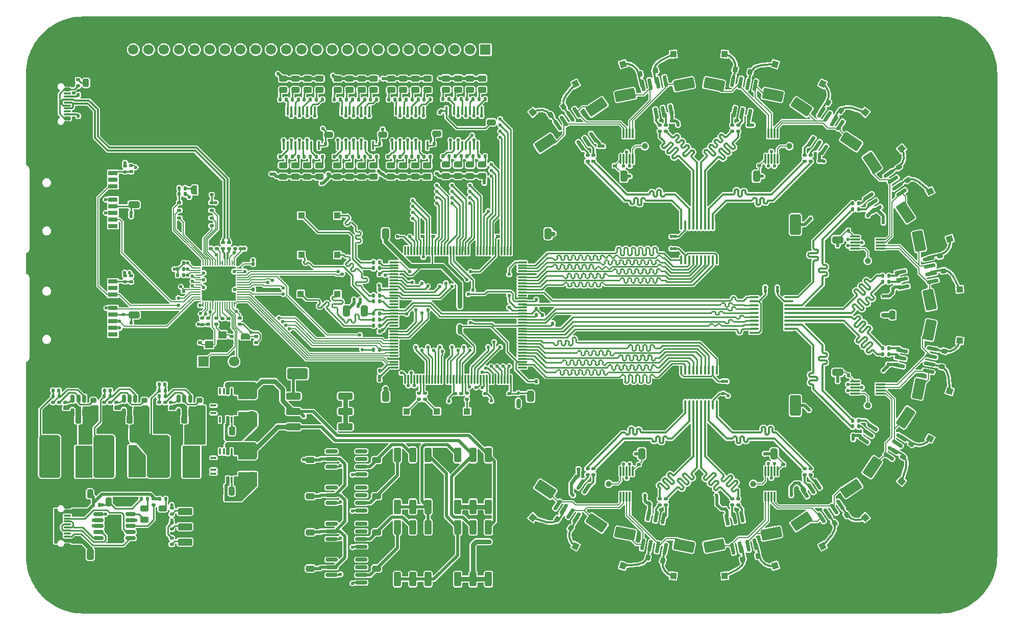
<source format=gtl>
%TF.GenerationSoftware,KiCad,Pcbnew,9.0.2-9.0.2-0~ubuntu24.04.1*%
%TF.CreationDate,2025-07-21T15:48:30-04:00*%
%TF.ProjectId,digital,64696769-7461-46c2-9e6b-696361645f70,rev?*%
%TF.SameCoordinates,Original*%
%TF.FileFunction,Copper,L1,Top*%
%TF.FilePolarity,Positive*%
%FSLAX46Y46*%
G04 Gerber Fmt 4.6, Leading zero omitted, Abs format (unit mm)*
G04 Created by KiCad (PCBNEW 9.0.2-9.0.2-0~ubuntu24.04.1) date 2025-07-21 15:48:30*
%MOMM*%
%LPD*%
G01*
G04 APERTURE LIST*
G04 Aperture macros list*
%AMRoundRect*
0 Rectangle with rounded corners*
0 $1 Rounding radius*
0 $2 $3 $4 $5 $6 $7 $8 $9 X,Y pos of 4 corners*
0 Add a 4 corners polygon primitive as box body*
4,1,4,$2,$3,$4,$5,$6,$7,$8,$9,$2,$3,0*
0 Add four circle primitives for the rounded corners*
1,1,$1+$1,$2,$3*
1,1,$1+$1,$4,$5*
1,1,$1+$1,$6,$7*
1,1,$1+$1,$8,$9*
0 Add four rect primitives between the rounded corners*
20,1,$1+$1,$2,$3,$4,$5,0*
20,1,$1+$1,$4,$5,$6,$7,0*
20,1,$1+$1,$6,$7,$8,$9,0*
20,1,$1+$1,$8,$9,$2,$3,0*%
%AMRotRect*
0 Rectangle, with rotation*
0 The origin of the aperture is its center*
0 $1 length*
0 $2 width*
0 $3 Rotation angle, in degrees counterclockwise*
0 Add horizontal line*
21,1,$1,$2,0,0,$3*%
%AMFreePoly0*
4,1,23,0.500000,-0.750000,0.000000,-0.750000,0.000000,-0.745722,-0.065263,-0.745722,-0.191342,-0.711940,-0.304381,-0.646677,-0.396677,-0.554381,-0.461940,-0.441342,-0.495722,-0.315263,-0.495722,-0.250000,-0.500000,-0.250000,-0.500000,0.250000,-0.495722,0.250000,-0.495722,0.315263,-0.461940,0.441342,-0.396677,0.554381,-0.304381,0.646677,-0.191342,0.711940,-0.065263,0.745722,0.000000,0.745722,
0.000000,0.750000,0.500000,0.750000,0.500000,-0.750000,0.500000,-0.750000,$1*%
%AMFreePoly1*
4,1,23,0.000000,0.745722,0.065263,0.745722,0.191342,0.711940,0.304381,0.646677,0.396677,0.554381,0.461940,0.441342,0.495722,0.315263,0.495722,0.250000,0.500000,0.250000,0.500000,-0.250000,0.495722,-0.250000,0.495722,-0.315263,0.461940,-0.441342,0.396677,-0.554381,0.304381,-0.646677,0.191342,-0.711940,0.065263,-0.745722,0.000000,-0.745722,0.000000,-0.750000,-0.500000,-0.750000,
-0.500000,0.750000,0.000000,0.750000,0.000000,0.745722,0.000000,0.745722,$1*%
G04 Aperture macros list end*
%TA.AperFunction,Conductor*%
%ADD10C,0.355600*%
%TD*%
%TA.AperFunction,SMDPad,CuDef*%
%ADD11RoundRect,0.150000X-0.425000X0.150000X-0.425000X-0.150000X0.425000X-0.150000X0.425000X0.150000X0*%
%TD*%
%TA.AperFunction,SMDPad,CuDef*%
%ADD12RoundRect,0.075000X-0.500000X0.075000X-0.500000X-0.075000X0.500000X-0.075000X0.500000X0.075000X0*%
%TD*%
%TA.AperFunction,HeatsinkPad*%
%ADD13O,2.100000X1.000000*%
%TD*%
%TA.AperFunction,HeatsinkPad*%
%ADD14O,1.800000X1.000000*%
%TD*%
%TA.AperFunction,SMDPad,CuDef*%
%ADD15RoundRect,0.200000X-0.142507X-0.308734X0.249807X-0.230698X0.142507X0.308734X-0.249807X0.230698X0*%
%TD*%
%TA.AperFunction,SMDPad,CuDef*%
%ADD16RoundRect,0.250000X-1.295330X-0.920391X1.548947X-0.354629X1.295330X0.920391X-1.548947X0.354629X0*%
%TD*%
%TA.AperFunction,SMDPad,CuDef*%
%ADD17RoundRect,0.200000X-0.117540X0.319076X-0.339768X-0.013512X0.117540X-0.319076X0.339768X0.013512X0*%
%TD*%
%TA.AperFunction,SMDPad,CuDef*%
%ADD18RoundRect,0.150000X-0.308067X0.779884X0.013832X-0.838411X0.308067X-0.779884X-0.013832X0.838411X0*%
%TD*%
%TA.AperFunction,SMDPad,CuDef*%
%ADD19RoundRect,0.250000X1.295330X0.920391X-1.548947X0.354629X-1.295330X-0.920391X1.548947X-0.354629X0*%
%TD*%
%TA.AperFunction,SMDPad,CuDef*%
%ADD20RotRect,1.000000X1.050000X5.625000*%
%TD*%
%TA.AperFunction,SMDPad,CuDef*%
%ADD21RotRect,1.050000X2.200000X5.625000*%
%TD*%
%TA.AperFunction,SMDPad,CuDef*%
%ADD22RotRect,1.000000X1.050000X39.375000*%
%TD*%
%TA.AperFunction,SMDPad,CuDef*%
%ADD23RotRect,1.050000X2.200000X39.375000*%
%TD*%
%TA.AperFunction,SMDPad,CuDef*%
%ADD24RotRect,1.000000X1.050000X163.125000*%
%TD*%
%TA.AperFunction,SMDPad,CuDef*%
%ADD25RotRect,1.050000X2.200000X163.125000*%
%TD*%
%TA.AperFunction,SMDPad,CuDef*%
%ADD26RotRect,1.000000X1.050000X50.625000*%
%TD*%
%TA.AperFunction,SMDPad,CuDef*%
%ADD27RotRect,1.050000X2.200000X50.625000*%
%TD*%
%TA.AperFunction,SMDPad,CuDef*%
%ADD28RoundRect,0.087500X0.087500X-0.725000X0.087500X0.725000X-0.087500X0.725000X-0.087500X-0.725000X0*%
%TD*%
%TA.AperFunction,SMDPad,CuDef*%
%ADD29RoundRect,0.140000X-0.140000X-0.170000X0.140000X-0.170000X0.140000X0.170000X-0.140000X0.170000X0*%
%TD*%
%TA.AperFunction,SMDPad,CuDef*%
%ADD30RoundRect,0.250000X-0.325000X-0.650000X0.325000X-0.650000X0.325000X0.650000X-0.325000X0.650000X0*%
%TD*%
%TA.AperFunction,SMDPad,CuDef*%
%ADD31RoundRect,0.200000X0.319076X0.117540X-0.013512X0.339768X-0.319076X-0.117540X0.013512X-0.339768X0*%
%TD*%
%TA.AperFunction,SMDPad,CuDef*%
%ADD32RoundRect,0.250000X-1.346032X0.844510X0.265122X-1.566752X1.346032X-0.844510X-0.265122X1.566752X0*%
%TD*%
%TA.AperFunction,SMDPad,CuDef*%
%ADD33RoundRect,0.135000X0.185000X-0.135000X0.185000X0.135000X-0.185000X0.135000X-0.185000X-0.135000X0*%
%TD*%
%TA.AperFunction,SMDPad,CuDef*%
%ADD34RoundRect,0.200000X-0.339768X0.013512X-0.117540X-0.319076X0.339768X-0.013512X0.117540X0.319076X0*%
%TD*%
%TA.AperFunction,SMDPad,CuDef*%
%ADD35RoundRect,0.200000X0.249807X0.230698X-0.142507X0.308734X-0.249807X-0.230698X0.142507X-0.308734X0*%
%TD*%
%TA.AperFunction,SMDPad,CuDef*%
%ADD36RoundRect,0.135000X0.135000X0.185000X-0.135000X0.185000X-0.135000X-0.185000X0.135000X-0.185000X0*%
%TD*%
%TA.AperFunction,SMDPad,CuDef*%
%ADD37RoundRect,0.087500X-0.087500X0.725000X-0.087500X-0.725000X0.087500X-0.725000X0.087500X0.725000X0*%
%TD*%
%TA.AperFunction,SMDPad,CuDef*%
%ADD38RoundRect,0.135000X-0.185000X0.135000X-0.185000X-0.135000X0.185000X-0.135000X0.185000X0.135000X0*%
%TD*%
%TA.AperFunction,SMDPad,CuDef*%
%ADD39RoundRect,0.140000X0.170000X-0.140000X0.170000X0.140000X-0.170000X0.140000X-0.170000X-0.140000X0*%
%TD*%
%TA.AperFunction,SMDPad,CuDef*%
%ADD40RotRect,1.000000X1.050000X118.125000*%
%TD*%
%TA.AperFunction,SMDPad,CuDef*%
%ADD41RotRect,1.050000X2.200000X118.125000*%
%TD*%
%TA.AperFunction,SMDPad,CuDef*%
%ADD42RoundRect,0.250000X-0.250000X-0.475000X0.250000X-0.475000X0.250000X0.475000X-0.250000X0.475000X0*%
%TD*%
%TA.AperFunction,SMDPad,CuDef*%
%ADD43RoundRect,0.200000X-0.308734X0.142507X-0.230698X-0.249807X0.308734X-0.142507X0.230698X0.249807X0*%
%TD*%
%TA.AperFunction,SMDPad,CuDef*%
%ADD44RoundRect,0.250000X0.265122X1.566752X-1.346032X-0.844510X-0.265122X-1.566752X1.346032X0.844510X0*%
%TD*%
%TA.AperFunction,SMDPad,CuDef*%
%ADD45RotRect,1.000000X1.050000X208.125000*%
%TD*%
%TA.AperFunction,SMDPad,CuDef*%
%ADD46RotRect,1.050000X2.200000X208.125000*%
%TD*%
%TA.AperFunction,SMDPad,CuDef*%
%ADD47RoundRect,0.100000X-0.637500X-0.100000X0.637500X-0.100000X0.637500X0.100000X-0.637500X0.100000X0*%
%TD*%
%TA.AperFunction,SMDPad,CuDef*%
%ADD48RoundRect,0.200000X0.117540X-0.319076X0.339768X0.013512X-0.117540X0.319076X-0.339768X-0.013512X0*%
%TD*%
%TA.AperFunction,ComponentPad*%
%ADD49C,4.700000*%
%TD*%
%TA.AperFunction,ConnectorPad*%
%ADD50C,7.000000*%
%TD*%
%TA.AperFunction,SMDPad,CuDef*%
%ADD51RoundRect,0.140000X-0.170000X0.140000X-0.170000X-0.140000X0.170000X-0.140000X0.170000X0.140000X0*%
%TD*%
%TA.AperFunction,SMDPad,CuDef*%
%ADD52RoundRect,0.250000X0.844510X1.346032X-1.566752X-0.265122X-0.844510X-1.346032X1.566752X0.265122X0*%
%TD*%
%TA.AperFunction,SMDPad,CuDef*%
%ADD53RoundRect,0.250000X-0.844510X-1.346032X1.566752X0.265122X0.844510X1.346032X-1.566752X-0.265122X0*%
%TD*%
%TA.AperFunction,SMDPad,CuDef*%
%ADD54RotRect,1.000000X1.050000X151.875000*%
%TD*%
%TA.AperFunction,SMDPad,CuDef*%
%ADD55RotRect,1.050000X2.200000X151.875000*%
%TD*%
%TA.AperFunction,SMDPad,CuDef*%
%ADD56RotRect,1.000000X1.050000X343.125000*%
%TD*%
%TA.AperFunction,SMDPad,CuDef*%
%ADD57RotRect,1.050000X2.200000X343.125000*%
%TD*%
%TA.AperFunction,SMDPad,CuDef*%
%ADD58RoundRect,0.150000X-0.583066X0.602627X0.333625X-0.769298X0.583066X-0.602627X-0.333625X0.769298X0*%
%TD*%
%TA.AperFunction,SMDPad,CuDef*%
%ADD59RoundRect,0.150000X0.333625X0.769298X-0.583066X-0.602627X-0.333625X-0.769298X0.583066X0.602627X0*%
%TD*%
%TA.AperFunction,SMDPad,CuDef*%
%ADD60RoundRect,0.087500X-0.725000X-0.087500X0.725000X-0.087500X0.725000X0.087500X-0.725000X0.087500X0*%
%TD*%
%TA.AperFunction,SMDPad,CuDef*%
%ADD61RotRect,1.000000X1.050000X185.625000*%
%TD*%
%TA.AperFunction,SMDPad,CuDef*%
%ADD62RotRect,1.050000X2.200000X185.625000*%
%TD*%
%TA.AperFunction,SMDPad,CuDef*%
%ADD63RoundRect,0.250000X0.650000X-1.450000X0.650000X1.450000X-0.650000X1.450000X-0.650000X-1.450000X0*%
%TD*%
%TA.AperFunction,SMDPad,CuDef*%
%ADD64RotRect,1.000000X1.050000X84.375000*%
%TD*%
%TA.AperFunction,SMDPad,CuDef*%
%ADD65RotRect,1.050000X2.200000X84.375000*%
%TD*%
%TA.AperFunction,SMDPad,CuDef*%
%ADD66RoundRect,0.200000X0.339768X-0.013512X0.117540X0.319076X-0.339768X0.013512X-0.117540X-0.319076X0*%
%TD*%
%TA.AperFunction,SMDPad,CuDef*%
%ADD67RoundRect,0.250000X1.548947X0.354629X-1.295330X0.920391X-1.548947X-0.354629X1.295330X-0.920391X0*%
%TD*%
%TA.AperFunction,SMDPad,CuDef*%
%ADD68C,1.000000*%
%TD*%
%TA.AperFunction,SMDPad,CuDef*%
%ADD69RotRect,1.000000X1.050000X354.375000*%
%TD*%
%TA.AperFunction,SMDPad,CuDef*%
%ADD70RotRect,1.050000X2.200000X354.375000*%
%TD*%
%TA.AperFunction,SMDPad,CuDef*%
%ADD71RoundRect,0.250000X-0.354629X1.548947X-0.920391X-1.295330X0.354629X-1.548947X0.920391X1.295330X0*%
%TD*%
%TA.AperFunction,SMDPad,CuDef*%
%ADD72RoundRect,0.100000X0.100000X-0.637500X0.100000X0.637500X-0.100000X0.637500X-0.100000X-0.637500X0*%
%TD*%
%TA.AperFunction,SMDPad,CuDef*%
%ADD73RoundRect,0.200000X0.013512X0.339768X-0.319076X0.117540X-0.013512X-0.339768X0.319076X-0.117540X0*%
%TD*%
%TA.AperFunction,SMDPad,CuDef*%
%ADD74RotRect,1.000000X1.050000X28.125000*%
%TD*%
%TA.AperFunction,SMDPad,CuDef*%
%ADD75RotRect,1.050000X2.200000X28.125000*%
%TD*%
%TA.AperFunction,SMDPad,CuDef*%
%ADD76RoundRect,0.200000X0.142507X0.308734X-0.249807X0.230698X-0.142507X-0.308734X0.249807X-0.230698X0*%
%TD*%
%TA.AperFunction,SMDPad,CuDef*%
%ADD77RoundRect,0.250000X-1.548947X-0.354629X1.295330X-0.920391X1.548947X0.354629X-1.295330X0.920391X0*%
%TD*%
%TA.AperFunction,SMDPad,CuDef*%
%ADD78RoundRect,0.250000X1.566752X-0.265122X-0.844510X1.346032X-1.566752X0.265122X0.844510X-1.346032X0*%
%TD*%
%TA.AperFunction,SMDPad,CuDef*%
%ADD79RotRect,1.000000X1.050000X196.875000*%
%TD*%
%TA.AperFunction,SMDPad,CuDef*%
%ADD80RotRect,1.050000X2.200000X196.875000*%
%TD*%
%TA.AperFunction,SMDPad,CuDef*%
%ADD81RotRect,1.000000X1.050000X129.375000*%
%TD*%
%TA.AperFunction,SMDPad,CuDef*%
%ADD82RotRect,1.050000X2.200000X129.375000*%
%TD*%
%TA.AperFunction,SMDPad,CuDef*%
%ADD83RoundRect,0.250000X-0.920391X1.295330X-0.354629X-1.548947X0.920391X-1.295330X0.354629X1.548947X0*%
%TD*%
%TA.AperFunction,SMDPad,CuDef*%
%ADD84RoundRect,0.200000X-0.319076X-0.117540X0.013512X-0.339768X0.319076X0.117540X-0.013512X0.339768X0*%
%TD*%
%TA.AperFunction,SMDPad,CuDef*%
%ADD85RoundRect,0.250000X-0.650000X0.325000X-0.650000X-0.325000X0.650000X-0.325000X0.650000X0.325000X0*%
%TD*%
%TA.AperFunction,SMDPad,CuDef*%
%ADD86RoundRect,0.250000X-1.566752X0.265122X0.844510X-1.346032X1.566752X-0.265122X-0.844510X1.346032X0*%
%TD*%
%TA.AperFunction,SMDPad,CuDef*%
%ADD87RoundRect,0.200000X-0.013512X-0.339768X0.319076X-0.117540X0.013512X0.339768X-0.319076X0.117540X0*%
%TD*%
%TA.AperFunction,SMDPad,CuDef*%
%ADD88RoundRect,0.112500X-0.112500X0.187500X-0.112500X-0.187500X0.112500X-0.187500X0.112500X0.187500X0*%
%TD*%
%TA.AperFunction,SMDPad,CuDef*%
%ADD89RoundRect,0.200000X0.308734X-0.142507X0.230698X0.249807X-0.308734X0.142507X-0.230698X-0.249807X0*%
%TD*%
%TA.AperFunction,SMDPad,CuDef*%
%ADD90RotRect,1.000000X1.050000X219.375000*%
%TD*%
%TA.AperFunction,SMDPad,CuDef*%
%ADD91RotRect,1.050000X2.200000X219.375000*%
%TD*%
%TA.AperFunction,SMDPad,CuDef*%
%ADD92RoundRect,0.200000X0.230698X-0.249807X0.308734X0.142507X-0.230698X0.249807X-0.308734X-0.142507X0*%
%TD*%
%TA.AperFunction,SMDPad,CuDef*%
%ADD93RotRect,1.000000X1.050000X331.875000*%
%TD*%
%TA.AperFunction,SMDPad,CuDef*%
%ADD94RotRect,1.050000X2.200000X331.875000*%
%TD*%
%TA.AperFunction,SMDPad,CuDef*%
%ADD95RotRect,1.000000X1.050000X95.625000*%
%TD*%
%TA.AperFunction,SMDPad,CuDef*%
%ADD96RotRect,1.050000X2.200000X95.625000*%
%TD*%
%TA.AperFunction,SMDPad,CuDef*%
%ADD97RoundRect,0.150000X0.602627X0.583066X-0.769298X-0.333625X-0.602627X-0.583066X0.769298X0.333625X0*%
%TD*%
%TA.AperFunction,SMDPad,CuDef*%
%ADD98RoundRect,0.150000X0.308067X-0.779884X-0.013832X0.838411X-0.308067X0.779884X0.013832X-0.838411X0*%
%TD*%
%TA.AperFunction,SMDPad,CuDef*%
%ADD99RoundRect,0.200000X-0.230698X0.249807X-0.308734X-0.142507X0.230698X-0.249807X0.308734X0.142507X0*%
%TD*%
%TA.AperFunction,SMDPad,CuDef*%
%ADD100RoundRect,0.150000X-0.013832X-0.838411X0.308067X0.779884X0.013832X0.838411X-0.308067X-0.779884X0*%
%TD*%
%TA.AperFunction,SMDPad,CuDef*%
%ADD101RotRect,1.000000X1.050000X16.875000*%
%TD*%
%TA.AperFunction,SMDPad,CuDef*%
%ADD102RotRect,1.050000X2.200000X16.875000*%
%TD*%
%TA.AperFunction,SMDPad,CuDef*%
%ADD103RoundRect,0.250000X-0.650000X1.450000X-0.650000X-1.450000X0.650000X-1.450000X0.650000X1.450000X0*%
%TD*%
%TA.AperFunction,SMDPad,CuDef*%
%ADD104RoundRect,0.140000X0.140000X0.170000X-0.140000X0.170000X-0.140000X-0.170000X0.140000X-0.170000X0*%
%TD*%
%TA.AperFunction,SMDPad,CuDef*%
%ADD105RoundRect,0.250000X0.325000X0.650000X-0.325000X0.650000X-0.325000X-0.650000X0.325000X-0.650000X0*%
%TD*%
%TA.AperFunction,SMDPad,CuDef*%
%ADD106RotRect,1.000000X1.050000X73.125000*%
%TD*%
%TA.AperFunction,SMDPad,CuDef*%
%ADD107RotRect,1.050000X2.200000X73.125000*%
%TD*%
%TA.AperFunction,SMDPad,CuDef*%
%ADD108RotRect,1.000000X1.050000X174.375000*%
%TD*%
%TA.AperFunction,SMDPad,CuDef*%
%ADD109RotRect,1.050000X2.200000X174.375000*%
%TD*%
%TA.AperFunction,SMDPad,CuDef*%
%ADD110RotRect,1.000000X1.050000X320.625000*%
%TD*%
%TA.AperFunction,SMDPad,CuDef*%
%ADD111RotRect,1.050000X2.200000X320.625000*%
%TD*%
%TA.AperFunction,SMDPad,CuDef*%
%ADD112RoundRect,0.135000X-0.135000X-0.185000X0.135000X-0.185000X0.135000X0.185000X-0.135000X0.185000X0*%
%TD*%
%TA.AperFunction,SMDPad,CuDef*%
%ADD113RoundRect,0.150000X0.779884X0.308067X-0.838411X-0.013832X-0.779884X-0.308067X0.838411X0.013832X0*%
%TD*%
%TA.AperFunction,SMDPad,CuDef*%
%ADD114RoundRect,0.100000X-0.100000X0.637500X-0.100000X-0.637500X0.100000X-0.637500X0.100000X0.637500X0*%
%TD*%
%TA.AperFunction,SMDPad,CuDef*%
%ADD115RoundRect,0.150000X0.583066X-0.602627X-0.333625X0.769298X-0.583066X0.602627X0.333625X-0.769298X0*%
%TD*%
%TA.AperFunction,SMDPad,CuDef*%
%ADD116RoundRect,0.200000X-0.249807X-0.230698X0.142507X-0.308734X0.249807X0.230698X-0.142507X0.308734X0*%
%TD*%
%TA.AperFunction,SMDPad,CuDef*%
%ADD117RoundRect,0.150000X0.838411X-0.013832X-0.779884X0.308067X-0.838411X0.013832X0.779884X-0.308067X0*%
%TD*%
%TA.AperFunction,SMDPad,CuDef*%
%ADD118RoundRect,0.150000X-0.333625X-0.769298X0.583066X0.602627X0.333625X0.769298X-0.583066X-0.602627X0*%
%TD*%
%TA.AperFunction,SMDPad,CuDef*%
%ADD119RotRect,1.000000X1.050000X106.875000*%
%TD*%
%TA.AperFunction,SMDPad,CuDef*%
%ADD120RotRect,1.050000X2.200000X106.875000*%
%TD*%
%TA.AperFunction,SMDPad,CuDef*%
%ADD121RotRect,1.000000X1.050000X61.875000*%
%TD*%
%TA.AperFunction,SMDPad,CuDef*%
%ADD122RotRect,1.050000X2.200000X61.875000*%
%TD*%
%TA.AperFunction,SMDPad,CuDef*%
%ADD123RoundRect,0.150000X0.013832X0.838411X-0.308067X-0.779884X-0.013832X-0.838411X0.308067X0.779884X0*%
%TD*%
%TA.AperFunction,SMDPad,CuDef*%
%ADD124RotRect,1.000000X1.050000X140.625000*%
%TD*%
%TA.AperFunction,SMDPad,CuDef*%
%ADD125RotRect,1.050000X2.200000X140.625000*%
%TD*%
%TA.AperFunction,SMDPad,CuDef*%
%ADD126RoundRect,0.150000X0.769298X-0.333625X-0.602627X0.583066X-0.769298X0.333625X0.602627X-0.583066X0*%
%TD*%
%TA.AperFunction,SMDPad,CuDef*%
%ADD127RoundRect,0.243750X-0.456250X0.243750X-0.456250X-0.243750X0.456250X-0.243750X0.456250X0.243750X0*%
%TD*%
%TA.AperFunction,SMDPad,CuDef*%
%ADD128RoundRect,0.243750X0.456250X-0.243750X0.456250X0.243750X-0.456250X0.243750X-0.456250X-0.243750X0*%
%TD*%
%TA.AperFunction,SMDPad,CuDef*%
%ADD129RoundRect,0.250000X-0.475000X0.250000X-0.475000X-0.250000X0.475000X-0.250000X0.475000X0.250000X0*%
%TD*%
%TA.AperFunction,SMDPad,CuDef*%
%ADD130RoundRect,0.250000X-0.970000X-0.310000X0.970000X-0.310000X0.970000X0.310000X-0.970000X0.310000X0*%
%TD*%
%TA.AperFunction,SMDPad,CuDef*%
%ADD131RoundRect,0.125000X-0.250000X-0.125000X0.250000X-0.125000X0.250000X0.125000X-0.250000X0.125000X0*%
%TD*%
%TA.AperFunction,HeatsinkPad*%
%ADD132R,3.400000X4.300000*%
%TD*%
%TA.AperFunction,SMDPad,CuDef*%
%ADD133RoundRect,0.200000X0.275000X-0.200000X0.275000X0.200000X-0.275000X0.200000X-0.275000X-0.200000X0*%
%TD*%
%TA.AperFunction,SMDPad,CuDef*%
%ADD134RoundRect,0.225000X-0.250000X0.225000X-0.250000X-0.225000X0.250000X-0.225000X0.250000X0.225000X0*%
%TD*%
%TA.AperFunction,SMDPad,CuDef*%
%ADD135RoundRect,0.250000X0.970000X0.310000X-0.970000X0.310000X-0.970000X-0.310000X0.970000X-0.310000X0*%
%TD*%
%TA.AperFunction,SMDPad,CuDef*%
%ADD136RoundRect,0.250000X0.310000X-0.970000X0.310000X0.970000X-0.310000X0.970000X-0.310000X-0.970000X0*%
%TD*%
%TA.AperFunction,SMDPad,CuDef*%
%ADD137R,1.000000X1.050000*%
%TD*%
%TA.AperFunction,SMDPad,CuDef*%
%ADD138R,1.050000X2.200000*%
%TD*%
%TA.AperFunction,SMDPad,CuDef*%
%ADD139RoundRect,0.050000X0.350000X-0.225000X0.350000X0.225000X-0.350000X0.225000X-0.350000X-0.225000X0*%
%TD*%
%TA.AperFunction,SMDPad,CuDef*%
%ADD140RoundRect,0.150000X-0.825000X-0.150000X0.825000X-0.150000X0.825000X0.150000X-0.825000X0.150000X0*%
%TD*%
%TA.AperFunction,SMDPad,CuDef*%
%ADD141RoundRect,0.150000X0.150000X-0.512500X0.150000X0.512500X-0.150000X0.512500X-0.150000X-0.512500X0*%
%TD*%
%TA.AperFunction,SMDPad,CuDef*%
%ADD142RoundRect,0.250000X0.250000X0.475000X-0.250000X0.475000X-0.250000X-0.475000X0.250000X-0.475000X0*%
%TD*%
%TA.AperFunction,SMDPad,CuDef*%
%ADD143RoundRect,0.087500X-0.087500X0.425000X-0.087500X-0.425000X0.087500X-0.425000X0.087500X0.425000X0*%
%TD*%
%TA.AperFunction,SMDPad,CuDef*%
%ADD144RoundRect,0.087500X-0.425000X0.087500X-0.425000X-0.087500X0.425000X-0.087500X0.425000X0.087500X0*%
%TD*%
%TA.AperFunction,HeatsinkPad*%
%ADD145C,0.500000*%
%TD*%
%TA.AperFunction,HeatsinkPad*%
%ADD146R,3.150000X3.150000*%
%TD*%
%TA.AperFunction,SMDPad,CuDef*%
%ADD147R,1.600000X0.700000*%
%TD*%
%TA.AperFunction,SMDPad,CuDef*%
%ADD148R,1.800000X1.200000*%
%TD*%
%TA.AperFunction,SMDPad,CuDef*%
%ADD149R,2.200000X1.200000*%
%TD*%
%TA.AperFunction,SMDPad,CuDef*%
%ADD150R,1.500000X1.600000*%
%TD*%
%TA.AperFunction,SMDPad,CuDef*%
%ADD151RoundRect,0.250000X0.475000X-0.250000X0.475000X0.250000X-0.475000X0.250000X-0.475000X-0.250000X0*%
%TD*%
%TA.AperFunction,SMDPad,CuDef*%
%ADD152RoundRect,0.243750X0.243750X0.456250X-0.243750X0.456250X-0.243750X-0.456250X0.243750X-0.456250X0*%
%TD*%
%TA.AperFunction,SMDPad,CuDef*%
%ADD153FreePoly0,180.000000*%
%TD*%
%TA.AperFunction,SMDPad,CuDef*%
%ADD154FreePoly1,180.000000*%
%TD*%
%TA.AperFunction,SMDPad,CuDef*%
%ADD155R,1.400000X1.200000*%
%TD*%
%TA.AperFunction,SMDPad,CuDef*%
%ADD156RoundRect,0.250000X-1.450000X-0.650000X1.450000X-0.650000X1.450000X0.650000X-1.450000X0.650000X0*%
%TD*%
%TA.AperFunction,SMDPad,CuDef*%
%ADD157RoundRect,0.250000X0.650000X-0.325000X0.650000X0.325000X-0.650000X0.325000X-0.650000X-0.325000X0*%
%TD*%
%TA.AperFunction,SMDPad,CuDef*%
%ADD158RoundRect,0.050000X-0.387500X-0.050000X0.387500X-0.050000X0.387500X0.050000X-0.387500X0.050000X0*%
%TD*%
%TA.AperFunction,SMDPad,CuDef*%
%ADD159RoundRect,0.050000X-0.050000X-0.387500X0.050000X-0.387500X0.050000X0.387500X-0.050000X0.387500X0*%
%TD*%
%TA.AperFunction,HeatsinkPad*%
%ADD160R,3.200000X3.200000*%
%TD*%
%TA.AperFunction,ComponentPad*%
%ADD161R,1.700000X1.700000*%
%TD*%
%TA.AperFunction,ComponentPad*%
%ADD162C,1.700000*%
%TD*%
%TA.AperFunction,SMDPad,CuDef*%
%ADD163RoundRect,0.250000X0.925000X1.500000X-0.925000X1.500000X-0.925000X-1.500000X0.925000X-1.500000X0*%
%TD*%
%TA.AperFunction,SMDPad,CuDef*%
%ADD164RoundRect,0.075000X-0.075000X0.662500X-0.075000X-0.662500X0.075000X-0.662500X0.075000X0.662500X0*%
%TD*%
%TA.AperFunction,SMDPad,CuDef*%
%ADD165RoundRect,0.075000X-0.662500X0.075000X-0.662500X-0.075000X0.662500X-0.075000X0.662500X0.075000X0*%
%TD*%
%TA.AperFunction,SMDPad,CuDef*%
%ADD166RoundRect,0.150000X-0.687500X-0.150000X0.687500X-0.150000X0.687500X0.150000X-0.687500X0.150000X0*%
%TD*%
%TA.AperFunction,HeatsinkPad*%
%ADD167R,2.100000X3.300000*%
%TD*%
%TA.AperFunction,SMDPad,CuDef*%
%ADD168FreePoly0,90.000000*%
%TD*%
%TA.AperFunction,SMDPad,CuDef*%
%ADD169FreePoly1,90.000000*%
%TD*%
%TA.AperFunction,ViaPad*%
%ADD170C,0.600000*%
%TD*%
%TA.AperFunction,Conductor*%
%ADD171C,0.254000*%
%TD*%
%TA.AperFunction,Conductor*%
%ADD172C,0.177800*%
%TD*%
%TA.AperFunction,Conductor*%
%ADD173C,0.762000*%
%TD*%
%TA.AperFunction,Conductor*%
%ADD174C,0.508000*%
%TD*%
%TA.AperFunction,Conductor*%
%ADD175C,0.298450*%
%TD*%
%TA.AperFunction,Conductor*%
%ADD176C,0.355542*%
%TD*%
G04 APERTURE END LIST*
D10*
%TO.N,/comparators/IN16*%
X188309661Y-65990998D02*
X187171226Y-67815543D01*
%TO.N,/comparators/IN20*%
X157434423Y-59469585D02*
X157919576Y-61564728D01*
%TO.N,/comparators/IN22*%
X142525820Y-65443545D02*
G75*
G02*
X142950000Y-63500000I2174180J543545D01*
G01*
%TO.N,/comparators/IN14*%
X199556455Y-77525820D02*
G75*
G02*
X201500000Y-77950000I543545J-2174180D01*
G01*
%TO.N,/comparators/IN0*%
X139716567Y-134339489D02*
X137414231Y-133615440D01*
%TO.N,/comparators/IN15*%
X198592495Y-72419194D02*
G75*
G02*
X198150000Y-75415372I-1692495J-1280806D01*
G01*
%TO.N,/comparators/IN8*%
X198987618Y-123325505D02*
G75*
G02*
X199339485Y-125283432I-1800718J-1334195D01*
G01*
%TO.N,/comparators/IN10*%
X205340442Y-108520637D02*
X203219122Y-108167084D01*
%TO.N,/comparators/IN6*%
X187050000Y-136500000D02*
X185500000Y-138350000D01*
%TO.N,/comparators/IN1*%
X144519299Y-138336633D02*
G75*
G02*
X143781479Y-135399163I1073501J1831033D01*
G01*
%TO.N,/comparators/IN19*%
X169250906Y-56743944D02*
G75*
G02*
X171056651Y-59175456I-291106J-2102456D01*
G01*
%TO.N,/comparators/IN12*%
X207159773Y-93596402D02*
X208275791Y-95736380D01*
%TO.N,/comparators/IN14*%
X199550000Y-77500000D02*
X197800000Y-78750000D01*
%TO.N,/comparators/IN22*%
X142500000Y-65450000D02*
X143750000Y-67200000D01*
%TO.N,/comparators/IN12*%
X205530415Y-92434423D02*
X203435272Y-92919576D01*
%TO.N,/comparators/IN15*%
X198150000Y-75400000D02*
X196400000Y-76650000D01*
%TO.N,/comparators/IN7*%
X192580806Y-133592495D02*
G75*
G02*
X189584628Y-133150000I-1280806J1692495D01*
G01*
%TO.N,/comparators/IN19*%
X171045763Y-59164583D02*
X170692210Y-61285903D01*
%TO.N,/comparators/IN2*%
X156479363Y-140340442D02*
X156832916Y-138219122D01*
%TO.N,/comparators/IN11*%
X205835417Y-106045763D02*
X203714097Y-105692210D01*
%TO.N,/comparators/IN8*%
X199009002Y-123309661D02*
X197184457Y-122171226D01*
%TO.N,/comparators/IN23*%
X137419194Y-66407505D02*
G75*
G02*
X140415372Y-66850000I1280806J-1692495D01*
G01*
%TO.N,/comparators/IN6*%
X187500000Y-134550000D02*
X186250000Y-132800000D01*
%TO.N,/comparators/IN3*%
X160749094Y-143256056D02*
G75*
G02*
X158943349Y-140824544I291106J2102456D01*
G01*
%TO.N,/comparators/IN13*%
X206590136Y-87373949D02*
G75*
G02*
X205034750Y-89972780I-2053836J-535651D01*
G01*
%TO.N,/comparators/IN10*%
X205326749Y-108543458D02*
G75*
G02*
X206401110Y-110217692I-1153049J-1921742D01*
G01*
%TO.N,/comparators/IN18*%
X173520637Y-59659558D02*
X173167084Y-61780878D01*
%TO.N,/comparators/IN17*%
X185480701Y-61663367D02*
G75*
G02*
X186218521Y-64600837I-1073501J-1831033D01*
G01*
%TO.N,/comparators/IN16*%
X190283433Y-65660511D02*
X192585769Y-66384560D01*
%TO.N,/comparators/IN20*%
X158596402Y-57840227D02*
X160736380Y-56724209D01*
%TO.N,/comparators/IN18*%
X173543458Y-59673251D02*
G75*
G02*
X175217692Y-58598890I1921742J-1153049D01*
G01*
%TO.N,/comparators/IN2*%
X154782307Y-141401102D02*
X152378144Y-141613234D01*
%TO.N,/comparators/IN9*%
X203336633Y-120480701D02*
G75*
G02*
X200399163Y-121218521I-1831033J1073501D01*
G01*
%TO.N,/comparators/IN4*%
X172539252Y-140526498D02*
G75*
G02*
X171403574Y-142159729I-2216652J329898D01*
G01*
%TO.N,/comparators/IN13*%
X205040619Y-89958519D02*
X202945476Y-90443672D01*
%TO.N,/comparators/IN17*%
X186212594Y-64586608D02*
X185074159Y-66411153D01*
%TO.N,/comparators/IN23*%
X140400000Y-66850000D02*
X141650000Y-68600000D01*
%TO.N,/comparators/IN18*%
X175217693Y-58598898D02*
X177621856Y-58386766D01*
%TO.N,/comparators/IN5*%
X177626051Y-141590136D02*
G75*
G02*
X175027220Y-140034750I-535651J2053836D01*
G01*
%TO.N,/comparators/IN3*%
X158954237Y-140835417D02*
X159307790Y-138714097D01*
%TO.N,/comparators/IN5*%
X175041481Y-140040619D02*
X174556328Y-137945476D01*
%TO.N,/comparators/IN20*%
X157460748Y-59473502D02*
G75*
G02*
X158596426Y-57840271I2216652J-329898D01*
G01*
%TO.N,/comparators/IN21*%
X152373949Y-58409864D02*
G75*
G02*
X154972780Y-59965250I535651J-2053836D01*
G01*
%TO.N,/comparators/IN0*%
X141674495Y-133987618D02*
G75*
G02*
X139716568Y-134339485I-1334195J1800718D01*
G01*
%TO.N,/comparators/IN22*%
X142950000Y-63500000D02*
X144500000Y-61650000D01*
%TO.N,/comparators/IN10*%
X206401102Y-110217693D02*
X206613234Y-112621856D01*
%TO.N,/comparators/IN0*%
X141690339Y-134009002D02*
X142828774Y-132184457D01*
%TO.N,/comparators/IN11*%
X208256056Y-104250906D02*
G75*
G02*
X205824544Y-106056651I-2102456J291106D01*
G01*
%TO.N,/comparators/IN16*%
X188325505Y-66012382D02*
G75*
G02*
X190283432Y-65660515I1334195J-1800718D01*
G01*
%TO.N,/comparators/IN1*%
X143787406Y-135413392D02*
X144925841Y-133588847D01*
%TO.N,/comparators/IN4*%
X171403598Y-142159773D02*
X169263620Y-143275791D01*
X172565577Y-140530415D02*
X172080424Y-138435272D01*
%TO.N,/comparators/IN9*%
X200413392Y-121212594D02*
X198588847Y-120074159D01*
%TO.N,/comparators/IN7*%
X189600000Y-133150000D02*
X188350000Y-131400000D01*
%TO.N,/comparators/IN21*%
X154958519Y-59959381D02*
X155443672Y-62054524D01*
%TO.N,/comparators/IN2*%
X156456542Y-140326749D02*
G75*
G02*
X154782308Y-141401110I-1921742J1153049D01*
G01*
%TO.N,/comparators/IN6*%
X187474180Y-134556455D02*
G75*
G02*
X187050000Y-136500000I-2174180J-543545D01*
G01*
%TO.N,/comparators/IN12*%
X205526498Y-92460748D02*
G75*
G02*
X207159729Y-93596426I-329898J-2216652D01*
G01*
%TO.N,/comparators/IN8*%
X199339489Y-125283433D02*
X198615440Y-127585769D01*
%TO.N,/comparators/IN14*%
X201500000Y-77950000D02*
X203350000Y-79500000D01*
%TD*%
D11*
%TO.P,J19,A1,GND*%
%TO.N,GND*%
X60180000Y-131800000D03*
%TO.P,J19,A4,VBUS*%
%TO.N,+20V*%
X60180000Y-132600000D03*
D12*
%TO.P,J19,A5,CC1*%
%TO.N,Net-(J19-CC1)*%
X60180000Y-133750000D03*
%TO.P,J19,A6,D+*%
%TO.N,Net-(U10-DP)*%
X60180000Y-134750000D03*
%TO.P,J19,A7,D-*%
%TO.N,Net-(U10-DM)*%
X60180000Y-135250000D03*
%TO.P,J19,A8,SBU1*%
%TO.N,unconnected-(J19-SBU1-PadA8)*%
X60180000Y-136250000D03*
D11*
%TO.P,J19,A9,VBUS*%
%TO.N,+20V*%
X60180000Y-137400000D03*
%TO.P,J19,A12,GND*%
%TO.N,GND*%
X60180000Y-138200000D03*
%TO.P,J19,B1,GND*%
X60180000Y-138200000D03*
%TO.P,J19,B4,VBUS*%
%TO.N,+20V*%
X60180000Y-137400000D03*
D12*
%TO.P,J19,B5,CC2*%
%TO.N,Net-(J19-CC2)*%
X60180000Y-136750000D03*
%TO.P,J19,B6,D+*%
%TO.N,Net-(U10-DP)*%
X60180000Y-135750000D03*
%TO.P,J19,B7,D-*%
%TO.N,Net-(U10-DM)*%
X60180000Y-134250000D03*
%TO.P,J19,B8,SBU2*%
%TO.N,unconnected-(J19-SBU2-PadB8)*%
X60180000Y-133250000D03*
D11*
%TO.P,J19,B9,VBUS*%
%TO.N,+20V*%
X60180000Y-132600000D03*
%TO.P,J19,B12,GND*%
%TO.N,GND*%
X60180000Y-131800000D03*
D13*
%TO.P,J19,S1,SHIELD*%
X59605000Y-130680000D03*
D14*
X55425000Y-130680000D03*
D13*
X59605000Y-139320000D03*
D14*
X55425000Y-139320000D03*
%TD*%
D15*
%TO.P,R107,1*%
%TO.N,GND*%
X170590852Y-140860950D03*
%TO.P,R107,2*%
%TO.N,/comparators/IN4*%
X172209148Y-140539050D03*
%TD*%
D16*
%TO.P,TP39,1,1*%
%TO.N,/comparators/VREF20*%
X162500000Y-61750000D03*
%TD*%
D17*
%TO.P,R131,1*%
%TO.N,GND*%
X201158345Y-120014038D03*
%TO.P,R131,2*%
%TO.N,/comparators/IN9*%
X200241655Y-121385962D03*
%TD*%
D18*
%TO.P,U36,1,+IN_A*%
%TO.N,/comparators/VREF20*%
X159385547Y-61200909D03*
%TO.P,U36,2,-IN_A*%
%TO.N,/comparators/IN20*%
X158139950Y-61448674D03*
%TO.P,U36,3,+IN_B*%
%TO.N,/comparators/VREF21*%
X156894353Y-61696439D03*
%TO.P,U36,4,-IN_B*%
%TO.N,/comparators/IN21*%
X155648755Y-61944203D03*
%TO.P,U36,5,V-*%
%TO.N,GND*%
X156614453Y-66799091D03*
%TO.P,U36,6,OUT_B*%
%TO.N,/comparators/OUT21*%
X157860050Y-66551326D03*
%TO.P,U36,7,OUT_A*%
%TO.N,/comparators/OUT20*%
X159105647Y-66303561D03*
%TO.P,U36,8,V+*%
%TO.N,/comparators/COMP_VCC*%
X160351245Y-66055797D03*
%TD*%
D19*
%TO.P,TP12,1,1*%
%TO.N,/comparators/VREF4*%
X167500000Y-138250000D03*
%TD*%
D20*
%TO.P,J29,1,In*%
%TO.N,/comparators/IN4*%
X169261294Y-143265656D03*
D21*
%TO.P,J29,2,Ext*%
%TO.N,GND*%
X167942873Y-144927888D03*
X170878667Y-144638738D03*
%TD*%
D22*
%TO.P,J35,1,In*%
%TO.N,/comparators/IN7*%
X192580247Y-133606630D03*
D23*
%TO.P,J35,2,Ext*%
%TO.N,GND*%
X192407507Y-135721201D03*
X194687887Y-133849741D03*
%TD*%
D24*
%TO.P,J34,1,In*%
%TO.N,/comparators/IN18*%
X177620128Y-58397019D03*
D25*
%TO.P,J34,2,Ext*%
%TO.N,GND*%
X179474299Y-57365855D03*
X176651325Y-56509515D03*
%TD*%
D26*
%TO.P,J37,1,In*%
%TO.N,/comparators/IN8*%
X198606629Y-127580249D03*
D27*
%TO.P,J37,2,Ext*%
%TO.N,GND*%
X198849740Y-129687889D03*
X200721200Y-127407509D03*
%TD*%
D28*
%TO.P,U23,1,VDD*%
%TO.N,/dac/VREF_B*%
X152000000Y-74112500D03*
%TO.P,U23,2,SCL*%
%TO.N,/MCU/VREF_SCL*%
X152500000Y-74112500D03*
%TO.P,U23,3,SDA*%
%TO.N,/MCU/VREF_SDA*%
X153000000Y-74112500D03*
%TO.P,U23,4,~{LDAC}*%
%TO.N,/MCU/~{LDAC}5*%
X153500000Y-74112500D03*
%TO.P,U23,5,RDY/~{BSY}*%
%TO.N,Net-(U23-RDY{slash}~{BSY})*%
X154000000Y-74112500D03*
%TO.P,U23,6,VOUTA*%
%TO.N,/comparators/VREF20*%
X154000000Y-69887500D03*
%TO.P,U23,7,VOUTB*%
%TO.N,/comparators/VREF21*%
X153500000Y-69887500D03*
%TO.P,U23,8,VOUTC*%
%TO.N,/comparators/VREF22*%
X153000000Y-69887500D03*
%TO.P,U23,9,VOUTD*%
%TO.N,/comparators/VREF23*%
X152500000Y-69887500D03*
%TO.P,U23,10,VSS*%
%TO.N,GND*%
X152000000Y-69887500D03*
%TD*%
D29*
%TO.P,C113,1*%
%TO.N,GND*%
X189620000Y-120000000D03*
%TO.P,C113,2*%
%TO.N,/comparators/COMP_VCC*%
X190580000Y-120000000D03*
%TD*%
%TO.P,C85,1*%
%TO.N,/dac/VREF_A*%
X189770000Y-110000000D03*
%TO.P,C85,2*%
%TO.N,GND*%
X190730000Y-110000000D03*
%TD*%
D30*
%TO.P,C20,1*%
%TO.N,Net-(D7-K)*%
X137025000Y-113500000D03*
%TO.P,C20,2*%
%TO.N,GND*%
X139975000Y-113500000D03*
%TD*%
D31*
%TO.P,R108,1*%
%TO.N,GND*%
X189871924Y-67058345D03*
%TO.P,R108,2*%
%TO.N,/comparators/IN16*%
X188500000Y-66141655D03*
%TD*%
D32*
%TO.P,TP30,1,1*%
%TO.N,/comparators/VREF15*%
X193750000Y-74750000D03*
%TD*%
D33*
%TO.P,R91,1*%
%TO.N,/comparators/OUT7*%
X183500000Y-126500000D03*
%TO.P,R91,2*%
%TO.N,Net-(U24-B1)*%
X183500000Y-125480000D03*
%TD*%
%TO.P,R93,1*%
%TO.N,/comparators/OUT5*%
X171500000Y-131520000D03*
%TO.P,R93,2*%
%TO.N,Net-(U24-B3)*%
X171500000Y-130500000D03*
%TD*%
D34*
%TO.P,R104,1*%
%TO.N,GND*%
X197241655Y-74114038D03*
%TO.P,R104,2*%
%TO.N,/comparators/IN15*%
X198158345Y-75485962D03*
%TD*%
D35*
%TO.P,R103,1*%
%TO.N,GND*%
X160609148Y-141060950D03*
%TO.P,R103,2*%
%TO.N,/comparators/IN3*%
X158990852Y-140739050D03*
%TD*%
D36*
%TO.P,R113,1*%
%TO.N,/comparators/OUT9*%
X191510000Y-117500000D03*
%TO.P,R113,2*%
%TO.N,Net-(U29-B7)*%
X190490000Y-117500000D03*
%TD*%
D37*
%TO.P,U16,1,VDD*%
%TO.N,/dac/VREF_A*%
X178000000Y-125887500D03*
%TO.P,U16,2,SCL*%
%TO.N,/MCU/VREF_SCL*%
X177500000Y-125887500D03*
%TO.P,U16,3,SDA*%
%TO.N,/MCU/VREF_SDA*%
X177000000Y-125887500D03*
%TO.P,U16,4,~{LDAC}*%
%TO.N,/MCU/~{LDAC}1*%
X176500000Y-125887500D03*
%TO.P,U16,5,RDY/~{BSY}*%
%TO.N,Net-(U16-RDY{slash}~{BSY})*%
X176000000Y-125887500D03*
%TO.P,U16,6,VOUTA*%
%TO.N,/comparators/VREF4*%
X176000000Y-130112500D03*
%TO.P,U16,7,VOUTB*%
%TO.N,/comparators/VREF5*%
X176500000Y-130112500D03*
%TO.P,U16,8,VOUTC*%
%TO.N,/comparators/VREF6*%
X177000000Y-130112500D03*
%TO.P,U16,9,VOUTD*%
%TO.N,/comparators/VREF7*%
X177500000Y-130112500D03*
%TO.P,U16,10,VSS*%
%TO.N,GND*%
X178000000Y-130112500D03*
%TD*%
D36*
%TO.P,R105,1*%
%TO.N,/comparators/OUT15*%
X191510000Y-81500000D03*
%TO.P,R105,2*%
%TO.N,Net-(U29-B1)*%
X190490000Y-81500000D03*
%TD*%
%TO.P,R110,1*%
%TO.N,/comparators/OUT12*%
X196500000Y-94500000D03*
%TO.P,R110,2*%
%TO.N,Net-(U29-B4)*%
X195480000Y-94500000D03*
%TD*%
D29*
%TO.P,C102,1*%
%TO.N,/comparators/COMP_VCC*%
X178020000Y-96000000D03*
%TO.P,C102,2*%
%TO.N,GND*%
X178980000Y-96000000D03*
%TD*%
D38*
%TO.P,R123,1*%
%TO.N,/comparators/OUT21*%
X158500000Y-68490000D03*
%TO.P,R123,2*%
%TO.N,Net-(U34-B3)*%
X158500000Y-69510000D03*
%TD*%
D39*
%TO.P,C99,1*%
%TO.N,+3V3*%
X169000000Y-110980000D03*
%TO.P,C99,2*%
%TO.N,GND*%
X169000000Y-110020000D03*
%TD*%
D36*
%TO.P,R111,1*%
%TO.N,/comparators/OUT11*%
X196510000Y-105500000D03*
%TO.P,R111,2*%
%TO.N,Net-(U29-B5)*%
X195490000Y-105500000D03*
%TD*%
D40*
%TO.P,J26,1,In*%
%TO.N,/comparators/IN14*%
X203341528Y-79506028D03*
D41*
%TO.P,J26,2,Ext*%
%TO.N,GND*%
X205381768Y-80087982D03*
X203991148Y-77486314D03*
%TD*%
D42*
%TO.P,C112,1*%
%TO.N,/comparators/COMP_VCC*%
X197100000Y-100000000D03*
%TO.P,C112,2*%
%TO.N,GND*%
X199000000Y-100000000D03*
%TD*%
D43*
%TO.P,R97,1*%
%TO.N,GND*%
X204639050Y-88590852D03*
%TO.P,R97,2*%
%TO.N,/comparators/IN13*%
X204960950Y-90209148D03*
%TD*%
D44*
%TO.P,TP20,1,1*%
%TO.N,/comparators/VREF9*%
X199250000Y-117000000D03*
%TD*%
D39*
%TO.P,C114,1*%
%TO.N,GND*%
X160500000Y-68780000D03*
%TO.P,C114,2*%
%TO.N,/comparators/COMP_VCC*%
X160500000Y-67820000D03*
%TD*%
D29*
%TO.P,C13,1*%
%TO.N,+1V2*%
X138020000Y-111000000D03*
%TO.P,C13,2*%
%TO.N,GND*%
X138980000Y-111000000D03*
%TD*%
D45*
%TO.P,J42,1,In*%
%TO.N,/comparators/IN22*%
X144506028Y-61658472D03*
D46*
%TO.P,J42,2,Ext*%
%TO.N,GND*%
X145087982Y-59618232D03*
X142486314Y-61008852D03*
%TD*%
D47*
%TO.P,U29,1,A1*%
%TO.N,/FPGA/TRIG_IN_15*%
X174137500Y-97075000D03*
%TO.P,U29,2,V_{CCA}*%
%TO.N,+3V3*%
X174137500Y-97725000D03*
%TO.P,U29,3,A2*%
%TO.N,/FPGA/TRIG_IN_14*%
X174137500Y-98375000D03*
%TO.P,U29,4,A3*%
%TO.N,/FPGA/TRIG_IN_13*%
X174137500Y-99025000D03*
%TO.P,U29,5,A4*%
%TO.N,/FPGA/TRIG_IN_12*%
X174137500Y-99675000D03*
%TO.P,U29,6,A5*%
%TO.N,/FPGA/TRIG_IN_11*%
X174137500Y-100325000D03*
%TO.P,U29,7,A6*%
%TO.N,/FPGA/TRIG_IN_10*%
X174137500Y-100975000D03*
%TO.P,U29,8,A7*%
%TO.N,/FPGA/TRIG_IN_9*%
X174137500Y-101625000D03*
%TO.P,U29,9,A8*%
%TO.N,/FPGA/TRIG_IN_8*%
X174137500Y-102275000D03*
%TO.P,U29,10,OE*%
%TO.N,+3V3*%
X174137500Y-102925000D03*
%TO.P,U29,11,GND*%
%TO.N,GND*%
X179862500Y-102925000D03*
%TO.P,U29,12,B8*%
%TO.N,Net-(U29-B8)*%
X179862500Y-102275000D03*
%TO.P,U29,13,B7*%
%TO.N,Net-(U29-B7)*%
X179862500Y-101625000D03*
%TO.P,U29,14,B6*%
%TO.N,Net-(U29-B6)*%
X179862500Y-100975000D03*
%TO.P,U29,15,B5*%
%TO.N,Net-(U29-B5)*%
X179862500Y-100325000D03*
%TO.P,U29,16,B4*%
%TO.N,Net-(U29-B4)*%
X179862500Y-99675000D03*
%TO.P,U29,17,B3*%
%TO.N,Net-(U29-B3)*%
X179862500Y-99025000D03*
%TO.P,U29,18,B2*%
%TO.N,Net-(U29-B2)*%
X179862500Y-98375000D03*
%TO.P,U29,19,V_{CCB}*%
%TO.N,/comparators/COMP_VCC*%
X179862500Y-97725000D03*
%TO.P,U29,20,B1*%
%TO.N,Net-(U29-B1)*%
X179862500Y-97075000D03*
%TD*%
D48*
%TO.P,R124,1*%
%TO.N,GND*%
X197941655Y-124885962D03*
%TO.P,R124,2*%
%TO.N,/comparators/IN8*%
X198858345Y-123514038D03*
%TD*%
D49*
%TO.P,H5,1,1*%
%TO.N,GND*%
X205000000Y-55000000D03*
D50*
X205000000Y-55000000D03*
%TD*%
D51*
%TO.P,C80,1*%
%TO.N,/dac/VREF_A*%
X179000000Y-124770000D03*
%TO.P,C80,2*%
%TO.N,GND*%
X179000000Y-125730000D03*
%TD*%
D30*
%TO.P,C91,1*%
%TO.N,/dac/VREF_B*%
X174525000Y-77000000D03*
%TO.P,C91,2*%
%TO.N,GND*%
X177475000Y-77000000D03*
%TD*%
D33*
%TO.P,R94,1*%
%TO.N,/comparators/OUT4*%
X170500000Y-131520000D03*
%TO.P,R94,2*%
%TO.N,Net-(U24-B4)*%
X170500000Y-130500000D03*
%TD*%
D51*
%TO.P,C98,1*%
%TO.N,/comparators/COMP_VCC*%
X169000000Y-113020000D03*
%TO.P,C98,2*%
%TO.N,GND*%
X169000000Y-113980000D03*
%TD*%
D52*
%TO.P,TP15,1,1*%
%TO.N,/comparators/VREF6*%
X182000000Y-134250000D03*
%TD*%
D38*
%TO.P,R129,1*%
%TO.N,/comparators/OUT17*%
X182500000Y-73490000D03*
%TO.P,R129,2*%
%TO.N,Net-(U34-B7)*%
X182500000Y-74510000D03*
%TD*%
%TO.P,R130,1*%
%TO.N,/comparators/OUT16*%
X183500000Y-73490000D03*
%TO.P,R130,2*%
%TO.N,Net-(U34-B8)*%
X183500000Y-74510000D03*
%TD*%
D53*
%TO.P,TP41,1,1*%
%TO.N,/comparators/VREF22*%
X148000000Y-65500000D03*
%TD*%
D15*
%TO.P,R132,1*%
%TO.N,GND*%
X153590852Y-60360950D03*
%TO.P,R132,2*%
%TO.N,/comparators/IN21*%
X155209148Y-60039050D03*
%TD*%
D54*
%TO.P,J32,1,In*%
%TO.N,/comparators/IN17*%
X185493974Y-61658474D03*
D55*
%TO.P,J32,2,Ext*%
%TO.N,GND*%
X187513688Y-61008854D03*
X184912020Y-59618234D03*
%TD*%
D37*
%TO.P,U15,1,VDD*%
%TO.N,/dac/VREF_A*%
X154000000Y-125887500D03*
%TO.P,U15,2,SCL*%
%TO.N,/MCU/VREF_SCL*%
X153500000Y-125887500D03*
%TO.P,U15,3,SDA*%
%TO.N,/MCU/VREF_SDA*%
X153000000Y-125887500D03*
%TO.P,U15,4,~{LDAC}*%
%TO.N,/MCU/~{LDAC}0*%
X152500000Y-125887500D03*
%TO.P,U15,5,RDY/~{BSY}*%
%TO.N,Net-(U15-RDY{slash}~{BSY})*%
X152000000Y-125887500D03*
%TO.P,U15,6,VOUTA*%
%TO.N,/comparators/VREF0*%
X152000000Y-130112500D03*
%TO.P,U15,7,VOUTB*%
%TO.N,/comparators/VREF1*%
X152500000Y-130112500D03*
%TO.P,U15,8,VOUTC*%
%TO.N,/comparators/VREF2*%
X153000000Y-130112500D03*
%TO.P,U15,9,VOUTD*%
%TO.N,/comparators/VREF3*%
X153500000Y-130112500D03*
%TO.P,U15,10,VSS*%
%TO.N,GND*%
X154000000Y-130112500D03*
%TD*%
D28*
%TO.P,U21,1,VDD*%
%TO.N,/dac/VREF_B*%
X176000000Y-74112500D03*
%TO.P,U21,2,SCL*%
%TO.N,/MCU/VREF_SCL*%
X176500000Y-74112500D03*
%TO.P,U21,3,SDA*%
%TO.N,/MCU/VREF_SDA*%
X177000000Y-74112500D03*
%TO.P,U21,4,~{LDAC}*%
%TO.N,/MCU/~{LDAC}4*%
X177500000Y-74112500D03*
%TO.P,U21,5,RDY/~{BSY}*%
%TO.N,Net-(U21-RDY{slash}~{BSY})*%
X178000000Y-74112500D03*
%TO.P,U21,6,VOUTA*%
%TO.N,/comparators/VREF16*%
X178000000Y-69887500D03*
%TO.P,U21,7,VOUTB*%
%TO.N,/comparators/VREF17*%
X177500000Y-69887500D03*
%TO.P,U21,8,VOUTC*%
%TO.N,/comparators/VREF18*%
X177000000Y-69887500D03*
%TO.P,U21,9,VOUTD*%
%TO.N,/comparators/VREF19*%
X176500000Y-69887500D03*
%TO.P,U21,10,VSS*%
%TO.N,GND*%
X176000000Y-69887500D03*
%TD*%
D51*
%TO.P,C106,1*%
%TO.N,GND*%
X169300000Y-131220000D03*
%TO.P,C106,2*%
%TO.N,/comparators/COMP_VCC*%
X169300000Y-132180000D03*
%TD*%
D56*
%TO.P,J25,1,In*%
%TO.N,/comparators/IN2*%
X152379872Y-141602981D03*
D57*
%TO.P,J25,2,Ext*%
%TO.N,GND*%
X150525701Y-142634145D03*
X153348675Y-143490485D03*
%TD*%
D58*
%TO.P,U38,1,+IN_A*%
%TO.N,/comparators/VREF22*%
X144708913Y-66383751D03*
%TO.P,U38,2,-IN_A*%
%TO.N,/comparators/IN22*%
X143652947Y-67089326D03*
%TO.P,U38,3,+IN_B*%
%TO.N,/comparators/VREF23*%
X142596980Y-67794900D03*
%TO.P,U38,4,-IN_B*%
%TO.N,/comparators/IN23*%
X141541014Y-68500474D03*
%TO.P,U38,5,V-*%
%TO.N,GND*%
X144291087Y-72616249D03*
%TO.P,U38,6,OUT_B*%
%TO.N,/comparators/OUT23*%
X145347053Y-71910674D03*
%TO.P,U38,7,OUT_A*%
%TO.N,/comparators/OUT22*%
X146403020Y-71205100D03*
%TO.P,U38,8,V+*%
%TO.N,/comparators/COMP_VCC*%
X147458986Y-70499526D03*
%TD*%
D59*
%TO.P,U31,1,+IN_A*%
%TO.N,/comparators/VREF16*%
X188458986Y-68500474D03*
%TO.P,U31,2,-IN_A*%
%TO.N,/comparators/IN16*%
X187403020Y-67794900D03*
%TO.P,U31,3,+IN_B*%
%TO.N,/comparators/VREF17*%
X186347053Y-67089326D03*
%TO.P,U31,4,-IN_B*%
%TO.N,/comparators/IN17*%
X185291087Y-66383751D03*
%TO.P,U31,5,V-*%
%TO.N,GND*%
X182541014Y-70499526D03*
%TO.P,U31,6,OUT_B*%
%TO.N,/comparators/OUT17*%
X183596980Y-71205100D03*
%TO.P,U31,7,OUT_A*%
%TO.N,/comparators/OUT16*%
X184652947Y-71910674D03*
%TO.P,U31,8,V+*%
%TO.N,/comparators/COMP_VCC*%
X185708913Y-72616249D03*
%TD*%
D60*
%TO.P,U18,1,VDD*%
%TO.N,/dac/VREF_A*%
X190887500Y-111000000D03*
%TO.P,U18,2,SCL*%
%TO.N,/MCU/VREF_SCL*%
X190887500Y-111500000D03*
%TO.P,U18,3,SDA*%
%TO.N,/MCU/VREF_SDA*%
X190887500Y-112000000D03*
%TO.P,U18,4,~{LDAC}*%
%TO.N,/MCU/~{LDAC}2*%
X190887500Y-112500000D03*
%TO.P,U18,5,RDY/~{BSY}*%
%TO.N,Net-(U18-RDY{slash}~{BSY})*%
X190887500Y-113000000D03*
%TO.P,U18,6,VOUTA*%
%TO.N,/comparators/VREF8*%
X195112500Y-113000000D03*
%TO.P,U18,7,VOUTB*%
%TO.N,/comparators/VREF9*%
X195112500Y-112500000D03*
%TO.P,U18,8,VOUTC*%
%TO.N,/comparators/VREF10*%
X195112500Y-112000000D03*
%TO.P,U18,9,VOUTD*%
%TO.N,/comparators/VREF11*%
X195112500Y-111500000D03*
%TO.P,U18,10,VSS*%
%TO.N,GND*%
X195112500Y-111000000D03*
%TD*%
D36*
%TO.P,R106,1*%
%TO.N,/comparators/OUT14*%
X191510000Y-82500000D03*
%TO.P,R106,2*%
%TO.N,Net-(U29-B2)*%
X190490000Y-82500000D03*
%TD*%
D61*
%TO.P,J38,1,In*%
%TO.N,/comparators/IN20*%
X160738706Y-56734344D03*
D62*
%TO.P,J38,2,Ext*%
%TO.N,GND*%
X162057127Y-55072112D03*
X159121333Y-55361262D03*
%TD*%
D36*
%TO.P,R112,1*%
%TO.N,/comparators/OUT10*%
X196510000Y-106500000D03*
%TO.P,R112,2*%
%TO.N,Net-(U29-B6)*%
X195490000Y-106500000D03*
%TD*%
D63*
%TO.P,TP4,1,1*%
%TO.N,/dac/VREF_A*%
X181000000Y-115000000D03*
%TD*%
D64*
%TO.P,J43,1,In*%
%TO.N,/comparators/IN11*%
X208265656Y-104261297D03*
D65*
%TO.P,J43,2,Ext*%
%TO.N,GND*%
X209638738Y-105878670D03*
X209927888Y-102942876D03*
%TD*%
D38*
%TO.P,R122,1*%
%TO.N,/comparators/OUT22*%
X147500000Y-73490000D03*
%TO.P,R122,2*%
%TO.N,Net-(U34-B2)*%
X147500000Y-74510000D03*
%TD*%
D66*
%TO.P,R102,1*%
%TO.N,GND*%
X200558345Y-78985962D03*
%TO.P,R102,2*%
%TO.N,/comparators/IN14*%
X199641655Y-77614038D03*
%TD*%
D67*
%TO.P,TP10,1,1*%
%TO.N,/comparators/VREF3*%
X162500000Y-138250000D03*
%TD*%
D51*
%TO.P,C104,1*%
%TO.N,GND*%
X156800000Y-130440000D03*
%TO.P,C104,2*%
%TO.N,/comparators/COMP_VCC*%
X156800000Y-131400000D03*
%TD*%
D68*
%TO.P,TP23,1,1*%
%TO.N,Net-(U18-RDY{slash}~{BSY})*%
X193000000Y-115000000D03*
%TD*%
D69*
%TO.P,J27,1,In*%
%TO.N,/comparators/IN3*%
X160738703Y-143265656D03*
D70*
%TO.P,J27,2,Ext*%
%TO.N,GND*%
X159121330Y-144638738D03*
X162057124Y-144927888D03*
%TD*%
D71*
%TO.P,TP21,1,1*%
%TO.N,/comparators/VREF10*%
X201500000Y-112250000D03*
%TD*%
D72*
%TO.P,U34,1,A1*%
%TO.N,/FPGA/TRIG_IN_23*%
X162075000Y-90862500D03*
%TO.P,U34,2,V_{CCA}*%
%TO.N,+3V3*%
X162725000Y-90862500D03*
%TO.P,U34,3,A2*%
%TO.N,/FPGA/TRIG_IN_22*%
X163375000Y-90862500D03*
%TO.P,U34,4,A3*%
%TO.N,/FPGA/TRIG_IN_21*%
X164025000Y-90862500D03*
%TO.P,U34,5,A4*%
%TO.N,/FPGA/TRIG_IN_20*%
X164675000Y-90862500D03*
%TO.P,U34,6,A5*%
%TO.N,/FPGA/TRIG_IN_19*%
X165325000Y-90862500D03*
%TO.P,U34,7,A6*%
%TO.N,/FPGA/TRIG_IN_18*%
X165975000Y-90862500D03*
%TO.P,U34,8,A7*%
%TO.N,/FPGA/TRIG_IN_17*%
X166625000Y-90862500D03*
%TO.P,U34,9,A8*%
%TO.N,/FPGA/TRIG_IN_16*%
X167275000Y-90862500D03*
%TO.P,U34,10,OE*%
%TO.N,+3V3*%
X167925000Y-90862500D03*
%TO.P,U34,11,GND*%
%TO.N,GND*%
X167925000Y-85137500D03*
%TO.P,U34,12,B8*%
%TO.N,Net-(U34-B8)*%
X167275000Y-85137500D03*
%TO.P,U34,13,B7*%
%TO.N,Net-(U34-B7)*%
X166625000Y-85137500D03*
%TO.P,U34,14,B6*%
%TO.N,Net-(U34-B6)*%
X165975000Y-85137500D03*
%TO.P,U34,15,B5*%
%TO.N,Net-(U34-B5)*%
X165325000Y-85137500D03*
%TO.P,U34,16,B4*%
%TO.N,Net-(U34-B4)*%
X164675000Y-85137500D03*
%TO.P,U34,17,B3*%
%TO.N,Net-(U34-B3)*%
X164025000Y-85137500D03*
%TO.P,U34,18,B2*%
%TO.N,Net-(U34-B2)*%
X163375000Y-85137500D03*
%TO.P,U34,19,V_{CCB}*%
%TO.N,/comparators/COMP_VCC*%
X162725000Y-85137500D03*
%TO.P,U34,20,B1*%
%TO.N,Net-(U34-B1)*%
X162075000Y-85137500D03*
%TD*%
D36*
%TO.P,R116,1*%
%TO.N,/comparators/OUT8*%
X191510000Y-118500000D03*
%TO.P,R116,2*%
%TO.N,Net-(U29-B8)*%
X190490000Y-118500000D03*
%TD*%
D39*
%TO.P,C17,1*%
%TO.N,+3V3*%
X131600000Y-86980000D03*
%TO.P,C17,2*%
%TO.N,GND*%
X131600000Y-86020000D03*
%TD*%
D73*
%TO.P,R119,1*%
%TO.N,GND*%
X190885962Y-132241655D03*
%TO.P,R119,2*%
%TO.N,/comparators/IN7*%
X189514038Y-133158345D03*
%TD*%
D29*
%TO.P,C21,1*%
%TO.N,Net-(U1E-VCCPLL0)*%
X138020000Y-100000000D03*
%TO.P,C21,2*%
%TO.N,Net-(U1E-GNDPLL0)*%
X138980000Y-100000000D03*
%TD*%
D33*
%TO.P,R99,1*%
%TO.N,/comparators/OUT1*%
X147500000Y-126500000D03*
%TO.P,R99,2*%
%TO.N,Net-(U24-B7)*%
X147500000Y-125480000D03*
%TD*%
D74*
%TO.P,J33,1,In*%
%TO.N,/comparators/IN6*%
X185493972Y-138341528D03*
D75*
%TO.P,J33,2,Ext*%
%TO.N,GND*%
X184912018Y-140381768D03*
X187513686Y-138991148D03*
%TD*%
D51*
%TO.P,C19,1*%
%TO.N,Net-(D7-K)*%
X133500000Y-113020000D03*
%TO.P,C19,2*%
%TO.N,GND*%
X133500000Y-113980000D03*
%TD*%
D38*
%TO.P,R128,1*%
%TO.N,/comparators/OUT18*%
X171500000Y-68490000D03*
%TO.P,R128,2*%
%TO.N,Net-(U34-B6)*%
X171500000Y-69510000D03*
%TD*%
D76*
%TO.P,R114,1*%
%TO.N,GND*%
X176409148Y-139639050D03*
%TO.P,R114,2*%
%TO.N,/comparators/IN5*%
X174790852Y-139960950D03*
%TD*%
D29*
%TO.P,C3,1*%
%TO.N,+3V3*%
X140720000Y-101400000D03*
%TO.P,C3,2*%
%TO.N,GND*%
X141680000Y-101400000D03*
%TD*%
D39*
%TO.P,C92,1*%
%TO.N,/dac/VREF_B*%
X175000000Y-75230000D03*
%TO.P,C92,2*%
%TO.N,GND*%
X175000000Y-74270000D03*
%TD*%
D33*
%TO.P,R100,1*%
%TO.N,/comparators/OUT0*%
X146500000Y-126500000D03*
%TO.P,R100,2*%
%TO.N,Net-(U24-B8)*%
X146500000Y-125480000D03*
%TD*%
D77*
%TO.P,TP37,1,1*%
%TO.N,/comparators/VREF19*%
X167500000Y-61750000D03*
%TD*%
D78*
%TO.P,TP8,1,1*%
%TO.N,/comparators/VREF1*%
X148000000Y-134500000D03*
%TD*%
D68*
%TO.P,TP11,1,1*%
%TO.N,Net-(U15-RDY{slash}~{BSY})*%
X150000000Y-128000000D03*
%TD*%
D79*
%TO.P,J40,1,In*%
%TO.N,/comparators/IN21*%
X152379875Y-58397018D03*
D80*
%TO.P,J40,2,Ext*%
%TO.N,GND*%
X153348678Y-56509514D03*
X150525704Y-57365854D03*
%TD*%
D81*
%TO.P,J28,1,In*%
%TO.N,/comparators/IN15*%
X198606630Y-72419753D03*
D82*
%TO.P,J28,2,Ext*%
%TO.N,GND*%
X200721201Y-72592493D03*
X198849741Y-70312113D03*
%TD*%
D33*
%TO.P,R95,1*%
%TO.N,/comparators/OUT3*%
X159500000Y-131520000D03*
%TO.P,R95,2*%
%TO.N,Net-(U24-B5)*%
X159500000Y-130500000D03*
%TD*%
D83*
%TO.P,TP28,1,1*%
%TO.N,/comparators/VREF13*%
X201500000Y-87750000D03*
%TD*%
D71*
%TO.P,TP22,1,1*%
%TO.N,/comparators/VREF11*%
X203250000Y-102500000D03*
%TD*%
D51*
%TO.P,C109,1*%
%TO.N,+3V3*%
X161000000Y-89020000D03*
%TO.P,C109,2*%
%TO.N,GND*%
X161000000Y-89980000D03*
%TD*%
D39*
%TO.P,C97,1*%
%TO.N,/dac/VREF_B*%
X151000000Y-75250000D03*
%TO.P,C97,2*%
%TO.N,GND*%
X151000000Y-74290000D03*
%TD*%
D84*
%TO.P,R89,1*%
%TO.N,GND*%
X140114038Y-132941655D03*
%TO.P,R89,2*%
%TO.N,/comparators/IN0*%
X141485962Y-133858345D03*
%TD*%
D85*
%TO.P,C84,1*%
%TO.N,/dac/VREF_A*%
X188000000Y-109525000D03*
%TO.P,C84,2*%
%TO.N,GND*%
X188000000Y-112475000D03*
%TD*%
D78*
%TO.P,TP7,1,1*%
%TO.N,/comparators/VREF0*%
X139500000Y-128900000D03*
%TD*%
D29*
%TO.P,C5,1*%
%TO.N,+3V3*%
X138020000Y-97500000D03*
%TO.P,C5,2*%
%TO.N,GND*%
X138980000Y-97500000D03*
%TD*%
%TO.P,C89,1*%
%TO.N,/dac/VREF_B*%
X189770000Y-86000000D03*
%TO.P,C89,2*%
%TO.N,GND*%
X190730000Y-86000000D03*
%TD*%
D33*
%TO.P,R92,1*%
%TO.N,/comparators/OUT6*%
X182500000Y-126500000D03*
%TO.P,R92,2*%
%TO.N,Net-(U24-B2)*%
X182500000Y-125480000D03*
%TD*%
D86*
%TO.P,TP33,1,1*%
%TO.N,/comparators/VREF17*%
X182000000Y-65500000D03*
%TD*%
D33*
%TO.P,R98,1*%
%TO.N,/comparators/OUT2*%
X158500000Y-131520000D03*
%TO.P,R98,2*%
%TO.N,Net-(U24-B6)*%
X158500000Y-130500000D03*
%TD*%
D49*
%TO.P,H6,1,1*%
%TO.N,GND*%
X205000000Y-145000000D03*
D50*
X205000000Y-145000000D03*
%TD*%
D87*
%TO.P,R117,1*%
%TO.N,GND*%
X186114038Y-135458345D03*
%TO.P,R117,2*%
%TO.N,/comparators/IN6*%
X187485962Y-134541655D03*
%TD*%
D51*
%TO.P,C77,1*%
%TO.N,/dac/VREF_A*%
X155000000Y-124770000D03*
%TO.P,C77,2*%
%TO.N,GND*%
X155000000Y-125730000D03*
%TD*%
D77*
%TO.P,TP35,1,1*%
%TO.N,/comparators/VREF18*%
X177250000Y-63500000D03*
%TD*%
D39*
%TO.P,C108,1*%
%TO.N,/comparators/COMP_VCC*%
X161000000Y-86980000D03*
%TO.P,C108,2*%
%TO.N,GND*%
X161000000Y-86020000D03*
%TD*%
D88*
%TO.P,D7,1,K*%
%TO.N,Net-(D7-K)*%
X135000000Y-112950000D03*
%TO.P,D7,2,A*%
%TO.N,+3V3*%
X135000000Y-115050000D03*
%TD*%
D89*
%TO.P,R90,1*%
%TO.N,GND*%
X205860950Y-94309148D03*
%TO.P,R90,2*%
%TO.N,/comparators/IN12*%
X205539050Y-92690852D03*
%TD*%
D36*
%TO.P,R109,1*%
%TO.N,/comparators/OUT13*%
X196500000Y-93500000D03*
%TO.P,R109,2*%
%TO.N,Net-(U29-B3)*%
X195480000Y-93500000D03*
%TD*%
D38*
%TO.P,R127,1*%
%TO.N,/comparators/OUT19*%
X170500000Y-68490000D03*
%TO.P,R127,2*%
%TO.N,Net-(U34-B5)*%
X170500000Y-69510000D03*
%TD*%
D90*
%TO.P,J44,1,In*%
%TO.N,/comparators/IN23*%
X137419753Y-66393370D03*
D91*
%TO.P,J44,2,Ext*%
%TO.N,GND*%
X137592493Y-64278799D03*
X135312113Y-66150259D03*
%TD*%
D49*
%TO.P,H3,1,1*%
%TO.N,GND*%
X137000000Y-145000000D03*
D50*
X137000000Y-145000000D03*
%TD*%
D53*
%TO.P,TP42,1,1*%
%TO.N,/comparators/VREF23*%
X139500000Y-71500000D03*
%TD*%
D29*
%TO.P,C101,1*%
%TO.N,GND*%
X196220000Y-95700000D03*
%TO.P,C101,2*%
%TO.N,/comparators/COMP_VCC*%
X197180000Y-95700000D03*
%TD*%
%TO.P,C105,1*%
%TO.N,GND*%
X192020000Y-83500000D03*
%TO.P,C105,2*%
%TO.N,/comparators/COMP_VCC*%
X192980000Y-83500000D03*
%TD*%
D92*
%TO.P,R133,1*%
%TO.N,GND*%
X204939050Y-110209148D03*
%TO.P,R133,2*%
%TO.N,/comparators/IN10*%
X205260950Y-108590852D03*
%TD*%
D93*
%TO.P,J23,1,In*%
%TO.N,/comparators/IN1*%
X144506026Y-138341526D03*
D94*
%TO.P,J23,2,Ext*%
%TO.N,GND*%
X142486312Y-138991146D03*
X145087980Y-140381766D03*
%TD*%
D68*
%TO.P,TP38,1,1*%
%TO.N,Net-(U21-RDY{slash}~{BSY})*%
X180000000Y-72000000D03*
%TD*%
D95*
%TO.P,J22,1,In*%
%TO.N,/comparators/IN12*%
X208265656Y-95738706D03*
D96*
%TO.P,J22,2,Ext*%
%TO.N,GND*%
X209927888Y-97057127D03*
X209638738Y-94121333D03*
%TD*%
D97*
%TO.P,U28,1,+IN_A*%
%TO.N,/comparators/VREF14*%
X198616249Y-79708913D03*
%TO.P,U28,2,-IN_A*%
%TO.N,/comparators/IN14*%
X197910674Y-78652947D03*
%TO.P,U28,3,+IN_B*%
%TO.N,/comparators/VREF15*%
X197205100Y-77596980D03*
%TO.P,U28,4,-IN_B*%
%TO.N,/comparators/IN15*%
X196499526Y-76541014D03*
%TO.P,U28,5,V-*%
%TO.N,GND*%
X192383751Y-79291087D03*
%TO.P,U28,6,OUT_B*%
%TO.N,/comparators/OUT15*%
X193089326Y-80347053D03*
%TO.P,U28,7,OUT_A*%
%TO.N,/comparators/OUT14*%
X193794900Y-81403020D03*
%TO.P,U28,8,V+*%
%TO.N,/comparators/COMP_VCC*%
X194500474Y-82458986D03*
%TD*%
D98*
%TO.P,U30,1,+IN_A*%
%TO.N,/comparators/VREF4*%
X170614453Y-138799091D03*
%TO.P,U30,2,-IN_A*%
%TO.N,/comparators/IN4*%
X171860050Y-138551326D03*
%TO.P,U30,3,+IN_B*%
%TO.N,/comparators/VREF5*%
X173105647Y-138303561D03*
%TO.P,U30,4,-IN_B*%
%TO.N,/comparators/IN5*%
X174351245Y-138055797D03*
%TO.P,U30,5,V-*%
%TO.N,GND*%
X173385547Y-133200909D03*
%TO.P,U30,6,OUT_B*%
%TO.N,/comparators/OUT5*%
X172139950Y-133448674D03*
%TO.P,U30,7,OUT_A*%
%TO.N,/comparators/OUT4*%
X170894353Y-133696439D03*
%TO.P,U30,8,V+*%
%TO.N,/comparators/COMP_VCC*%
X169648755Y-133944203D03*
%TD*%
D99*
%TO.P,R135,1*%
%TO.N,GND*%
X206060950Y-104390852D03*
%TO.P,R135,2*%
%TO.N,/comparators/IN11*%
X205739050Y-106009148D03*
%TD*%
D39*
%TO.P,C107,1*%
%TO.N,GND*%
X185000000Y-75400000D03*
%TO.P,C107,2*%
%TO.N,/comparators/COMP_VCC*%
X185000000Y-74440000D03*
%TD*%
D100*
%TO.P,U27,1,+IN_A*%
%TO.N,/comparators/VREF2*%
X155648755Y-138055797D03*
%TO.P,U27,2,-IN_A*%
%TO.N,/comparators/IN2*%
X156894353Y-138303561D03*
%TO.P,U27,3,+IN_B*%
%TO.N,/comparators/VREF3*%
X158139950Y-138551326D03*
%TO.P,U27,4,-IN_B*%
%TO.N,/comparators/IN3*%
X159385547Y-138799091D03*
%TO.P,U27,5,V-*%
%TO.N,GND*%
X160351245Y-133944203D03*
%TO.P,U27,6,OUT_B*%
%TO.N,/comparators/OUT3*%
X159105647Y-133696439D03*
%TO.P,U27,7,OUT_A*%
%TO.N,/comparators/OUT2*%
X157860050Y-133448674D03*
%TO.P,U27,8,V+*%
%TO.N,/comparators/COMP_VCC*%
X156614453Y-133200909D03*
%TD*%
D29*
%TO.P,C115,1*%
%TO.N,GND*%
X195440000Y-108200000D03*
%TO.P,C115,2*%
%TO.N,/comparators/COMP_VCC*%
X196400000Y-108200000D03*
%TD*%
D68*
%TO.P,TP31,1,1*%
%TO.N,Net-(U20-RDY{slash}~{BSY})*%
X193000000Y-91000000D03*
%TD*%
D84*
%TO.P,R115,1*%
%TO.N,GND*%
X185014038Y-63841655D03*
%TO.P,R115,2*%
%TO.N,/comparators/IN17*%
X186385962Y-64758345D03*
%TD*%
D38*
%TO.P,R126,1*%
%TO.N,/comparators/OUT20*%
X159500000Y-68490000D03*
%TO.P,R126,2*%
%TO.N,Net-(U34-B4)*%
X159500000Y-69510000D03*
%TD*%
D101*
%TO.P,J31,1,In*%
%TO.N,/comparators/IN5*%
X177620125Y-141602982D03*
D102*
%TO.P,J31,2,Ext*%
%TO.N,GND*%
X176651322Y-143490486D03*
X179474296Y-142634146D03*
%TD*%
D103*
%TO.P,TP24,1,1*%
%TO.N,/dac/VREF_B*%
X181000000Y-85000000D03*
%TD*%
D104*
%TO.P,C103,1*%
%TO.N,+3V3*%
X175980000Y-96000000D03*
%TO.P,C103,2*%
%TO.N,GND*%
X175020000Y-96000000D03*
%TD*%
D38*
%TO.P,R121,1*%
%TO.N,/comparators/OUT23*%
X146500000Y-73490000D03*
%TO.P,R121,2*%
%TO.N,Net-(U34-B1)*%
X146500000Y-74510000D03*
%TD*%
D16*
%TO.P,TP40,1,1*%
%TO.N,/comparators/VREF21*%
X152750000Y-63500000D03*
%TD*%
D19*
%TO.P,TP13,1,1*%
%TO.N,/comparators/VREF5*%
X177000000Y-136250000D03*
%TD*%
D76*
%TO.P,R125,1*%
%TO.N,GND*%
X159409148Y-59139050D03*
%TO.P,R125,2*%
%TO.N,/comparators/IN20*%
X157790852Y-59460950D03*
%TD*%
D85*
%TO.P,C88,1*%
%TO.N,/dac/VREF_B*%
X188000000Y-87525000D03*
%TO.P,C88,2*%
%TO.N,GND*%
X188000000Y-90475000D03*
%TD*%
D30*
%TO.P,C96,1*%
%TO.N,/dac/VREF_B*%
X152525000Y-77000000D03*
%TO.P,C96,2*%
%TO.N,GND*%
X155475000Y-77000000D03*
%TD*%
D87*
%TO.P,R136,1*%
%TO.N,GND*%
X139014038Y-67758345D03*
%TO.P,R136,2*%
%TO.N,/comparators/IN23*%
X140385962Y-66841655D03*
%TD*%
D105*
%TO.P,C79,1*%
%TO.N,/dac/VREF_A*%
X177475000Y-123000000D03*
%TO.P,C79,2*%
%TO.N,GND*%
X174525000Y-123000000D03*
%TD*%
D32*
%TO.P,TP29,1,1*%
%TO.N,/comparators/VREF14*%
X199250000Y-83000000D03*
%TD*%
D67*
%TO.P,TP9,1,1*%
%TO.N,/comparators/VREF2*%
X152750000Y-136250000D03*
%TD*%
D106*
%TO.P,J41,1,In*%
%TO.N,/comparators/IN10*%
X206602981Y-112620128D03*
D107*
%TO.P,J41,2,Ext*%
%TO.N,GND*%
X207634145Y-114474299D03*
X208490485Y-111651325D03*
%TD*%
D60*
%TO.P,U20,1,VDD*%
%TO.N,/dac/VREF_B*%
X190887500Y-87000000D03*
%TO.P,U20,2,SCL*%
%TO.N,/MCU/VREF_SCL*%
X190887500Y-87500000D03*
%TO.P,U20,3,SDA*%
%TO.N,/MCU/VREF_SDA*%
X190887500Y-88000000D03*
%TO.P,U20,4,~{LDAC}*%
%TO.N,/MCU/~{LDAC}3*%
X190887500Y-88500000D03*
%TO.P,U20,5,RDY/~{BSY}*%
%TO.N,Net-(U20-RDY{slash}~{BSY})*%
X190887500Y-89000000D03*
%TO.P,U20,6,VOUTA*%
%TO.N,/comparators/VREF12*%
X195112500Y-89000000D03*
%TO.P,U20,7,VOUTB*%
%TO.N,/comparators/VREF13*%
X195112500Y-88500000D03*
%TO.P,U20,8,VOUTC*%
%TO.N,/comparators/VREF14*%
X195112500Y-88000000D03*
%TO.P,U20,9,VOUTD*%
%TO.N,/comparators/VREF15*%
X195112500Y-87500000D03*
%TO.P,U20,10,VSS*%
%TO.N,GND*%
X195112500Y-87000000D03*
%TD*%
D108*
%TO.P,J36,1,In*%
%TO.N,/comparators/IN19*%
X169261297Y-56734344D03*
D109*
%TO.P,J36,2,Ext*%
%TO.N,GND*%
X170878670Y-55361262D03*
X167942876Y-55072112D03*
%TD*%
D110*
%TO.P,J21,1,In*%
%TO.N,/comparators/IN0*%
X137419751Y-133606629D03*
D111*
%TO.P,J21,2,Ext*%
%TO.N,GND*%
X135312111Y-133849740D03*
X137592491Y-135721200D03*
%TD*%
D68*
%TO.P,TP43,1,1*%
%TO.N,Net-(U23-RDY{slash}~{BSY})*%
X156000000Y-72000000D03*
%TD*%
D112*
%TO.P,R20,1*%
%TO.N,Net-(U1E-GNDPLL0)*%
X137990000Y-99000000D03*
%TO.P,R20,2*%
%TO.N,GND*%
X139010000Y-99000000D03*
%TD*%
D52*
%TO.P,TP17,1,1*%
%TO.N,/comparators/VREF7*%
X190250000Y-128750000D03*
%TD*%
D113*
%TO.P,U26,1,+IN_A*%
%TO.N,/comparators/VREF12*%
X203799091Y-94385547D03*
%TO.P,U26,2,-IN_A*%
%TO.N,/comparators/IN12*%
X203551326Y-93139950D03*
%TO.P,U26,3,+IN_B*%
%TO.N,/comparators/VREF13*%
X203303561Y-91894353D03*
%TO.P,U26,4,-IN_B*%
%TO.N,/comparators/IN13*%
X203055797Y-90648755D03*
%TO.P,U26,5,V-*%
%TO.N,GND*%
X198200909Y-91614453D03*
%TO.P,U26,6,OUT_B*%
%TO.N,/comparators/OUT13*%
X198448674Y-92860050D03*
%TO.P,U26,7,OUT_A*%
%TO.N,/comparators/OUT12*%
X198696439Y-94105647D03*
%TO.P,U26,8,V+*%
%TO.N,/comparators/COMP_VCC*%
X198944203Y-95351245D03*
%TD*%
D114*
%TO.P,U24,1,A1*%
%TO.N,/FPGA/TRIG_IN_7*%
X167925000Y-109137500D03*
%TO.P,U24,2,V_{CCA}*%
%TO.N,+3V3*%
X167275000Y-109137500D03*
%TO.P,U24,3,A2*%
%TO.N,/FPGA/TRIG_IN_6*%
X166625000Y-109137500D03*
%TO.P,U24,4,A3*%
%TO.N,/FPGA/TRIG_IN_5*%
X165975000Y-109137500D03*
%TO.P,U24,5,A4*%
%TO.N,/FPGA/TRIG_IN_4*%
X165325000Y-109137500D03*
%TO.P,U24,6,A5*%
%TO.N,/FPGA/TRIG_IN_3*%
X164675000Y-109137500D03*
%TO.P,U24,7,A6*%
%TO.N,/FPGA/TRIG_IN_2*%
X164025000Y-109137500D03*
%TO.P,U24,8,A7*%
%TO.N,/FPGA/TRIG_IN_1*%
X163375000Y-109137500D03*
%TO.P,U24,9,A8*%
%TO.N,/FPGA/TRIG_IN_0*%
X162725000Y-109137500D03*
%TO.P,U24,10,OE*%
%TO.N,+3V3*%
X162075000Y-109137500D03*
%TO.P,U24,11,GND*%
%TO.N,GND*%
X162075000Y-114862500D03*
%TO.P,U24,12,B8*%
%TO.N,Net-(U24-B8)*%
X162725000Y-114862500D03*
%TO.P,U24,13,B7*%
%TO.N,Net-(U24-B7)*%
X163375000Y-114862500D03*
%TO.P,U24,14,B6*%
%TO.N,Net-(U24-B6)*%
X164025000Y-114862500D03*
%TO.P,U24,15,B5*%
%TO.N,Net-(U24-B5)*%
X164675000Y-114862500D03*
%TO.P,U24,16,B4*%
%TO.N,Net-(U24-B4)*%
X165325000Y-114862500D03*
%TO.P,U24,17,B3*%
%TO.N,Net-(U24-B3)*%
X165975000Y-114862500D03*
%TO.P,U24,18,B2*%
%TO.N,Net-(U24-B2)*%
X166625000Y-114862500D03*
%TO.P,U24,19,V_{CCB}*%
%TO.N,/comparators/COMP_VCC*%
X167275000Y-114862500D03*
%TO.P,U24,20,B1*%
%TO.N,Net-(U24-B1)*%
X167925000Y-114862500D03*
%TD*%
D115*
%TO.P,U32,1,+IN_A*%
%TO.N,/comparators/VREF6*%
X185291087Y-133616249D03*
%TO.P,U32,2,-IN_A*%
%TO.N,/comparators/IN6*%
X186347053Y-132910674D03*
%TO.P,U32,3,+IN_B*%
%TO.N,/comparators/VREF7*%
X187403020Y-132205100D03*
%TO.P,U32,4,-IN_B*%
%TO.N,/comparators/IN7*%
X188458986Y-131499526D03*
%TO.P,U32,5,V-*%
%TO.N,GND*%
X185708913Y-127383751D03*
%TO.P,U32,6,OUT_B*%
%TO.N,/comparators/OUT7*%
X184652947Y-128089326D03*
%TO.P,U32,7,OUT_A*%
%TO.N,/comparators/OUT6*%
X183596980Y-128794900D03*
%TO.P,U32,8,V+*%
%TO.N,/comparators/COMP_VCC*%
X182541014Y-129500474D03*
%TD*%
D68*
%TO.P,TP18,1,1*%
%TO.N,Net-(U16-RDY{slash}~{BSY})*%
X174000000Y-128000000D03*
%TD*%
D83*
%TO.P,TP26,1,1*%
%TO.N,/comparators/VREF12*%
X203250000Y-97500000D03*
%TD*%
D49*
%TO.P,H4,1,1*%
%TO.N,GND*%
X137000000Y-55000000D03*
D50*
X137000000Y-55000000D03*
%TD*%
D44*
%TO.P,TP19,1,1*%
%TO.N,/comparators/VREF8*%
X193750000Y-125250000D03*
%TD*%
D51*
%TO.P,C110,1*%
%TO.N,GND*%
X181500000Y-126920000D03*
%TO.P,C110,2*%
%TO.N,/comparators/COMP_VCC*%
X181500000Y-127880000D03*
%TD*%
D105*
%TO.P,C18,1*%
%TO.N,+3V3*%
X139975000Y-86500000D03*
%TO.P,C18,2*%
%TO.N,GND*%
X137025000Y-86500000D03*
%TD*%
%TO.P,C76,1*%
%TO.N,/dac/VREF_A*%
X155475000Y-123000000D03*
%TO.P,C76,2*%
%TO.N,GND*%
X152525000Y-123000000D03*
%TD*%
D116*
%TO.P,R120,1*%
%TO.N,GND*%
X169390852Y-58939050D03*
%TO.P,R120,2*%
%TO.N,/comparators/IN19*%
X171009148Y-59260950D03*
%TD*%
D35*
%TO.P,R118,1*%
%TO.N,GND*%
X175109148Y-60060950D03*
%TO.P,R118,2*%
%TO.N,/comparators/IN18*%
X173490852Y-59739050D03*
%TD*%
D117*
%TO.P,U37,1,+IN_A*%
%TO.N,/comparators/VREF10*%
X203055797Y-109351245D03*
%TO.P,U37,2,-IN_A*%
%TO.N,/comparators/IN10*%
X203303561Y-108105647D03*
%TO.P,U37,3,+IN_B*%
%TO.N,/comparators/VREF11*%
X203551326Y-106860050D03*
%TO.P,U37,4,-IN_B*%
%TO.N,/comparators/IN11*%
X203799091Y-105614453D03*
%TO.P,U37,5,V-*%
%TO.N,GND*%
X198944203Y-104648755D03*
%TO.P,U37,6,OUT_B*%
%TO.N,/comparators/OUT11*%
X198696439Y-105894353D03*
%TO.P,U37,7,OUT_A*%
%TO.N,/comparators/OUT10*%
X198448674Y-107139950D03*
%TO.P,U37,8,V+*%
%TO.N,/comparators/COMP_VCC*%
X198200909Y-108385547D03*
%TD*%
D39*
%TO.P,C116,1*%
%TO.N,GND*%
X148500000Y-72980000D03*
%TO.P,C116,2*%
%TO.N,/comparators/COMP_VCC*%
X148500000Y-72020000D03*
%TD*%
D118*
%TO.P,U25,1,+IN_A*%
%TO.N,/comparators/VREF0*%
X141541014Y-131499526D03*
%TO.P,U25,2,-IN_A*%
%TO.N,/comparators/IN0*%
X142596980Y-132205100D03*
%TO.P,U25,3,+IN_B*%
%TO.N,/comparators/VREF1*%
X143652947Y-132910674D03*
%TO.P,U25,4,-IN_B*%
%TO.N,/comparators/IN1*%
X144708913Y-133616249D03*
%TO.P,U25,5,V-*%
%TO.N,GND*%
X147458986Y-129500474D03*
%TO.P,U25,6,OUT_B*%
%TO.N,/comparators/OUT1*%
X146403020Y-128794900D03*
%TO.P,U25,7,OUT_A*%
%TO.N,/comparators/OUT0*%
X145347053Y-128089326D03*
%TO.P,U25,8,V+*%
%TO.N,/comparators/COMP_VCC*%
X144291087Y-127383751D03*
%TD*%
D116*
%TO.P,R101,1*%
%TO.N,GND*%
X154890852Y-139939050D03*
%TO.P,R101,2*%
%TO.N,/comparators/IN2*%
X156509148Y-140260950D03*
%TD*%
D119*
%TO.P,J24,1,In*%
%TO.N,/comparators/IN13*%
X206602982Y-87379875D03*
D120*
%TO.P,J24,2,Ext*%
%TO.N,GND*%
X208490486Y-88348678D03*
X207634146Y-85525704D03*
%TD*%
D39*
%TO.P,C111,1*%
%TO.N,GND*%
X173200000Y-69500000D03*
%TO.P,C111,2*%
%TO.N,/comparators/COMP_VCC*%
X173200000Y-68540000D03*
%TD*%
D121*
%TO.P,J39,1,In*%
%TO.N,/comparators/IN9*%
X203341526Y-120493974D03*
D122*
%TO.P,J39,2,Ext*%
%TO.N,GND*%
X203991146Y-122513688D03*
X205381766Y-119912020D03*
%TD*%
D51*
%TO.P,C100,1*%
%TO.N,GND*%
X145000000Y-124620000D03*
%TO.P,C100,2*%
%TO.N,/comparators/COMP_VCC*%
X145000000Y-125580000D03*
%TD*%
D123*
%TO.P,U33,1,+IN_A*%
%TO.N,/comparators/VREF18*%
X174351245Y-61944203D03*
%TO.P,U33,2,-IN_A*%
%TO.N,/comparators/IN18*%
X173105647Y-61696439D03*
%TO.P,U33,3,+IN_B*%
%TO.N,/comparators/VREF19*%
X171860050Y-61448674D03*
%TO.P,U33,4,-IN_B*%
%TO.N,/comparators/IN19*%
X170614453Y-61200909D03*
%TO.P,U33,5,V-*%
%TO.N,GND*%
X169648755Y-66055797D03*
%TO.P,U33,6,OUT_B*%
%TO.N,/comparators/OUT19*%
X170894353Y-66303561D03*
%TO.P,U33,7,OUT_A*%
%TO.N,/comparators/OUT18*%
X172139950Y-66551326D03*
%TO.P,U33,8,V+*%
%TO.N,/comparators/COMP_VCC*%
X173385547Y-66799091D03*
%TD*%
D124*
%TO.P,J30,1,In*%
%TO.N,/comparators/IN16*%
X192580249Y-66393371D03*
D125*
%TO.P,J30,2,Ext*%
%TO.N,GND*%
X194687889Y-66150260D03*
X192407509Y-64278800D03*
%TD*%
D31*
%TO.P,R96,1*%
%TO.N,GND*%
X145085962Y-136258345D03*
%TO.P,R96,2*%
%TO.N,/comparators/IN1*%
X143714038Y-135341655D03*
%TD*%
D73*
%TO.P,R134,1*%
%TO.N,GND*%
X143885962Y-64541655D03*
%TO.P,R134,2*%
%TO.N,/comparators/IN22*%
X142514038Y-65458345D03*
%TD*%
D86*
%TO.P,TP32,1,1*%
%TO.N,/comparators/VREF16*%
X190250000Y-71250000D03*
%TD*%
D126*
%TO.P,U35,1,+IN_A*%
%TO.N,/comparators/VREF8*%
X196499526Y-123458986D03*
%TO.P,U35,2,-IN_A*%
%TO.N,/comparators/IN8*%
X197205100Y-122403020D03*
%TO.P,U35,3,+IN_B*%
%TO.N,/comparators/VREF9*%
X197910674Y-121347053D03*
%TO.P,U35,4,-IN_B*%
%TO.N,/comparators/IN9*%
X198616249Y-120291087D03*
%TO.P,U35,5,V-*%
%TO.N,GND*%
X194500474Y-117541014D03*
%TO.P,U35,6,OUT_B*%
%TO.N,/comparators/OUT9*%
X193794900Y-118596980D03*
%TO.P,U35,7,OUT_A*%
%TO.N,/comparators/OUT8*%
X193089326Y-119652947D03*
%TO.P,U35,8,V+*%
%TO.N,/comparators/COMP_VCC*%
X192383751Y-120708913D03*
%TD*%
D11*
%TO.P,J20,A1,GND*%
%TO.N,GND*%
X60180000Y-61800000D03*
%TO.P,J20,A4,VBUS*%
%TO.N,Net-(J20-VBUS-PadA4)*%
X60180000Y-62600000D03*
D12*
%TO.P,J20,A5,CC1*%
%TO.N,Net-(J20-CC1)*%
X60180000Y-63750000D03*
%TO.P,J20,A6,D+*%
%TO.N,/MCU/USB_D+*%
X60180000Y-64750000D03*
%TO.P,J20,A7,D-*%
%TO.N,/MCU/USB_D-*%
X60180000Y-65250000D03*
%TO.P,J20,A8,SBU1*%
%TO.N,unconnected-(J20-SBU1-PadA8)*%
X60180000Y-66250000D03*
D11*
%TO.P,J20,A9,VBUS*%
%TO.N,Net-(J20-VBUS-PadA4)*%
X60180000Y-67400000D03*
%TO.P,J20,A12,GND*%
%TO.N,GND*%
X60180000Y-68200000D03*
%TO.P,J20,B1,GND*%
X60180000Y-68200000D03*
%TO.P,J20,B4,VBUS*%
%TO.N,Net-(J20-VBUS-PadA4)*%
X60180000Y-67400000D03*
D12*
%TO.P,J20,B5,CC2*%
%TO.N,Net-(J20-CC2)*%
X60180000Y-66750000D03*
%TO.P,J20,B6,D+*%
%TO.N,/MCU/USB_D+*%
X60180000Y-65750000D03*
%TO.P,J20,B7,D-*%
%TO.N,/MCU/USB_D-*%
X60180000Y-64250000D03*
%TO.P,J20,B8,SBU2*%
%TO.N,unconnected-(J20-SBU2-PadB8)*%
X60180000Y-63250000D03*
D11*
%TO.P,J20,B9,VBUS*%
%TO.N,Net-(J20-VBUS-PadA4)*%
X60180000Y-62600000D03*
%TO.P,J20,B12,GND*%
%TO.N,GND*%
X60180000Y-61800000D03*
D13*
%TO.P,J20,S1,SHIELD*%
X59605000Y-60680000D03*
D14*
X55425000Y-60680000D03*
D13*
X59605000Y-69320000D03*
D14*
X55425000Y-69320000D03*
%TD*%
D127*
%TO.P,D26,1,K*%
%TO.N,Net-(D22-K)*%
X111020000Y-60812500D03*
%TO.P,D26,2,A*%
%TO.N,Net-(D26-A)*%
X111020000Y-62687500D03*
%TD*%
D33*
%TO.P,R56,1*%
%TO.N,Net-(U10-CFG2)*%
X77500000Y-135510000D03*
%TO.P,R56,2*%
%TO.N,Net-(U10-VDD)*%
X77500000Y-134490000D03*
%TD*%
%TO.P,R28,1*%
%TO.N,+3V3*%
X88800000Y-101560000D03*
%TO.P,R28,2*%
%TO.N,/FPGA/~{INT}*%
X88800000Y-100540000D03*
%TD*%
D128*
%TO.P,D30,1,K*%
%TO.N,Net-(D30-K)*%
X102000000Y-77062500D03*
%TO.P,D30,2,A*%
%TO.N,Net-(D30-A)*%
X102000000Y-75187500D03*
%TD*%
D51*
%TO.P,C81,1*%
%TO.N,+5V5_A*%
X102000000Y-136020000D03*
%TO.P,C81,2*%
%TO.N,GND*%
X102000000Y-136980000D03*
%TD*%
D127*
%TO.P,D36,1,K*%
%TO.N,Net-(D30-K)*%
X98020000Y-60812500D03*
%TO.P,D36,2,A*%
%TO.N,Net-(D36-A)*%
X98020000Y-62687500D03*
%TD*%
D36*
%TO.P,R64,1*%
%TO.N,Net-(D17-A)*%
X114410000Y-73750000D03*
%TO.P,R64,2*%
%TO.N,Net-(U11-1Y3)*%
X113390000Y-73750000D03*
%TD*%
D127*
%TO.P,D35,1,K*%
%TO.N,Net-(D30-K)*%
X100020000Y-60812500D03*
%TO.P,D35,2,A*%
%TO.N,Net-(D35-A)*%
X100020000Y-62687500D03*
%TD*%
D129*
%TO.P,C95,1*%
%TO.N,/dac/VREF_B_5V*%
X111500000Y-124050000D03*
%TO.P,C95,2*%
%TO.N,GND*%
X111500000Y-125950000D03*
%TD*%
D128*
%TO.P,D33,1,K*%
%TO.N,Net-(D30-K)*%
X96000000Y-77062500D03*
%TO.P,D33,2,A*%
%TO.N,Net-(D33-A)*%
X96000000Y-75187500D03*
%TD*%
D36*
%TO.P,R83,1*%
%TO.N,Net-(D33-A)*%
X96510000Y-73750000D03*
%TO.P,R83,2*%
%TO.N,Net-(U13-1Y3)*%
X95490000Y-73750000D03*
%TD*%
D29*
%TO.P,C55,1*%
%TO.N,GND*%
X61520000Y-118500000D03*
%TO.P,C55,2*%
%TO.N,+6V*%
X62480000Y-118500000D03*
%TD*%
D127*
%TO.P,D19,1,K*%
%TO.N,Net-(D14-K)*%
X117920000Y-60812500D03*
%TO.P,D19,2,A*%
%TO.N,Net-(D19-A)*%
X117920000Y-62687500D03*
%TD*%
D51*
%TO.P,C12,1*%
%TO.N,+1V2*%
X125500000Y-113020000D03*
%TO.P,C12,2*%
%TO.N,GND*%
X125500000Y-113980000D03*
%TD*%
%TO.P,C4,1*%
%TO.N,+3V3*%
X124500000Y-113020000D03*
%TO.P,C4,2*%
%TO.N,GND*%
X124500000Y-113980000D03*
%TD*%
D130*
%TO.P,SW1,1*%
%TO.N,Net-(U10-CFG1)*%
X79695000Y-132560000D03*
%TO.P,SW1,2*%
%TO.N,Net-(U10-CFG2)*%
X79695000Y-135100000D03*
%TO.P,SW1,3*%
%TO.N,Net-(U10-CFG3)*%
X79695000Y-137640000D03*
%TO.P,SW1,4*%
%TO.N,GND*%
X88305000Y-137640000D03*
%TO.P,SW1,5*%
X88305000Y-135100000D03*
%TO.P,SW1,6*%
X88305000Y-132560000D03*
%TD*%
D29*
%TO.P,C36,1*%
%TO.N,+3V3*%
X70770000Y-101300000D03*
%TO.P,C36,2*%
%TO.N,GND*%
X71730000Y-101300000D03*
%TD*%
D131*
%TO.P,U3,1,~{CS}*%
%TO.N,/MCU/QSPI_SS*%
X78750000Y-81370000D03*
%TO.P,U3,2,DO/IO_{1}*%
%TO.N,/MCU/QSPI_SD1*%
X78750000Y-82640000D03*
%TO.P,U3,3,~{WP}/IO_{2}*%
%TO.N,/MCU/QSPI_SD2*%
X78750000Y-83910000D03*
%TO.P,U3,4,GND*%
%TO.N,GND*%
X78750000Y-85180000D03*
%TO.P,U3,5,DI/IO_{0}*%
%TO.N,/MCU/QSPI_SD0*%
X84150000Y-85180000D03*
%TO.P,U3,6,CLK*%
%TO.N,/MCU/QSPI_SCLK*%
X84150000Y-83910000D03*
%TO.P,U3,7,~{HOLD}/~{RESET}/IO_{3}*%
%TO.N,/MCU/QSPI_SD3*%
X84150000Y-82640000D03*
%TO.P,U3,8,VCC*%
%TO.N,+3V3*%
X84150000Y-81370000D03*
D132*
%TO.P,U3,9,EP*%
%TO.N,GND*%
X81450000Y-83275000D03*
%TD*%
D36*
%TO.P,R81,1*%
%TO.N,Net-(D31-A)*%
X100510000Y-73750000D03*
%TO.P,R81,2*%
%TO.N,Net-(U13-1Y1)*%
X99490000Y-73750000D03*
%TD*%
D42*
%TO.P,C47,1*%
%TO.N,+6V*%
X90750000Y-126790000D03*
%TO.P,C47,2*%
%TO.N,GND*%
X92650000Y-126790000D03*
%TD*%
D36*
%TO.P,R46,1*%
%TO.N,Net-(U9-FB)*%
X76410000Y-112500000D03*
%TO.P,R46,2*%
%TO.N,+6V*%
X75390000Y-112500000D03*
%TD*%
%TO.P,R72,1*%
%TO.N,Net-(D24-A)*%
X107500000Y-73750000D03*
%TO.P,R72,2*%
%TO.N,Net-(U12-1Y2)*%
X106480000Y-73750000D03*
%TD*%
D133*
%TO.P,R43,1*%
%TO.N,+6V*%
X64500000Y-115825000D03*
%TO.P,R43,2*%
%TO.N,Net-(U8-EN)*%
X64500000Y-114175000D03*
%TD*%
D36*
%TO.P,R18,1*%
%TO.N,Net-(D9-A)*%
X129510000Y-73700000D03*
%TO.P,R18,2*%
%TO.N,Net-(U2-2Y3)*%
X128490000Y-73700000D03*
%TD*%
D51*
%TO.P,C59,1*%
%TO.N,Net-(U9-BOOT)*%
X77400000Y-114520000D03*
%TO.P,C59,2*%
%TO.N,Net-(U9-SW)*%
X77400000Y-115480000D03*
%TD*%
%TO.P,C24,1*%
%TO.N,+1V1*%
X86900000Y-100570000D03*
%TO.P,C24,2*%
%TO.N,GND*%
X86900000Y-101530000D03*
%TD*%
D36*
%TO.P,R38,1*%
%TO.N,Net-(U5-FB)*%
X67310000Y-113500000D03*
%TO.P,R38,2*%
%TO.N,+1V2*%
X66290000Y-113500000D03*
%TD*%
D134*
%TO.P,C64,1*%
%TO.N,GND*%
X75000000Y-119125000D03*
%TO.P,C64,2*%
%TO.N,+6V*%
X75000000Y-120675000D03*
%TD*%
D112*
%TO.P,R12,1*%
%TO.N,Net-(D3-A)*%
X126490000Y-64200000D03*
%TO.P,R12,2*%
%TO.N,Net-(U2-1Y2)*%
X127510000Y-64200000D03*
%TD*%
D135*
%TO.P,SW6,1*%
%TO.N,/comparators/COMP_VCC*%
X106305000Y-118540000D03*
%TO.P,SW6,2*%
X106305000Y-116000000D03*
%TO.P,SW6,3*%
X106305000Y-113460000D03*
%TO.P,SW6,4*%
%TO.N,Net-(SW6-Pad4)*%
X97695000Y-113460000D03*
%TO.P,SW6,5*%
%TO.N,+5V5_A*%
X97695000Y-116000000D03*
%TO.P,SW6,6*%
%TO.N,+3V3_A*%
X97695000Y-118540000D03*
%TD*%
D136*
%TO.P,SW3,1*%
%TO.N,/dac/VREF_SELECT_A*%
X114960000Y-143805000D03*
%TO.P,SW3,2*%
X117500000Y-143805000D03*
%TO.P,SW3,3*%
X120040000Y-143805000D03*
%TO.P,SW3,4*%
%TO.N,/dac/VREF_SELECT_B*%
X120040000Y-135195000D03*
%TO.P,SW3,5*%
%TO.N,/dac/VREF_A_5V*%
X117500000Y-135195000D03*
%TO.P,SW3,6*%
%TO.N,/dac/VREF_A_3V*%
X114960000Y-135195000D03*
%TD*%
D137*
%TO.P,J8,1,In*%
%TO.N,Net-(J8-In)*%
X105000000Y-90025000D03*
D138*
%TO.P,J8,2,Ext*%
%TO.N,GND*%
X106475000Y-88500000D03*
X103525000Y-88500000D03*
%TD*%
D129*
%TO.P,C68,1*%
%TO.N,GND*%
X121500000Y-68050000D03*
%TO.P,C68,2*%
%TO.N,+3V3*%
X121500000Y-69950000D03*
%TD*%
D137*
%TO.P,J4,1,In*%
%TO.N,Net-(J4-In)*%
X126500000Y-115975000D03*
D138*
%TO.P,J4,2,Ext*%
%TO.N,GND*%
X125025000Y-117500000D03*
X127975000Y-117500000D03*
%TD*%
D112*
%TO.P,R34,1*%
%TO.N,GND*%
X110990000Y-109250000D03*
%TO.P,R34,2*%
%TO.N,/FPGA/CS*%
X112010000Y-109250000D03*
%TD*%
D104*
%TO.P,C44,1*%
%TO.N,Net-(U5-FB)*%
X67280000Y-112500000D03*
%TO.P,C44,2*%
%TO.N,+1V2*%
X66320000Y-112500000D03*
%TD*%
D139*
%TO.P,D10,1,K*%
%TO.N,+20V*%
X62000000Y-132425000D03*
%TO.P,D10,2,A*%
%TO.N,GND*%
X62000000Y-131175000D03*
%TD*%
D51*
%TO.P,C31,1*%
%TO.N,+3V3*%
X85900000Y-100570000D03*
%TO.P,C31,2*%
%TO.N,GND*%
X85900000Y-101530000D03*
%TD*%
D140*
%TO.P,U17,1,DNC*%
%TO.N,unconnected-(U17-DNC-Pad1)*%
X104025000Y-134595000D03*
%TO.P,U17,2,Vin*%
%TO.N,+5V5_A*%
X104025000Y-135865000D03*
%TO.P,U17,3,Temp*%
%TO.N,Net-(U17-Temp)*%
X104025000Y-137135000D03*
%TO.P,U17,4,GND*%
%TO.N,GND*%
X104025000Y-138405000D03*
%TO.P,U17,5,Trim/NR*%
%TO.N,Net-(U17-Trim{slash}NR)*%
X108975000Y-138405000D03*
%TO.P,U17,6,Vout*%
%TO.N,/dac/VREF_A_5V*%
X108975000Y-137135000D03*
%TO.P,U17,7,NC*%
%TO.N,unconnected-(U17-NC-Pad7)*%
X108975000Y-135865000D03*
%TO.P,U17,8,DNC*%
%TO.N,unconnected-(U17-DNC-Pad8)*%
X108975000Y-134595000D03*
%TD*%
D127*
%TO.P,D27,1,K*%
%TO.N,Net-(D22-K)*%
X109020000Y-60812500D03*
%TO.P,D27,2,A*%
%TO.N,Net-(D27-A)*%
X109020000Y-62687500D03*
%TD*%
D134*
%TO.P,C58,1*%
%TO.N,GND*%
X58000000Y-119125000D03*
%TO.P,C58,2*%
%TO.N,+3V3*%
X58000000Y-120675000D03*
%TD*%
D129*
%TO.P,C94,1*%
%TO.N,+5V5_A*%
X100500000Y-124050000D03*
%TO.P,C94,2*%
%TO.N,GND*%
X100500000Y-125950000D03*
%TD*%
D128*
%TO.P,D16,1,K*%
%TO.N,Net-(D14-K)*%
X115900000Y-77062500D03*
%TO.P,D16,2,A*%
%TO.N,Net-(D16-A)*%
X115900000Y-75187500D03*
%TD*%
D136*
%TO.P,SW5,1*%
%TO.N,/dac/VREF_SELECT_B*%
X114960000Y-131805000D03*
%TO.P,SW5,2*%
X117500000Y-131805000D03*
%TO.P,SW5,3*%
X120040000Y-131805000D03*
%TO.P,SW5,4*%
%TO.N,/dac/VREF_SELECT_A*%
X120040000Y-123195000D03*
%TO.P,SW5,5*%
%TO.N,/dac/VREF_B_5V*%
X117500000Y-123195000D03*
%TO.P,SW5,6*%
%TO.N,/dac/VREF_B_3V*%
X114960000Y-123195000D03*
%TD*%
D105*
%TO.P,C16,1*%
%TO.N,+1V2*%
X112975000Y-86500000D03*
%TO.P,C16,2*%
%TO.N,GND*%
X110025000Y-86500000D03*
%TD*%
D104*
%TO.P,C62,1*%
%TO.N,Net-(U9-FB)*%
X76380000Y-111500000D03*
%TO.P,C62,2*%
%TO.N,+6V*%
X75420000Y-111500000D03*
%TD*%
D51*
%TO.P,C6,1*%
%TO.N,+3V3*%
X129520000Y-113040000D03*
%TO.P,C6,2*%
%TO.N,GND*%
X129520000Y-114000000D03*
%TD*%
D141*
%TO.P,U5,1,GND*%
%TO.N,GND*%
X69550000Y-116137500D03*
%TO.P,U5,2,SW*%
%TO.N,Net-(U5-SW)*%
X70500000Y-116137500D03*
%TO.P,U5,3,VIN*%
%TO.N,+6V*%
X71450000Y-116137500D03*
%TO.P,U5,4,FB*%
%TO.N,Net-(U5-FB)*%
X71450000Y-113862500D03*
%TO.P,U5,5,EN*%
%TO.N,Net-(U5-EN)*%
X70500000Y-113862500D03*
%TO.P,U5,6,BOOT*%
%TO.N,Net-(U5-BOOT)*%
X69550000Y-113862500D03*
%TD*%
D137*
%TO.P,J5,1,In*%
%TO.N,Net-(J5-In)*%
X99000000Y-83525000D03*
D138*
%TO.P,J5,2,Ext*%
%TO.N,GND*%
X100475000Y-82000000D03*
X97525000Y-82000000D03*
%TD*%
D140*
%TO.P,U14,1,DNC*%
%TO.N,unconnected-(U14-DNC-Pad1)*%
X104025000Y-140595000D03*
%TO.P,U14,2,Vin*%
%TO.N,+5V5_A*%
X104025000Y-141865000D03*
%TO.P,U14,3,Temp*%
%TO.N,Net-(U14-Temp)*%
X104025000Y-143135000D03*
%TO.P,U14,4,GND*%
%TO.N,GND*%
X104025000Y-144405000D03*
%TO.P,U14,5,Trim/NR*%
%TO.N,Net-(U14-Trim{slash}NR)*%
X108975000Y-144405000D03*
%TO.P,U14,6,Vout*%
%TO.N,/dac/VREF_A_3V*%
X108975000Y-143135000D03*
%TO.P,U14,7,NC*%
%TO.N,unconnected-(U14-NC-Pad7)*%
X108975000Y-141865000D03*
%TO.P,U14,8,DNC*%
%TO.N,unconnected-(U14-DNC-Pad8)*%
X108975000Y-140595000D03*
%TD*%
D36*
%TO.P,R16,1*%
%TO.N,Net-(D8-A)*%
X127510000Y-73700000D03*
%TO.P,R16,2*%
%TO.N,Net-(U2-2Y2)*%
X126490000Y-73700000D03*
%TD*%
D112*
%TO.P,R66,1*%
%TO.N,Net-(D19-A)*%
X117400000Y-64250000D03*
%TO.P,R66,2*%
%TO.N,Net-(U11-2Y1)*%
X118420000Y-64250000D03*
%TD*%
D39*
%TO.P,C33,1*%
%TO.N,+1V1*%
X88000000Y-89000000D03*
%TO.P,C33,2*%
%TO.N,GND*%
X88000000Y-88040000D03*
%TD*%
D112*
%TO.P,R74,1*%
%TO.N,Net-(D26-A)*%
X110490000Y-64250000D03*
%TO.P,R74,2*%
%TO.N,Net-(U12-2Y0)*%
X111510000Y-64250000D03*
%TD*%
D105*
%TO.P,C2,1*%
%TO.N,+3V3*%
X112975000Y-113500000D03*
%TO.P,C2,2*%
%TO.N,GND*%
X110025000Y-113500000D03*
%TD*%
D112*
%TO.P,R22,1*%
%TO.N,+3V3*%
X78490000Y-93400000D03*
%TO.P,R22,2*%
%TO.N,/MCU/VREF_SCL*%
X79510000Y-93400000D03*
%TD*%
D36*
%TO.P,R62,1*%
%TO.N,Net-(D15-A)*%
X118390000Y-73750000D03*
%TO.P,R62,2*%
%TO.N,Net-(U11-1Y1)*%
X117370000Y-73750000D03*
%TD*%
D112*
%TO.P,R65,1*%
%TO.N,Net-(D18-A)*%
X119390000Y-64250000D03*
%TO.P,R65,2*%
%TO.N,Net-(U11-2Y0)*%
X120410000Y-64250000D03*
%TD*%
D142*
%TO.P,C66,1*%
%TO.N,+20V*%
X63950000Y-129650000D03*
%TO.P,C66,2*%
%TO.N,GND*%
X62050000Y-129650000D03*
%TD*%
D39*
%TO.P,C34,1*%
%TO.N,+3V3*%
X89000000Y-88980000D03*
%TO.P,C34,2*%
%TO.N,GND*%
X89000000Y-88020000D03*
%TD*%
D143*
%TO.P,U7,1,OUT*%
%TO.N,+5V5_A*%
X88090000Y-112637500D03*
%TO.P,U7,2,NC*%
%TO.N,GND*%
X87440000Y-112637500D03*
%TO.P,U7,3,SENSE/FB*%
%TO.N,+5V5_A*%
X86790000Y-112637500D03*
%TO.P,U7,4,6.4V*%
%TO.N,unconnected-(U7-6.4V-Pad4)*%
X86140000Y-112637500D03*
%TO.P,U7,5,6.4V*%
%TO.N,unconnected-(U7-6.4V-Pad5)*%
X85490000Y-112637500D03*
D144*
%TO.P,U7,6,3.2V*%
%TO.N,GND*%
X84427500Y-113700000D03*
%TO.P,U7,7,GND*%
X84427500Y-114350000D03*
%TO.P,U7,8,1.6V*%
%TO.N,unconnected-(U7-1.6V-Pad8)*%
X84427500Y-115000000D03*
%TO.P,U7,9,0.8V*%
%TO.N,GND*%
X84427500Y-115650000D03*
%TO.P,U7,10,0.4V*%
%TO.N,unconnected-(U7-0.4V-Pad10)*%
X84427500Y-116300000D03*
D143*
%TO.P,U7,11,0.2V*%
%TO.N,unconnected-(U7-0.2V-Pad11)*%
X85490000Y-117362500D03*
%TO.P,U7,12,0.1V*%
%TO.N,GND*%
X86140000Y-117362500D03*
%TO.P,U7,13,EN*%
%TO.N,+6V*%
X86790000Y-117362500D03*
%TO.P,U7,14,NR*%
%TO.N,Net-(U7-NR)*%
X87440000Y-117362500D03*
%TO.P,U7,15,IN*%
%TO.N,+6V*%
X88090000Y-117362500D03*
D144*
%TO.P,U7,16,IN*%
X89152500Y-116300000D03*
%TO.P,U7,17,NC*%
%TO.N,GND*%
X89152500Y-115650000D03*
%TO.P,U7,18,NC*%
X89152500Y-115000000D03*
%TO.P,U7,19,NC*%
X89152500Y-114350000D03*
%TO.P,U7,20,OUT*%
%TO.N,+5V5_A*%
X89152500Y-113700000D03*
D145*
%TO.P,U7,21,EP*%
%TO.N,GND*%
X87790000Y-114000000D03*
X86790000Y-114000000D03*
X85790000Y-114000000D03*
X87790000Y-115000000D03*
X86790000Y-115000000D03*
D146*
X86790000Y-115000000D03*
D145*
X85790000Y-115000000D03*
X87790000Y-116000000D03*
X86790000Y-116000000D03*
X85790000Y-116000000D03*
%TD*%
D38*
%TO.P,R26,1*%
%TO.N,/MCU/USB_D-*%
X87000000Y-87990000D03*
%TO.P,R26,2*%
%TO.N,/MCU/D-*%
X87000000Y-89010000D03*
%TD*%
D29*
%TO.P,C28,1*%
%TO.N,+3V3*%
X91040000Y-95800000D03*
%TO.P,C28,2*%
%TO.N,GND*%
X92000000Y-95800000D03*
%TD*%
D51*
%TO.P,C51,1*%
%TO.N,Net-(U8-BOOT)*%
X59800000Y-114520000D03*
%TO.P,C51,2*%
%TO.N,Net-(U8-SW)*%
X59800000Y-115480000D03*
%TD*%
D39*
%TO.P,C32,1*%
%TO.N,+3V3*%
X84150000Y-80055000D03*
%TO.P,C32,2*%
%TO.N,GND*%
X84150000Y-79095000D03*
%TD*%
D128*
%TO.P,D22,1,K*%
%TO.N,Net-(D22-K)*%
X111000000Y-77062500D03*
%TO.P,D22,2,A*%
%TO.N,Net-(D22-A)*%
X111000000Y-75187500D03*
%TD*%
D104*
%TO.P,C26,1*%
%TO.N,+3V3*%
X79480000Y-91400000D03*
%TO.P,C26,2*%
%TO.N,GND*%
X78520000Y-91400000D03*
%TD*%
D112*
%TO.P,R31,1*%
%TO.N,+3V3*%
X111000000Y-105750000D03*
%TO.P,R31,2*%
%TO.N,/FPGA/~{CRESET}*%
X112020000Y-105750000D03*
%TD*%
D147*
%TO.P,J16,1,DAT2*%
%TO.N,unconnected-(J16-DAT2-Pad1)*%
X67750000Y-103250000D03*
%TO.P,J16,2,DAT3/CD*%
%TO.N,/MCU/CS_A*%
X67750000Y-102150000D03*
%TO.P,J16,3,CMD*%
%TO.N,/MCU/SD_SI*%
X67750000Y-101050000D03*
%TO.P,J16,4,VDD*%
%TO.N,+3V3*%
X67750000Y-99950000D03*
%TO.P,J16,5,CLK*%
%TO.N,/MCU/SD_CLK*%
X67750000Y-98850000D03*
%TO.P,J16,6,VSS*%
%TO.N,GND*%
X67750000Y-97750000D03*
%TO.P,J16,7,DAT0*%
%TO.N,/MCU/SD_SO*%
X67750000Y-96650000D03*
%TO.P,J16,8,DAT1*%
%TO.N,unconnected-(J16-DAT1-Pad8)*%
X67750000Y-95550000D03*
%TO.P,J16,9,DET*%
%TO.N,Net-(J16-DET)*%
X67750000Y-94450000D03*
D148*
%TO.P,J16,10,SHIELD*%
%TO.N,GND*%
X66450000Y-93250000D03*
D149*
X57150000Y-93250000D03*
D150*
X66700000Y-107850000D03*
D149*
X57150000Y-108750000D03*
%TD*%
D104*
%TO.P,C56,1*%
%TO.N,Net-(U8-FB)*%
X58780000Y-112500000D03*
%TO.P,C56,2*%
%TO.N,+3V3*%
X57820000Y-112500000D03*
%TD*%
D136*
%TO.P,SW4,1*%
%TO.N,/dac/VREF_B*%
X124960000Y-131805000D03*
%TO.P,SW4,2*%
X127500000Y-131805000D03*
%TO.P,SW4,3*%
X130040000Y-131805000D03*
%TO.P,SW4,4*%
%TO.N,+5V5_A*%
X130040000Y-123195000D03*
%TO.P,SW4,5*%
%TO.N,+3V3_A*%
X127500000Y-123195000D03*
%TO.P,SW4,6*%
%TO.N,/dac/VREF_SELECT_B*%
X124960000Y-123195000D03*
%TD*%
D134*
%TO.P,C45,1*%
%TO.N,GND*%
X67000000Y-119125000D03*
%TO.P,C45,2*%
%TO.N,+1V2*%
X67000000Y-120675000D03*
%TD*%
%TO.P,C46,1*%
%TO.N,GND*%
X65500000Y-119125000D03*
%TO.P,C46,2*%
%TO.N,+1V2*%
X65500000Y-120675000D03*
%TD*%
D137*
%TO.P,J9,1,In*%
%TO.N,Net-(J9-In)*%
X105000000Y-96525000D03*
D138*
%TO.P,J9,2,Ext*%
%TO.N,GND*%
X106475000Y-95000000D03*
X103525000Y-95000000D03*
%TD*%
D133*
%TO.P,R47,1*%
%TO.N,+20V*%
X82100000Y-115825000D03*
%TO.P,R47,2*%
%TO.N,Net-(U9-EN)*%
X82100000Y-114175000D03*
%TD*%
D112*
%TO.P,R84,1*%
%TO.N,Net-(D34-A)*%
X101490000Y-64250000D03*
%TO.P,R84,2*%
%TO.N,Net-(U13-2Y0)*%
X102510000Y-64250000D03*
%TD*%
D72*
%TO.P,U2,1,1OE*%
%TO.N,GND*%
X123075000Y-71862500D03*
%TO.P,U2,2,1A0*%
%TO.N,/FPGA/LED_0*%
X123725000Y-71862500D03*
%TO.P,U2,3,2Y0*%
%TO.N,Net-(U2-2Y0)*%
X124375000Y-71862500D03*
%TO.P,U2,4,1A1*%
%TO.N,/FPGA/LED_1*%
X125025000Y-71862500D03*
%TO.P,U2,5,2Y1*%
%TO.N,Net-(U2-2Y1)*%
X125675000Y-71862500D03*
%TO.P,U2,6,1A2*%
%TO.N,/FPGA/LED_2*%
X126325000Y-71862500D03*
%TO.P,U2,7,2Y2*%
%TO.N,Net-(U2-2Y2)*%
X126975000Y-71862500D03*
%TO.P,U2,8,1A3*%
%TO.N,/FPGA/LED_3*%
X127625000Y-71862500D03*
%TO.P,U2,9,2Y3*%
%TO.N,Net-(U2-2Y3)*%
X128275000Y-71862500D03*
%TO.P,U2,10,GND*%
%TO.N,GND*%
X128925000Y-71862500D03*
%TO.P,U2,11,2A3*%
%TO.N,/FPGA/LED_7*%
X128925000Y-66137500D03*
%TO.P,U2,12,1Y3*%
%TO.N,Net-(U2-1Y3)*%
X128275000Y-66137500D03*
%TO.P,U2,13,2A2*%
%TO.N,/FPGA/LED_6*%
X127625000Y-66137500D03*
%TO.P,U2,14,1Y2*%
%TO.N,Net-(U2-1Y2)*%
X126975000Y-66137500D03*
%TO.P,U2,15,2A1*%
%TO.N,/FPGA/LED_5*%
X126325000Y-66137500D03*
%TO.P,U2,16,1Y1*%
%TO.N,Net-(U2-1Y1)*%
X125675000Y-66137500D03*
%TO.P,U2,17,2A0*%
%TO.N,/FPGA/LED_4*%
X125025000Y-66137500D03*
%TO.P,U2,18,1Y0*%
%TO.N,Net-(U2-1Y0)*%
X124375000Y-66137500D03*
%TO.P,U2,19,2OE*%
%TO.N,GND*%
X123725000Y-66137500D03*
%TO.P,U2,20,VCC*%
%TO.N,+3V3*%
X123075000Y-66137500D03*
%TD*%
D127*
%TO.P,D2,1,K*%
%TO.N,Net-(D1-K)*%
X125000000Y-60762500D03*
%TO.P,D2,2,A*%
%TO.N,Net-(D2-A)*%
X125000000Y-62637500D03*
%TD*%
D33*
%TO.P,R1,1*%
%TO.N,Net-(J1-In)*%
X118500000Y-114010000D03*
%TO.P,R1,2*%
%TO.N,/FPGA/BNC_0*%
X118500000Y-112990000D03*
%TD*%
%TO.P,R2,1*%
%TO.N,Net-(J2-In)*%
X119500000Y-114010000D03*
%TO.P,R2,2*%
%TO.N,/FPGA/BNC_1*%
X119500000Y-112990000D03*
%TD*%
D151*
%TO.P,C10,1*%
%TO.N,GND*%
X130500000Y-69950000D03*
%TO.P,C10,2*%
%TO.N,+3V3*%
X130500000Y-68050000D03*
%TD*%
D152*
%TO.P,D13,1,K*%
%TO.N,GND*%
X65137500Y-61500000D03*
%TO.P,D13,2,A*%
%TO.N,Net-(D13-A)*%
X63262500Y-61500000D03*
%TD*%
D30*
%TO.P,C65,1*%
%TO.N,+20V*%
X64000000Y-139700000D03*
%TO.P,C65,2*%
%TO.N,GND*%
X66950000Y-139700000D03*
%TD*%
D39*
%TO.P,C1,1*%
%TO.N,+3V3*%
X119100000Y-86980000D03*
%TO.P,C1,2*%
%TO.N,GND*%
X119100000Y-86020000D03*
%TD*%
D51*
%TO.P,C39,1*%
%TO.N,GND*%
X82200000Y-103620000D03*
%TO.P,C39,2*%
%TO.N,/MCU/XIN*%
X82200000Y-104580000D03*
%TD*%
D140*
%TO.P,U22,1,DNC*%
%TO.N,unconnected-(U22-DNC-Pad1)*%
X104025000Y-122595000D03*
%TO.P,U22,2,Vin*%
%TO.N,+5V5_A*%
X104025000Y-123865000D03*
%TO.P,U22,3,Temp*%
%TO.N,Net-(U22-Temp)*%
X104025000Y-125135000D03*
%TO.P,U22,4,GND*%
%TO.N,GND*%
X104025000Y-126405000D03*
%TO.P,U22,5,Trim/NR*%
%TO.N,Net-(U22-Trim{slash}NR)*%
X108975000Y-126405000D03*
%TO.P,U22,6,Vout*%
%TO.N,/dac/VREF_B_5V*%
X108975000Y-125135000D03*
%TO.P,U22,7,NC*%
%TO.N,unconnected-(U22-NC-Pad7)*%
X108975000Y-123865000D03*
%TO.P,U22,8,DNC*%
%TO.N,unconnected-(U22-DNC-Pad8)*%
X108975000Y-122595000D03*
%TD*%
D127*
%TO.P,D4,1,K*%
%TO.N,Net-(D1-K)*%
X129000000Y-60762500D03*
%TO.P,D4,2,A*%
%TO.N,Net-(D4-A)*%
X129000000Y-62637500D03*
%TD*%
D129*
%TO.P,C82,1*%
%TO.N,+5V5_A*%
X100500000Y-136050000D03*
%TO.P,C82,2*%
%TO.N,GND*%
X100500000Y-137950000D03*
%TD*%
D153*
%TO.P,JP2,1,A*%
%TO.N,GND*%
X82500000Y-79275000D03*
D154*
%TO.P,JP2,2,B*%
%TO.N,Net-(JP2-B)*%
X81200000Y-79275000D03*
%TD*%
D33*
%TO.P,R45,1*%
%TO.N,GND*%
X58800000Y-115500000D03*
%TO.P,R45,2*%
%TO.N,Net-(U8-EN)*%
X58800000Y-114480000D03*
%TD*%
D155*
%TO.P,Y1,1,1*%
%TO.N,/MCU/XIN*%
X83700000Y-104900000D03*
%TO.P,Y1,2,2*%
%TO.N,GND*%
X85900000Y-104900000D03*
%TO.P,Y1,3,3*%
%TO.N,Net-(C40-Pad2)*%
X85900000Y-103300000D03*
%TO.P,Y1,4,4*%
%TO.N,GND*%
X83700000Y-103300000D03*
%TD*%
D104*
%TO.P,C27,1*%
%TO.N,+3V3*%
X79480000Y-96000000D03*
%TO.P,C27,2*%
%TO.N,GND*%
X78520000Y-96000000D03*
%TD*%
D128*
%TO.P,D24,1,K*%
%TO.N,Net-(D22-K)*%
X107000000Y-77062500D03*
%TO.P,D24,2,A*%
%TO.N,Net-(D24-A)*%
X107000000Y-75187500D03*
%TD*%
D36*
%TO.P,R59,1*%
%TO.N,GND*%
X63010000Y-63500000D03*
%TO.P,R59,2*%
%TO.N,Net-(J20-CC1)*%
X61990000Y-63500000D03*
%TD*%
D156*
%TO.P,TP44,1,1*%
%TO.N,Net-(SW6-Pad4)*%
X98400000Y-109700000D03*
%TD*%
D36*
%TO.P,R82,1*%
%TO.N,Net-(D32-A)*%
X98510000Y-73750000D03*
%TO.P,R82,2*%
%TO.N,Net-(U13-1Y2)*%
X97490000Y-73750000D03*
%TD*%
D112*
%TO.P,R7,1*%
%TO.N,Net-(J7-In)*%
X111000000Y-101750000D03*
%TO.P,R7,2*%
%TO.N,/FPGA/VETO_OUT*%
X112020000Y-101750000D03*
%TD*%
D143*
%TO.P,U6,1,OUT*%
%TO.N,+3V3_A*%
X88090000Y-122637500D03*
%TO.P,U6,2,NC*%
%TO.N,GND*%
X87440000Y-122637500D03*
%TO.P,U6,3,SENSE/FB*%
%TO.N,+3V3_A*%
X86790000Y-122637500D03*
%TO.P,U6,4,6.4V*%
%TO.N,unconnected-(U6-6.4V-Pad4)*%
X86140000Y-122637500D03*
%TO.P,U6,5,6.4V*%
%TO.N,unconnected-(U6-6.4V-Pad5)*%
X85490000Y-122637500D03*
D144*
%TO.P,U6,6,3.2V*%
%TO.N,unconnected-(U6-3.2V-Pad6)*%
X84427500Y-123700000D03*
%TO.P,U6,7,GND*%
%TO.N,GND*%
X84427500Y-124350000D03*
%TO.P,U6,8,1.6V*%
X84427500Y-125000000D03*
%TO.P,U6,9,0.8V*%
%TO.N,unconnected-(U6-0.8V-Pad9)*%
X84427500Y-125650000D03*
%TO.P,U6,10,0.4V*%
%TO.N,unconnected-(U6-0.4V-Pad10)*%
X84427500Y-126300000D03*
D143*
%TO.P,U6,11,0.2V*%
%TO.N,GND*%
X85490000Y-127362500D03*
%TO.P,U6,12,0.1V*%
X86140000Y-127362500D03*
%TO.P,U6,13,EN*%
%TO.N,+6V*%
X86790000Y-127362500D03*
%TO.P,U6,14,NR*%
%TO.N,Net-(U6-NR)*%
X87440000Y-127362500D03*
%TO.P,U6,15,IN*%
%TO.N,+6V*%
X88090000Y-127362500D03*
D144*
%TO.P,U6,16,IN*%
X89152500Y-126300000D03*
%TO.P,U6,17,NC*%
%TO.N,GND*%
X89152500Y-125650000D03*
%TO.P,U6,18,NC*%
X89152500Y-125000000D03*
%TO.P,U6,19,NC*%
X89152500Y-124350000D03*
%TO.P,U6,20,OUT*%
%TO.N,+3V3_A*%
X89152500Y-123700000D03*
D145*
%TO.P,U6,21,EP*%
%TO.N,GND*%
X87790000Y-124000000D03*
X86790000Y-124000000D03*
X85790000Y-124000000D03*
X87790000Y-125000000D03*
X86790000Y-125000000D03*
D146*
X86790000Y-125000000D03*
D145*
X85790000Y-125000000D03*
X87790000Y-126000000D03*
X86790000Y-126000000D03*
X85790000Y-126000000D03*
%TD*%
D157*
%TO.P,C37,1*%
%TO.N,+3V3*%
X71250000Y-81725000D03*
%TO.P,C37,2*%
%TO.N,GND*%
X71250000Y-78775000D03*
%TD*%
D112*
%TO.P,R75,1*%
%TO.N,Net-(D27-A)*%
X108500000Y-64250000D03*
%TO.P,R75,2*%
%TO.N,Net-(U12-2Y1)*%
X109520000Y-64250000D03*
%TD*%
D104*
%TO.P,C8,1*%
%TO.N,+3V3*%
X111980000Y-110250000D03*
%TO.P,C8,2*%
%TO.N,GND*%
X111020000Y-110250000D03*
%TD*%
D141*
%TO.P,U8,1,GND*%
%TO.N,GND*%
X61050000Y-116137500D03*
%TO.P,U8,2,SW*%
%TO.N,Net-(U8-SW)*%
X62000000Y-116137500D03*
%TO.P,U8,3,VIN*%
%TO.N,+6V*%
X62950000Y-116137500D03*
%TO.P,U8,4,FB*%
%TO.N,Net-(U8-FB)*%
X62950000Y-113862500D03*
%TO.P,U8,5,EN*%
%TO.N,Net-(U8-EN)*%
X62000000Y-113862500D03*
%TO.P,U8,6,BOOT*%
%TO.N,Net-(U8-BOOT)*%
X61050000Y-113862500D03*
%TD*%
D104*
%TO.P,C22,1*%
%TO.N,Net-(U1E-VCCPLL0)*%
X111980000Y-99750000D03*
%TO.P,C22,2*%
%TO.N,Net-(U1E-GNDPLL0)*%
X111020000Y-99750000D03*
%TD*%
D38*
%TO.P,R51,1*%
%TO.N,+20V*%
X74500000Y-130500000D03*
%TO.P,R51,2*%
%TO.N,Net-(U10-VBUS)*%
X74500000Y-131520000D03*
%TD*%
D112*
%TO.P,R11,1*%
%TO.N,Net-(D2-A)*%
X124490000Y-64200000D03*
%TO.P,R11,2*%
%TO.N,Net-(U2-1Y1)*%
X125510000Y-64200000D03*
%TD*%
D36*
%TO.P,R48,1*%
%TO.N,Net-(U9-FB)*%
X76410000Y-113500000D03*
%TO.P,R48,2*%
%TO.N,Net-(R48-Pad2)*%
X75390000Y-113500000D03*
%TD*%
D112*
%TO.P,R23,1*%
%TO.N,+3V3*%
X78490000Y-92400000D03*
%TO.P,R23,2*%
%TO.N,/MCU/VREF_SDA*%
X79510000Y-92400000D03*
%TD*%
D128*
%TO.P,D17,1,K*%
%TO.N,Net-(D14-K)*%
X113900000Y-77062500D03*
%TO.P,D17,2,A*%
%TO.N,Net-(D17-A)*%
X113900000Y-75187500D03*
%TD*%
D134*
%TO.P,C57,1*%
%TO.N,GND*%
X56500000Y-119125000D03*
%TO.P,C57,2*%
%TO.N,+3V3*%
X56500000Y-120675000D03*
%TD*%
D137*
%TO.P,J7,1,In*%
%TO.N,Net-(J7-In)*%
X98900000Y-96525000D03*
D138*
%TO.P,J7,2,Ext*%
%TO.N,GND*%
X100375000Y-95000000D03*
X97425000Y-95000000D03*
%TD*%
D137*
%TO.P,J6,1,In*%
%TO.N,Net-(J6-In)*%
X99000000Y-90025000D03*
D138*
%TO.P,J6,2,Ext*%
%TO.N,GND*%
X100475000Y-88500000D03*
X97525000Y-88500000D03*
%TD*%
D136*
%TO.P,SW2,1*%
%TO.N,/dac/VREF_A*%
X124960000Y-143805000D03*
%TO.P,SW2,2*%
X127500000Y-143805000D03*
%TO.P,SW2,3*%
X130040000Y-143805000D03*
%TO.P,SW2,4*%
%TO.N,+5V5_A*%
X130040000Y-135195000D03*
%TO.P,SW2,5*%
%TO.N,+3V3_A*%
X127500000Y-135195000D03*
%TO.P,SW2,6*%
%TO.N,/dac/VREF_SELECT_A*%
X124960000Y-135195000D03*
%TD*%
D112*
%TO.P,R6,1*%
%TO.N,Net-(J6-In)*%
X110990000Y-97750000D03*
%TO.P,R6,2*%
%TO.N,/FPGA/VETO_IN*%
X112010000Y-97750000D03*
%TD*%
D29*
%TO.P,C11,1*%
%TO.N,GND*%
X121020000Y-66400000D03*
%TO.P,C11,2*%
%TO.N,+3V3*%
X121980000Y-66400000D03*
%TD*%
D33*
%TO.P,R88,1*%
%TO.N,Net-(D30-K)*%
X94500000Y-76635000D03*
%TO.P,R88,2*%
%TO.N,GND*%
X94500000Y-75615000D03*
%TD*%
D112*
%TO.P,R8,1*%
%TO.N,Net-(J8-In)*%
X110990000Y-96750000D03*
%TO.P,R8,2*%
%TO.N,/FPGA/TRIG_IN*%
X112010000Y-96750000D03*
%TD*%
D30*
%TO.P,C49,1*%
%TO.N,+3V3_A*%
X90825000Y-122790000D03*
%TO.P,C49,2*%
%TO.N,GND*%
X93775000Y-122790000D03*
%TD*%
D36*
%TO.P,R15,1*%
%TO.N,Net-(D6-A)*%
X125510000Y-73700000D03*
%TO.P,R15,2*%
%TO.N,Net-(U2-2Y1)*%
X124490000Y-73700000D03*
%TD*%
D51*
%TO.P,C93,1*%
%TO.N,+5V5_A*%
X102000000Y-124020000D03*
%TO.P,C93,2*%
%TO.N,GND*%
X102000000Y-124980000D03*
%TD*%
D129*
%TO.P,C72,1*%
%TO.N,GND*%
X103500000Y-68175000D03*
%TO.P,C72,2*%
%TO.N,+3V3*%
X103500000Y-70075000D03*
%TD*%
D112*
%TO.P,R5,1*%
%TO.N,Net-(J5-In)*%
X110990000Y-92250000D03*
%TO.P,R5,2*%
%TO.N,/FPGA/PLL_CLK*%
X112010000Y-92250000D03*
%TD*%
%TO.P,R67,1*%
%TO.N,Net-(D20-A)*%
X115410000Y-64250000D03*
%TO.P,R67,2*%
%TO.N,Net-(U11-2Y2)*%
X116430000Y-64250000D03*
%TD*%
D33*
%TO.P,R4,1*%
%TO.N,Net-(J4-In)*%
X126500000Y-114010000D03*
%TO.P,R4,2*%
%TO.N,/FPGA/ALT_CLK*%
X126500000Y-112990000D03*
%TD*%
D29*
%TO.P,C29,1*%
%TO.N,+3V3*%
X91020000Y-91500000D03*
%TO.P,C29,2*%
%TO.N,GND*%
X91980000Y-91500000D03*
%TD*%
D128*
%TO.P,D14,1,K*%
%TO.N,Net-(D14-K)*%
X119900000Y-77062500D03*
%TO.P,D14,2,A*%
%TO.N,Net-(D14-A)*%
X119900000Y-75187500D03*
%TD*%
D29*
%TO.P,C61,1*%
%TO.N,GND*%
X79120000Y-118500000D03*
%TO.P,C61,2*%
%TO.N,+20V*%
X80080000Y-118500000D03*
%TD*%
D158*
%TO.P,U4,1,IOVDD*%
%TO.N,+3V3*%
X81862500Y-92200000D03*
%TO.P,U4,2,GPIO0*%
%TO.N,/MCU/VREF_SDA*%
X81862500Y-92600000D03*
%TO.P,U4,3,GPIO1*%
%TO.N,/MCU/VREF_SCL*%
X81862500Y-93000000D03*
%TO.P,U4,4,GPIO2*%
%TO.N,/MCU/~{LDAC}5*%
X81862500Y-93400000D03*
%TO.P,U4,5,GPIO3*%
%TO.N,/MCU/~{LDAC}4*%
X81862500Y-93800000D03*
%TO.P,U4,6,GPIO4*%
%TO.N,/MCU/~{LDAC}3*%
X81862500Y-94200000D03*
%TO.P,U4,7,GPIO5*%
%TO.N,/MCU/~{LDAC}2*%
X81862500Y-94600000D03*
%TO.P,U4,8,GPIO6*%
%TO.N,/MCU/~{LDAC}1*%
X81862500Y-95000000D03*
%TO.P,U4,9,GPIO7*%
%TO.N,/MCU/~{LDAC}0*%
X81862500Y-95400000D03*
%TO.P,U4,10,IOVDD*%
%TO.N,+3V3*%
X81862500Y-95800000D03*
%TO.P,U4,11,GPIO8*%
%TO.N,/MCU/CS_A*%
X81862500Y-96200000D03*
%TO.P,U4,12,GPIO9*%
%TO.N,/MCU/CS_B*%
X81862500Y-96600000D03*
%TO.P,U4,13,GPIO10*%
%TO.N,/MCU/SD_CLK*%
X81862500Y-97000000D03*
%TO.P,U4,14,GPIO11*%
%TO.N,/MCU/SD_SI*%
X81862500Y-97400000D03*
D159*
%TO.P,U4,15,GPIO12*%
%TO.N,/MCU/SD_SO*%
X82700000Y-98237500D03*
%TO.P,U4,16,GPIO13*%
%TO.N,/FPGA/~{CRESET}*%
X83100000Y-98237500D03*
%TO.P,U4,17,GPIO14*%
%TO.N,/FPGA/CDONE*%
X83500000Y-98237500D03*
%TO.P,U4,18,GPIO15*%
%TO.N,/FPGA/~{RESET}*%
X83900000Y-98237500D03*
%TO.P,U4,19,TESTEN*%
%TO.N,GND*%
X84300000Y-98237500D03*
%TO.P,U4,20,XIN*%
%TO.N,/MCU/XIN*%
X84700000Y-98237500D03*
%TO.P,U4,21,XOUT*%
%TO.N,/MCU/XOUT*%
X85100000Y-98237500D03*
%TO.P,U4,22,IOVDD*%
%TO.N,+3V3*%
X85500000Y-98237500D03*
%TO.P,U4,23,DVDD*%
%TO.N,+1V1*%
X85900000Y-98237500D03*
%TO.P,U4,24,SWCLK*%
%TO.N,/MCU/SWCLK*%
X86300000Y-98237500D03*
%TO.P,U4,25,SWD*%
%TO.N,/MCU/SWD*%
X86700000Y-98237500D03*
%TO.P,U4,26,RUN*%
%TO.N,Net-(JP1-B)*%
X87100000Y-98237500D03*
%TO.P,U4,27,GPIO16*%
%TO.N,/FPGA/~{INT}*%
X87500000Y-98237500D03*
%TO.P,U4,28,GPIO17*%
%TO.N,/FPGA/CS*%
X87900000Y-98237500D03*
D158*
%TO.P,U4,29,GPIO18*%
%TO.N,/FPGA/SCK*%
X88737500Y-97400000D03*
%TO.P,U4,30,GPIO19*%
%TO.N,/FPGA/SI*%
X88737500Y-97000000D03*
%TO.P,U4,31,GPIO20*%
%TO.N,/FPGA/SO*%
X88737500Y-96600000D03*
%TO.P,U4,32,GPIO21*%
%TO.N,/FPGA/D0*%
X88737500Y-96200000D03*
%TO.P,U4,33,IOVDD*%
%TO.N,+3V3*%
X88737500Y-95800000D03*
%TO.P,U4,34,GPIO22*%
%TO.N,/FPGA/D1*%
X88737500Y-95400000D03*
%TO.P,U4,35,GPIO23*%
%TO.N,/FPGA/D2*%
X88737500Y-95000000D03*
%TO.P,U4,36,GPIO24*%
%TO.N,/FPGA/D3*%
X88737500Y-94600000D03*
%TO.P,U4,37,GPIO25*%
%TO.N,/FPGA/GBIN2*%
X88737500Y-94200000D03*
%TO.P,U4,38,GPIO26_ADC0*%
%TO.N,/FPGA/PLL_LOCK*%
X88737500Y-93800000D03*
%TO.P,U4,39,GPIO27_ADC1*%
%TO.N,/FPGA/MCU_CLK*%
X88737500Y-93400000D03*
%TO.P,U4,40,GPIO28_ADC2*%
%TO.N,/MCU/DET_A*%
X88737500Y-93000000D03*
%TO.P,U4,41,GPIO29_ADC3*%
%TO.N,/MCU/DET_B*%
X88737500Y-92600000D03*
%TO.P,U4,42,IOVDD*%
%TO.N,+3V3*%
X88737500Y-92200000D03*
D159*
%TO.P,U4,43,ADC_AVDD*%
X87900000Y-91362500D03*
%TO.P,U4,44,VREG_IN*%
X87500000Y-91362500D03*
%TO.P,U4,45,VREG_VOUT*%
%TO.N,+1V1*%
X87100000Y-91362500D03*
%TO.P,U4,46,USB_DM*%
%TO.N,/MCU/D-*%
X86700000Y-91362500D03*
%TO.P,U4,47,USB_DP*%
%TO.N,/MCU/D+*%
X86300000Y-91362500D03*
%TO.P,U4,48,USB_VDD*%
%TO.N,+3V3*%
X85900000Y-91362500D03*
%TO.P,U4,49,IOVDD*%
X85500000Y-91362500D03*
%TO.P,U4,50,DVDD*%
%TO.N,+1V1*%
X85100000Y-91362500D03*
%TO.P,U4,51,QSPI_SD3*%
%TO.N,/MCU/QSPI_SD3*%
X84700000Y-91362500D03*
%TO.P,U4,52,QSPI_SCLK*%
%TO.N,/MCU/QSPI_SCLK*%
X84300000Y-91362500D03*
%TO.P,U4,53,QSPI_SD0*%
%TO.N,/MCU/QSPI_SD0*%
X83900000Y-91362500D03*
%TO.P,U4,54,QSPI_SD2*%
%TO.N,/MCU/QSPI_SD2*%
X83500000Y-91362500D03*
%TO.P,U4,55,QSPI_SD1*%
%TO.N,/MCU/QSPI_SD1*%
X83100000Y-91362500D03*
%TO.P,U4,56,QSPI_SS*%
%TO.N,/MCU/QSPI_SS*%
X82700000Y-91362500D03*
D160*
%TO.P,U4,57,GND*%
%TO.N,GND*%
X85300000Y-94800000D03*
%TD*%
D129*
%TO.P,C70,1*%
%TO.N,GND*%
X112500000Y-68175000D03*
%TO.P,C70,2*%
%TO.N,+3V3*%
X112500000Y-70075000D03*
%TD*%
D114*
%TO.P,U11,1,1OE*%
%TO.N,GND*%
X119925000Y-66137500D03*
%TO.P,U11,2,1A0*%
%TO.N,/FPGA/DEBUG_0*%
X119275000Y-66137500D03*
%TO.P,U11,3,2Y0*%
%TO.N,Net-(U11-2Y0)*%
X118625000Y-66137500D03*
%TO.P,U11,4,1A1*%
%TO.N,/FPGA/DEBUG_1*%
X117975000Y-66137500D03*
%TO.P,U11,5,2Y1*%
%TO.N,Net-(U11-2Y1)*%
X117325000Y-66137500D03*
%TO.P,U11,6,1A2*%
%TO.N,/FPGA/DEBUG_2*%
X116675000Y-66137500D03*
%TO.P,U11,7,2Y2*%
%TO.N,Net-(U11-2Y2)*%
X116025000Y-66137500D03*
%TO.P,U11,8,1A3*%
%TO.N,/FPGA/DEBUG_3*%
X115375000Y-66137500D03*
%TO.P,U11,9,2Y3*%
%TO.N,Net-(U11-2Y3)*%
X114725000Y-66137500D03*
%TO.P,U11,10,GND*%
%TO.N,GND*%
X114075000Y-66137500D03*
%TO.P,U11,11,2A3*%
%TO.N,/FPGA/DEBUG_7*%
X114075000Y-71862500D03*
%TO.P,U11,12,1Y3*%
%TO.N,Net-(U11-1Y3)*%
X114725000Y-71862500D03*
%TO.P,U11,13,2A2*%
%TO.N,/FPGA/DEBUG_6*%
X115375000Y-71862500D03*
%TO.P,U11,14,1Y2*%
%TO.N,Net-(U11-1Y2)*%
X116025000Y-71862500D03*
%TO.P,U11,15,2A1*%
%TO.N,/FPGA/DEBUG_5*%
X116675000Y-71862500D03*
%TO.P,U11,16,1Y1*%
%TO.N,Net-(U11-1Y1)*%
X117325000Y-71862500D03*
%TO.P,U11,17,2A0*%
%TO.N,/FPGA/DEBUG_4*%
X117975000Y-71862500D03*
%TO.P,U11,18,1Y0*%
%TO.N,Net-(U11-1Y0)*%
X118625000Y-71862500D03*
%TO.P,U11,19,2OE*%
%TO.N,GND*%
X119275000Y-71862500D03*
%TO.P,U11,20,VCC*%
%TO.N,+3V3*%
X119925000Y-71862500D03*
%TD*%
D112*
%TO.P,R85,1*%
%TO.N,Net-(D35-A)*%
X99470000Y-64250000D03*
%TO.P,R85,2*%
%TO.N,Net-(U13-2Y1)*%
X100490000Y-64250000D03*
%TD*%
D128*
%TO.P,D12,1,K*%
%TO.N,Net-(D12-K)*%
X73000000Y-133937500D03*
%TO.P,D12,2,A*%
%TO.N,Net-(D12-A)*%
X73000000Y-132062500D03*
%TD*%
D105*
%TO.P,C42,1*%
%TO.N,+6V*%
X71975000Y-120200000D03*
%TO.P,C42,2*%
%TO.N,GND*%
X69025000Y-120200000D03*
%TD*%
D33*
%TO.P,R37,1*%
%TO.N,Net-(C40-Pad2)*%
X84900000Y-101560000D03*
%TO.P,R37,2*%
%TO.N,/MCU/XOUT*%
X84900000Y-100540000D03*
%TD*%
D128*
%TO.P,D15,1,K*%
%TO.N,Net-(D14-K)*%
X117900000Y-77062500D03*
%TO.P,D15,2,A*%
%TO.N,Net-(D15-A)*%
X117900000Y-75187500D03*
%TD*%
D38*
%TO.P,R58,1*%
%TO.N,Net-(D13-A)*%
X61937500Y-60990000D03*
%TO.P,R58,2*%
%TO.N,Net-(J20-VBUS-PadA4)*%
X61937500Y-62010000D03*
%TD*%
D104*
%TO.P,C73,1*%
%TO.N,GND*%
X104000000Y-71625000D03*
%TO.P,C73,2*%
%TO.N,+3V3*%
X103040000Y-71625000D03*
%TD*%
D36*
%TO.P,R42,1*%
%TO.N,Net-(U8-FB)*%
X58810000Y-113500000D03*
%TO.P,R42,2*%
%TO.N,+3V3*%
X57790000Y-113500000D03*
%TD*%
%TO.P,R73,1*%
%TO.N,Net-(D25-A)*%
X105510000Y-73750000D03*
%TO.P,R73,2*%
%TO.N,Net-(U12-1Y3)*%
X104490000Y-73750000D03*
%TD*%
D127*
%TO.P,D28,1,K*%
%TO.N,Net-(D22-K)*%
X107020000Y-60812500D03*
%TO.P,D28,2,A*%
%TO.N,Net-(D28-A)*%
X107020000Y-62687500D03*
%TD*%
D49*
%TO.P,H2,1,1*%
%TO.N,GND*%
X60000000Y-145000000D03*
D50*
X60000000Y-145000000D03*
%TD*%
D142*
%TO.P,C52,1*%
%TO.N,Net-(U6-NR)*%
X87450000Y-129190000D03*
%TO.P,C52,2*%
%TO.N,GND*%
X85550000Y-129190000D03*
%TD*%
D112*
%TO.P,R53,1*%
%TO.N,+20V*%
X75490000Y-130500000D03*
%TO.P,R53,2*%
%TO.N,Net-(D11-A)*%
X76510000Y-130500000D03*
%TD*%
D51*
%TO.P,C74,1*%
%TO.N,+5V5_A*%
X102000000Y-142040000D03*
%TO.P,C74,2*%
%TO.N,GND*%
X102000000Y-143000000D03*
%TD*%
D39*
%TO.P,C25,1*%
%TO.N,+1V1*%
X84000000Y-88980000D03*
%TO.P,C25,2*%
%TO.N,GND*%
X84000000Y-88020000D03*
%TD*%
D133*
%TO.P,R39,1*%
%TO.N,+6V*%
X73000000Y-115825000D03*
%TO.P,R39,2*%
%TO.N,Net-(U5-EN)*%
X73000000Y-114175000D03*
%TD*%
D30*
%TO.P,C50,1*%
%TO.N,+5V5_A*%
X90777500Y-112700000D03*
%TO.P,C50,2*%
%TO.N,GND*%
X93727500Y-112700000D03*
%TD*%
D129*
%TO.P,C78,1*%
%TO.N,/dac/VREF_A_3V*%
X111500000Y-142050000D03*
%TO.P,C78,2*%
%TO.N,GND*%
X111500000Y-143950000D03*
%TD*%
D128*
%TO.P,D23,1,K*%
%TO.N,Net-(D22-K)*%
X109000000Y-77062500D03*
%TO.P,D23,2,A*%
%TO.N,Net-(D23-A)*%
X109000000Y-75187500D03*
%TD*%
D49*
%TO.P,H1,1,1*%
%TO.N,GND*%
X60000000Y-55000000D03*
D50*
X60000000Y-55000000D03*
%TD*%
D104*
%TO.P,C71,1*%
%TO.N,GND*%
X112980000Y-71625000D03*
%TO.P,C71,2*%
%TO.N,+3V3*%
X112020000Y-71625000D03*
%TD*%
D161*
%TO.P,J45,1,Pin_1*%
%TO.N,/FPGA/DEBUG_0*%
X129540000Y-56000000D03*
D162*
%TO.P,J45,2,Pin_2*%
%TO.N,/FPGA/DEBUG_1*%
X127000000Y-56000000D03*
%TO.P,J45,3,Pin_3*%
%TO.N,/FPGA/DEBUG_2*%
X124460000Y-56000000D03*
%TO.P,J45,4,Pin_4*%
%TO.N,/FPGA/DEBUG_3*%
X121920000Y-56000000D03*
%TO.P,J45,5,Pin_5*%
%TO.N,/FPGA/DEBUG_4*%
X119380000Y-56000000D03*
%TO.P,J45,6,Pin_6*%
%TO.N,/FPGA/DEBUG_5*%
X116840000Y-56000000D03*
%TO.P,J45,7,Pin_7*%
%TO.N,/FPGA/DEBUG_6*%
X114300000Y-56000000D03*
%TO.P,J45,8,Pin_8*%
%TO.N,/FPGA/DEBUG_7*%
X111760000Y-56000000D03*
%TO.P,J45,9,Pin_9*%
%TO.N,/FPGA/DEBUG_8*%
X109220000Y-56000000D03*
%TO.P,J45,10,Pin_10*%
%TO.N,/FPGA/DEBUG_9*%
X106680000Y-56000000D03*
%TO.P,J45,11,Pin_11*%
%TO.N,/FPGA/DEBUG_10*%
X104140000Y-56000000D03*
%TO.P,J45,12,Pin_12*%
%TO.N,/FPGA/DEBUG_11*%
X101600000Y-56000000D03*
%TO.P,J45,13,Pin_13*%
%TO.N,/FPGA/DEBUG_12*%
X99060000Y-56000000D03*
%TO.P,J45,14,Pin_14*%
%TO.N,/FPGA/DEBUG_13*%
X96520000Y-56000000D03*
%TO.P,J45,15,Pin_15*%
%TO.N,/FPGA/DEBUG_14*%
X93980000Y-56000000D03*
%TO.P,J45,16,Pin_16*%
%TO.N,/FPGA/DEBUG_15*%
X91440000Y-56000000D03*
%TO.P,J45,17,Pin_17*%
%TO.N,/FPGA/DEBUG_16*%
X88900000Y-56000000D03*
%TO.P,J45,18,Pin_18*%
%TO.N,/FPGA/DEBUG_17*%
X86360000Y-56000000D03*
%TO.P,J45,19,Pin_19*%
%TO.N,/FPGA/DEBUG_18*%
X83820000Y-56000000D03*
%TO.P,J45,20,Pin_20*%
%TO.N,/FPGA/DEBUG_19*%
X81280000Y-56000000D03*
%TO.P,J45,21,Pin_21*%
%TO.N,/FPGA/DEBUG_20*%
X78740000Y-56000000D03*
%TO.P,J45,22,Pin_22*%
%TO.N,/FPGA/DEBUG_21*%
X76200000Y-56000000D03*
%TO.P,J45,23,Pin_23*%
%TO.N,/FPGA/DEBUG_22*%
X73660000Y-56000000D03*
%TO.P,J45,24,Pin_24*%
%TO.N,/FPGA/DEBUG_23*%
X71120000Y-56000000D03*
%TD*%
D33*
%TO.P,R40,1*%
%TO.N,GND*%
X66290000Y-115500000D03*
%TO.P,R40,2*%
%TO.N,Net-(U5-FB)*%
X66290000Y-114480000D03*
%TD*%
D128*
%TO.P,D11,1,K*%
%TO.N,GND*%
X76000000Y-133937500D03*
%TO.P,D11,2,A*%
%TO.N,Net-(D11-A)*%
X76000000Y-132062500D03*
%TD*%
D127*
%TO.P,D37,1,K*%
%TO.N,Net-(D30-K)*%
X96020000Y-60812500D03*
%TO.P,D37,2,A*%
%TO.N,Net-(D37-A)*%
X96020000Y-62687500D03*
%TD*%
D33*
%TO.P,R69,1*%
%TO.N,Net-(D14-K)*%
X112450000Y-76635000D03*
%TO.P,R69,2*%
%TO.N,GND*%
X112450000Y-75615000D03*
%TD*%
D36*
%TO.P,R14,1*%
%TO.N,Net-(D5-A)*%
X123510000Y-73700000D03*
%TO.P,R14,2*%
%TO.N,Net-(U2-2Y0)*%
X122490000Y-73700000D03*
%TD*%
D38*
%TO.P,R35,1*%
%TO.N,+3V3*%
X69750000Y-75240000D03*
%TO.P,R35,2*%
%TO.N,Net-(J18-DET)*%
X69750000Y-76260000D03*
%TD*%
D128*
%TO.P,D25,1,K*%
%TO.N,Net-(D22-K)*%
X105000000Y-77062500D03*
%TO.P,D25,2,A*%
%TO.N,Net-(D25-A)*%
X105000000Y-75187500D03*
%TD*%
D141*
%TO.P,U9,1,GND*%
%TO.N,GND*%
X78650000Y-116137500D03*
%TO.P,U9,2,SW*%
%TO.N,Net-(U9-SW)*%
X79600000Y-116137500D03*
%TO.P,U9,3,VIN*%
%TO.N,+20V*%
X80550000Y-116137500D03*
%TO.P,U9,4,FB*%
%TO.N,Net-(U9-FB)*%
X80550000Y-113862500D03*
%TO.P,U9,5,EN*%
%TO.N,Net-(U9-EN)*%
X79600000Y-113862500D03*
%TO.P,U9,6,BOOT*%
%TO.N,Net-(U9-BOOT)*%
X78650000Y-113862500D03*
%TD*%
D142*
%TO.P,C53,1*%
%TO.N,Net-(U7-NR)*%
X87502500Y-119200000D03*
%TO.P,C53,2*%
%TO.N,GND*%
X85602500Y-119200000D03*
%TD*%
D29*
%TO.P,C43,1*%
%TO.N,GND*%
X70040000Y-118500000D03*
%TO.P,C43,2*%
%TO.N,+6V*%
X71000000Y-118500000D03*
%TD*%
D38*
%TO.P,R32,1*%
%TO.N,+3V3*%
X69750000Y-93470000D03*
%TO.P,R32,2*%
%TO.N,Net-(J16-DET)*%
X69750000Y-94490000D03*
%TD*%
D39*
%TO.P,C30,1*%
%TO.N,+3V3*%
X85000000Y-88980000D03*
%TO.P,C30,2*%
%TO.N,GND*%
X85000000Y-88020000D03*
%TD*%
D112*
%TO.P,R9,1*%
%TO.N,Net-(J9-In)*%
X110990000Y-100750000D03*
%TO.P,R9,2*%
%TO.N,/FPGA/TRIG_OUT*%
X112010000Y-100750000D03*
%TD*%
D134*
%TO.P,C63,1*%
%TO.N,GND*%
X76500000Y-119125000D03*
%TO.P,C63,2*%
%TO.N,+6V*%
X76500000Y-120675000D03*
%TD*%
D112*
%TO.P,R54,1*%
%TO.N,Net-(U10-VDD)*%
X72490000Y-130500000D03*
%TO.P,R54,2*%
%TO.N,Net-(D12-A)*%
X73510000Y-130500000D03*
%TD*%
D33*
%TO.P,R78,1*%
%TO.N,Net-(D22-K)*%
X103500000Y-76635000D03*
%TO.P,R78,2*%
%TO.N,GND*%
X103500000Y-75615000D03*
%TD*%
D112*
%TO.P,R10,1*%
%TO.N,Net-(D1-A)*%
X122490000Y-64200000D03*
%TO.P,R10,2*%
%TO.N,Net-(U2-1Y0)*%
X123510000Y-64200000D03*
%TD*%
D128*
%TO.P,D31,1,K*%
%TO.N,Net-(D30-K)*%
X100000000Y-77062500D03*
%TO.P,D31,2,A*%
%TO.N,Net-(D31-A)*%
X100000000Y-75187500D03*
%TD*%
D36*
%TO.P,R17,1*%
%TO.N,+1V2*%
X108750000Y-97500000D03*
%TO.P,R17,2*%
%TO.N,Net-(U1E-VCCPLL0)*%
X107730000Y-97500000D03*
%TD*%
D112*
%TO.P,R3,1*%
%TO.N,Net-(J3-In)*%
X110990000Y-91250000D03*
%TO.P,R3,2*%
%TO.N,/FPGA/EXT_CLK*%
X112010000Y-91250000D03*
%TD*%
D127*
%TO.P,D1,1,K*%
%TO.N,Net-(D1-K)*%
X123000000Y-60762500D03*
%TO.P,D1,2,A*%
%TO.N,Net-(D1-A)*%
X123000000Y-62637500D03*
%TD*%
D163*
%TO.P,L2,1,1*%
%TO.N,Net-(U8-SW)*%
X63025000Y-125000000D03*
%TO.P,L2,2,2*%
%TO.N,+3V3*%
X56975000Y-125000000D03*
%TD*%
D36*
%TO.P,R21,1*%
%TO.N,+3V3*%
X79760000Y-79975000D03*
%TO.P,R21,2*%
%TO.N,/MCU/QSPI_SS*%
X78740000Y-79975000D03*
%TD*%
D128*
%TO.P,D32,1,K*%
%TO.N,Net-(D30-K)*%
X98000000Y-77062500D03*
%TO.P,D32,2,A*%
%TO.N,Net-(D32-A)*%
X98000000Y-75187500D03*
%TD*%
D127*
%TO.P,D3,1,K*%
%TO.N,Net-(D1-K)*%
X127000000Y-60762500D03*
%TO.P,D3,2,A*%
%TO.N,Net-(D3-A)*%
X127000000Y-62637500D03*
%TD*%
D36*
%TO.P,R80,1*%
%TO.N,Net-(D30-A)*%
X102510000Y-73750000D03*
%TO.P,R80,2*%
%TO.N,Net-(U13-1Y0)*%
X101490000Y-73750000D03*
%TD*%
D161*
%TO.P,J17,1,Pin_1*%
%TO.N,/MCU/SWCLK*%
X82760000Y-107700000D03*
D162*
%TO.P,J17,2,Pin_2*%
%TO.N,GND*%
X85300000Y-107700000D03*
%TO.P,J17,3,Pin_3*%
%TO.N,/MCU/SWD*%
X87840000Y-107700000D03*
%TD*%
D36*
%TO.P,R63,1*%
%TO.N,Net-(D16-A)*%
X116400000Y-73750000D03*
%TO.P,R63,2*%
%TO.N,Net-(U11-1Y2)*%
X115380000Y-73750000D03*
%TD*%
D33*
%TO.P,R36,1*%
%TO.N,Net-(J18-DET)*%
X70750000Y-76250000D03*
%TO.P,R36,2*%
%TO.N,/MCU/DET_B*%
X70750000Y-75230000D03*
%TD*%
D129*
%TO.P,C75,1*%
%TO.N,+5V5_A*%
X100500000Y-142050000D03*
%TO.P,C75,2*%
%TO.N,GND*%
X100500000Y-143950000D03*
%TD*%
D104*
%TO.P,C7,1*%
%TO.N,+3V3*%
X111980000Y-102750000D03*
%TO.P,C7,2*%
%TO.N,GND*%
X111020000Y-102750000D03*
%TD*%
D112*
%TO.P,R87,1*%
%TO.N,Net-(D37-A)*%
X95490000Y-64250000D03*
%TO.P,R87,2*%
%TO.N,Net-(U13-2Y3)*%
X96510000Y-64250000D03*
%TD*%
D33*
%TO.P,R44,1*%
%TO.N,GND*%
X57800000Y-115500000D03*
%TO.P,R44,2*%
%TO.N,Net-(U8-FB)*%
X57800000Y-114480000D03*
%TD*%
D163*
%TO.P,L1,1,1*%
%TO.N,Net-(U5-SW)*%
X72025000Y-125000000D03*
%TO.P,L1,2,2*%
%TO.N,+1V2*%
X65975000Y-125000000D03*
%TD*%
D112*
%TO.P,R77,1*%
%TO.N,Net-(D29-A)*%
X104490000Y-64250000D03*
%TO.P,R77,2*%
%TO.N,Net-(U12-2Y3)*%
X105510000Y-64250000D03*
%TD*%
D127*
%TO.P,D20,1,K*%
%TO.N,Net-(D14-K)*%
X115920000Y-60812500D03*
%TO.P,D20,2,A*%
%TO.N,Net-(D20-A)*%
X115920000Y-62687500D03*
%TD*%
D33*
%TO.P,R49,1*%
%TO.N,GND*%
X76400000Y-115510000D03*
%TO.P,R49,2*%
%TO.N,Net-(U9-EN)*%
X76400000Y-114490000D03*
%TD*%
D105*
%TO.P,C54,1*%
%TO.N,+6V*%
X63475000Y-120200000D03*
%TO.P,C54,2*%
%TO.N,GND*%
X60525000Y-120200000D03*
%TD*%
D33*
%TO.P,R50,1*%
%TO.N,GND*%
X75400000Y-115510000D03*
%TO.P,R50,2*%
%TO.N,Net-(R48-Pad2)*%
X75400000Y-114490000D03*
%TD*%
D164*
%TO.P,U1,1,IOL_2A*%
%TO.N,/FPGA/DEBUG_0*%
X133750000Y-89337500D03*
%TO.P,U1,2,IOL_2B*%
%TO.N,/FPGA/DEBUG_1*%
X133250000Y-89337500D03*
%TO.P,U1,3,IOL_3A*%
%TO.N,/FPGA/DEBUG_2*%
X132750000Y-89337500D03*
%TO.P,U1,4,IOL_3B*%
%TO.N,/FPGA/DEBUG_3*%
X132250000Y-89337500D03*
%TO.P,U1,5,GND*%
%TO.N,GND*%
X131750000Y-89337500D03*
%TO.P,U1,6,VCCIO_3*%
%TO.N,+3V3*%
X131250000Y-89337500D03*
%TO.P,U1,7,IOL_4A*%
%TO.N,/FPGA/DEBUG_4*%
X130750000Y-89337500D03*
%TO.P,U1,8,IOL_4B*%
%TO.N,/FPGA/DEBUG_5*%
X130250000Y-89337500D03*
%TO.P,U1,9,IOL_5A*%
%TO.N,/FPGA/DEBUG_6*%
X129750000Y-89337500D03*
%TO.P,U1,10,IOL_5B*%
%TO.N,/FPGA/DEBUG_7*%
X129250000Y-89337500D03*
%TO.P,U1,11,IOL_8A*%
%TO.N,/FPGA/DEBUG_8*%
X128750000Y-89337500D03*
%TO.P,U1,12,IOL_8B*%
%TO.N,/FPGA/DEBUG_9*%
X128250000Y-89337500D03*
%TO.P,U1,13,GND*%
%TO.N,GND*%
X127750000Y-89337500D03*
%TO.P,U1,14,GND*%
X127250000Y-89337500D03*
%TO.P,U1,15,IOL_10A*%
%TO.N,/FPGA/DEBUG_10*%
X126750000Y-89337500D03*
%TO.P,U1,16,IOL_10B*%
%TO.N,/FPGA/DEBUG_11*%
X126250000Y-89337500D03*
%TO.P,U1,17,IOL_12A*%
%TO.N,/FPGA/DEBUG_12*%
X125750000Y-89337500D03*
%TO.P,U1,18,IOL_12B*%
%TO.N,/FPGA/DEBUG_13*%
X125250000Y-89337500D03*
%TO.P,U1,19,IOL_13A*%
%TO.N,/FPGA/DEBUG_14*%
X124750000Y-89337500D03*
%TO.P,U1,20,IOL_13B_GBIN7*%
%TO.N,Net-(J14-Pin_2)*%
X124250000Y-89337500D03*
%TO.P,U1,21,IOL_14A_GBIN6*%
%TO.N,Net-(J14-Pin_1)*%
X123750000Y-89337500D03*
%TO.P,U1,22,IOL_14B*%
%TO.N,/FPGA/DEBUG_15*%
X123250000Y-89337500D03*
%TO.P,U1,23,IOL_17A*%
%TO.N,/FPGA/DEBUG_16*%
X122750000Y-89337500D03*
%TO.P,U1,24,IOL_17B*%
%TO.N,/FPGA/DEBUG_17*%
X122250000Y-89337500D03*
%TO.P,U1,25,IOL_18A*%
%TO.N,/FPGA/DEBUG_18*%
X121750000Y-89337500D03*
%TO.P,U1,26,IOL_18B*%
%TO.N,/FPGA/DEBUG_19*%
X121250000Y-89337500D03*
%TO.P,U1,27,VCC*%
%TO.N,+1V2*%
X120750000Y-89337500D03*
%TO.P,U1,28,IOL_23A*%
%TO.N,/FPGA/DEBUG_20*%
X120250000Y-89337500D03*
%TO.P,U1,29,IOL_23B*%
%TO.N,/FPGA/DEBUG_21*%
X119750000Y-89337500D03*
%TO.P,U1,30,VCCIO_3*%
%TO.N,+3V3*%
X119250000Y-89337500D03*
%TO.P,U1,31,IOL_24A*%
%TO.N,/FPGA/DEBUG_22*%
X118750000Y-89337500D03*
%TO.P,U1,32,IOL_24B*%
%TO.N,/FPGA/DEBUG_23*%
X118250000Y-89337500D03*
%TO.P,U1,33,IOL_25A*%
%TO.N,Net-(U1D-IOL_25A)*%
X117750000Y-89337500D03*
%TO.P,U1,34,IOL_25B*%
%TO.N,Net-(U1D-IOL_25B)*%
X117250000Y-89337500D03*
%TO.P,U1,35,NC*%
%TO.N,unconnected-(U1E-NC-Pad35)*%
X116750000Y-89337500D03*
%TO.P,U1,36,NC*%
%TO.N,unconnected-(U1E-NC-Pad36)*%
X116250000Y-89337500D03*
D165*
%TO.P,U1,37,IOB_56*%
%TO.N,/FPGA/MCU_CLK*%
X114337500Y-91250000D03*
%TO.P,U1,38,IOB_57*%
%TO.N,/FPGA/EXT_CLK*%
X114337500Y-91750000D03*
%TO.P,U1,39,IOB_61*%
%TO.N,/FPGA/PLL_CLK*%
X114337500Y-92250000D03*
%TO.P,U1,40,VCC*%
%TO.N,+1V2*%
X114337500Y-92750000D03*
%TO.P,U1,41,IOB_63*%
%TO.N,/FPGA/PLL_LOCK*%
X114337500Y-93250000D03*
%TO.P,U1,42,IOB_64*%
%TO.N,Net-(J10-Pin_1)*%
X114337500Y-93750000D03*
%TO.P,U1,43,IOB_71*%
%TO.N,Net-(J10-Pin_2)*%
X114337500Y-94250000D03*
%TO.P,U1,44,IOB_72*%
%TO.N,Net-(J10-Pin_3)*%
X114337500Y-94750000D03*
%TO.P,U1,45,IOB_73*%
%TO.N,Net-(J11-Pin_1)*%
X114337500Y-95250000D03*
%TO.P,U1,46,VCCIO_2*%
%TO.N,+3V3*%
X114337500Y-95750000D03*
%TO.P,U1,47,IOB_79*%
%TO.N,Net-(J11-Pin_2)*%
X114337500Y-96250000D03*
%TO.P,U1,48,IOB_80*%
%TO.N,Net-(J11-Pin_3)*%
X114337500Y-96750000D03*
%TO.P,U1,49,IOB_81_GBIN5*%
%TO.N,/FPGA/TRIG_IN*%
X114337500Y-97250000D03*
%TO.P,U1,50,NC*%
%TO.N,unconnected-(U1E-NC-Pad50)*%
X114337500Y-97750000D03*
%TO.P,U1,51,NC*%
%TO.N,unconnected-(U1E-NC-Pad51)*%
X114337500Y-98250000D03*
%TO.P,U1,52,IOB_82_GBIN4*%
%TO.N,/FPGA/VETO_IN*%
X114337500Y-98750000D03*
%TO.P,U1,53,GNDPLL0*%
%TO.N,Net-(U1E-GNDPLL0)*%
X114337500Y-99250000D03*
%TO.P,U1,54,VCCPLL0*%
%TO.N,Net-(U1E-VCCPLL0)*%
X114337500Y-99750000D03*
%TO.P,U1,55,IOB_91*%
%TO.N,/FPGA/TRIG_OUT*%
X114337500Y-100250000D03*
%TO.P,U1,56,IOB_94*%
%TO.N,/FPGA/VETO_OUT*%
X114337500Y-100750000D03*
%TO.P,U1,57,VCCIO_2*%
%TO.N,+3V3*%
X114337500Y-101250000D03*
%TO.P,U1,58,NC*%
%TO.N,unconnected-(U1E-NC-Pad58)*%
X114337500Y-101750000D03*
%TO.P,U1,59,GND*%
%TO.N,GND*%
X114337500Y-102250000D03*
%TO.P,U1,60,IOB_95*%
%TO.N,Net-(J13-Pin_1)*%
X114337500Y-102750000D03*
%TO.P,U1,61,IOB_96*%
%TO.N,Net-(J13-Pin_2)*%
X114337500Y-103250000D03*
%TO.P,U1,62,IOB_102*%
%TO.N,Net-(J13-Pin_3)*%
X114337500Y-103750000D03*
%TO.P,U1,63,IOB_103_CBSEL0*%
%TO.N,/FPGA/~{INT}*%
X114337500Y-104250000D03*
%TO.P,U1,64,IOB_104_CBSEL1*%
%TO.N,/FPGA/~{RESET}*%
X114337500Y-104750000D03*
%TO.P,U1,65,CDONE*%
%TO.N,/FPGA/CDONE*%
X114337500Y-105250000D03*
%TO.P,U1,66,~{CRESET}*%
%TO.N,/FPGA/~{CRESET}*%
X114337500Y-105750000D03*
%TO.P,U1,67,IOB_105_SDO*%
%TO.N,/FPGA/SO*%
X114337500Y-106250000D03*
%TO.P,U1,68,IOB_106_SDI*%
%TO.N,/FPGA/SI*%
X114337500Y-106750000D03*
%TO.P,U1,69,GND*%
%TO.N,GND*%
X114337500Y-107250000D03*
%TO.P,U1,70,IOB_107_SCK*%
%TO.N,/FPGA/SCK*%
X114337500Y-107750000D03*
%TO.P,U1,71,IOB_108_SS*%
%TO.N,/FPGA/CS*%
X114337500Y-108250000D03*
%TO.P,U1,72,VCC_SPI*%
%TO.N,+3V3*%
X114337500Y-108750000D03*
D164*
%TO.P,U1,73,IOR_109*%
%TO.N,/FPGA/D0*%
X116250000Y-110662500D03*
%TO.P,U1,74,IOR_110*%
%TO.N,/FPGA/D1*%
X116750000Y-110662500D03*
%TO.P,U1,75,IOR_111*%
%TO.N,/FPGA/D2*%
X117250000Y-110662500D03*
%TO.P,U1,76,IOR_112*%
%TO.N,/FPGA/D3*%
X117750000Y-110662500D03*
%TO.P,U1,77,NC*%
%TO.N,unconnected-(U1E-NC-Pad77)*%
X118250000Y-110662500D03*
%TO.P,U1,78,IOR_114*%
%TO.N,/FPGA/BNC_0*%
X118750000Y-110662500D03*
%TO.P,U1,79,IOR_115*%
%TO.N,/FPGA/BNC_1*%
X119250000Y-110662500D03*
%TO.P,U1,80,IOR_116*%
%TO.N,Net-(J12-Pin_1)*%
X119750000Y-110662500D03*
%TO.P,U1,81,IOR_117*%
%TO.N,Net-(J12-Pin_2)*%
X120250000Y-110662500D03*
%TO.P,U1,82,IOR_118*%
%TO.N,Net-(J12-Pin_3)*%
X120750000Y-110662500D03*
%TO.P,U1,83,IOR_119*%
%TO.N,Net-(J12-Pin_4)*%
X121250000Y-110662500D03*
%TO.P,U1,84,IOR_120*%
%TO.N,Net-(J12-Pin_5)*%
X121750000Y-110662500D03*
%TO.P,U1,85,IOR_128*%
%TO.N,Net-(J12-Pin_6)*%
X122250000Y-110662500D03*
%TO.P,U1,86,GND*%
%TO.N,GND*%
X122750000Y-110662500D03*
%TO.P,U1,87,IOR_136*%
%TO.N,Net-(J12-Pin_7)*%
X123250000Y-110662500D03*
%TO.P,U1,88,IOR_137*%
%TO.N,Net-(J12-Pin_8)*%
X123750000Y-110662500D03*
%TO.P,U1,89,VCCIO_1*%
%TO.N,+3V3*%
X124250000Y-110662500D03*
%TO.P,U1,90,IOR_138*%
%TO.N,Net-(J12-Pin_9)*%
X124750000Y-110662500D03*
%TO.P,U1,91,IOR_139*%
%TO.N,Net-(J12-Pin_10)*%
X125250000Y-110662500D03*
%TO.P,U1,92,VCC*%
%TO.N,+1V2*%
X125750000Y-110662500D03*
%TO.P,U1,93,IOR_140_GBIN3*%
%TO.N,/FPGA/ALT_CLK*%
X126250000Y-110662500D03*
%TO.P,U1,94,IOR_141_GBIN2*%
%TO.N,/FPGA/GBIN2*%
X126750000Y-110662500D03*
%TO.P,U1,95,IOR_144*%
%TO.N,Net-(J15-Pin_1)*%
X127250000Y-110662500D03*
%TO.P,U1,96,IOR_146*%
%TO.N,Net-(J15-Pin_2)*%
X127750000Y-110662500D03*
%TO.P,U1,97,IOR_147*%
%TO.N,Net-(J15-Pin_3)*%
X128250000Y-110662500D03*
%TO.P,U1,98,IOR_148*%
%TO.N,/FPGA/LED_0*%
X128750000Y-110662500D03*
%TO.P,U1,99,IOR_152*%
%TO.N,/FPGA/LED_1*%
X129250000Y-110662500D03*
%TO.P,U1,100,VCCIO_1*%
%TO.N,+3V3*%
X129750000Y-110662500D03*
%TO.P,U1,101,IOR_160*%
%TO.N,/FPGA/LED_2*%
X130250000Y-110662500D03*
%TO.P,U1,102,IOR_161*%
%TO.N,/FPGA/LED_3*%
X130750000Y-110662500D03*
%TO.P,U1,103,GND*%
%TO.N,GND*%
X131250000Y-110662500D03*
%TO.P,U1,104,IOR_164*%
%TO.N,/FPGA/LED_4*%
X131750000Y-110662500D03*
%TO.P,U1,105,IOR_165*%
%TO.N,/FPGA/LED_5*%
X132250000Y-110662500D03*
%TO.P,U1,106,IOR_166*%
%TO.N,/FPGA/LED_6*%
X132750000Y-110662500D03*
%TO.P,U1,107,IOR_167*%
%TO.N,/FPGA/LED_7*%
X133250000Y-110662500D03*
%TO.P,U1,108,VPP_2V5*%
%TO.N,Net-(D7-K)*%
X133750000Y-110662500D03*
D165*
%TO.P,U1,109,VPP_FAST*%
%TO.N,unconnected-(U1E-VPP_FAST-Pad109)*%
X135662500Y-108750000D03*
%TO.P,U1,110,IOT_168*%
%TO.N,/FPGA/TRIG_IN_0*%
X135662500Y-108250000D03*
%TO.P,U1,111,VCC*%
%TO.N,+1V2*%
X135662500Y-107750000D03*
%TO.P,U1,112,IOT_169*%
%TO.N,/FPGA/TRIG_IN_1*%
X135662500Y-107250000D03*
%TO.P,U1,113,IOT_170*%
%TO.N,/FPGA/TRIG_IN_2*%
X135662500Y-106750000D03*
%TO.P,U1,114,IOT_171*%
%TO.N,/FPGA/TRIG_IN_3*%
X135662500Y-106250000D03*
%TO.P,U1,115,IOT_172*%
%TO.N,/FPGA/TRIG_IN_4*%
X135662500Y-105750000D03*
%TO.P,U1,116,IOT_173*%
%TO.N,/FPGA/TRIG_IN_5*%
X135662500Y-105250000D03*
%TO.P,U1,117,IOT_174*%
%TO.N,/FPGA/TRIG_IN_6*%
X135662500Y-104750000D03*
%TO.P,U1,118,IOT_177*%
%TO.N,/FPGA/TRIG_IN_7*%
X135662500Y-104250000D03*
%TO.P,U1,119,IOT_178*%
%TO.N,/FPGA/TRIG_IN_8*%
X135662500Y-103750000D03*
%TO.P,U1,120,IOT_179*%
%TO.N,/FPGA/TRIG_IN_9*%
X135662500Y-103250000D03*
%TO.P,U1,121,IOT_181*%
%TO.N,/FPGA/TRIG_IN_10*%
X135662500Y-102750000D03*
%TO.P,U1,122,IOT_190*%
%TO.N,/FPGA/TRIG_IN_11*%
X135662500Y-102250000D03*
%TO.P,U1,123,VCCIO_0*%
%TO.N,+3V3*%
X135662500Y-101750000D03*
%TO.P,U1,124,IOT_191*%
%TO.N,/FPGA/TRIG_IN_12*%
X135662500Y-101250000D03*
%TO.P,U1,125,IOT_192*%
%TO.N,/FPGA/TRIG_IN_13*%
X135662500Y-100750000D03*
%TO.P,U1,126,VCCPLL1*%
%TO.N,Net-(U1E-VCCPLL0)*%
X135662500Y-100250000D03*
%TO.P,U1,127,GNDPLL1*%
%TO.N,Net-(U1E-GNDPLL0)*%
X135662500Y-99750000D03*
%TO.P,U1,128,IOT_197_GBIN1*%
%TO.N,Net-(U1A-IOT_197_GBIN1)*%
X135662500Y-99250000D03*
%TO.P,U1,129,IOT_198_GBIN0*%
%TO.N,Net-(U1A-IOT_198_GBIN0)*%
X135662500Y-98750000D03*
%TO.P,U1,130,IOT_206*%
%TO.N,/FPGA/TRIG_IN_14*%
X135662500Y-98250000D03*
%TO.P,U1,131,VCCIO_0*%
%TO.N,+3V3*%
X135662500Y-97750000D03*
%TO.P,U1,132,GND*%
%TO.N,GND*%
X135662500Y-97250000D03*
%TO.P,U1,133,NC*%
%TO.N,unconnected-(U1E-NC-Pad133)*%
X135662500Y-96750000D03*
%TO.P,U1,134,IOT_212*%
%TO.N,/FPGA/TRIG_IN_15*%
X135662500Y-96250000D03*
%TO.P,U1,135,IOT_213*%
%TO.N,/FPGA/TRIG_IN_16*%
X135662500Y-95750000D03*
%TO.P,U1,136,IOT_214*%
%TO.N,/FPGA/TRIG_IN_17*%
X135662500Y-95250000D03*
%TO.P,U1,137,IOT_215*%
%TO.N,/FPGA/TRIG_IN_18*%
X135662500Y-94750000D03*
%TO.P,U1,138,IOT_216*%
%TO.N,/FPGA/TRIG_IN_19*%
X135662500Y-94250000D03*
%TO.P,U1,139,IOT_217*%
%TO.N,/FPGA/TRIG_IN_20*%
X135662500Y-93750000D03*
%TO.P,U1,140,GND*%
%TO.N,GND*%
X135662500Y-93250000D03*
%TO.P,U1,141,IOT_219*%
%TO.N,/FPGA/TRIG_IN_21*%
X135662500Y-92750000D03*
%TO.P,U1,142,IOT_220*%
%TO.N,/FPGA/TRIG_IN_22*%
X135662500Y-92250000D03*
%TO.P,U1,143,IOT_221*%
%TO.N,/FPGA/TRIG_IN_23*%
X135662500Y-91750000D03*
%TO.P,U1,144,IOT_222*%
%TO.N,Net-(U1A-IOT_222)*%
X135662500Y-91250000D03*
%TD*%
D127*
%TO.P,D18,1,K*%
%TO.N,Net-(D14-K)*%
X119920000Y-60812500D03*
%TO.P,D18,2,A*%
%TO.N,Net-(D18-A)*%
X119920000Y-62687500D03*
%TD*%
D166*
%TO.P,U10,1,VDD*%
%TO.N,Net-(U10-VDD)*%
X65362500Y-133000000D03*
%TO.P,U10,2,CFG2*%
%TO.N,Net-(U10-CFG2)*%
X65362500Y-134000000D03*
%TO.P,U10,3,CFG3*%
%TO.N,Net-(U10-CFG3)*%
X65362500Y-135000000D03*
%TO.P,U10,4,DP*%
%TO.N,Net-(U10-DP)*%
X65362500Y-136000000D03*
%TO.P,U10,5,DM*%
%TO.N,Net-(U10-DM)*%
X65362500Y-137000000D03*
%TO.P,U10,6,CC2*%
%TO.N,Net-(J19-CC2)*%
X70637500Y-137000000D03*
%TO.P,U10,7,CC1*%
%TO.N,Net-(J19-CC1)*%
X70637500Y-136000000D03*
%TO.P,U10,8,VBUS*%
%TO.N,Net-(U10-VBUS)*%
X70637500Y-135000000D03*
%TO.P,U10,9,CFG1*%
%TO.N,Net-(U10-CFG1)*%
X70637500Y-134000000D03*
%TO.P,U10,10,PG*%
%TO.N,Net-(D12-K)*%
X70637500Y-133000000D03*
D167*
%TO.P,U10,11,GND*%
%TO.N,GND*%
X68000000Y-135000000D03*
%TD*%
D36*
%TO.P,R27,1*%
%TO.N,Net-(JP2-B)*%
X79760000Y-78975000D03*
%TO.P,R27,2*%
%TO.N,/MCU/QSPI_SS*%
X78740000Y-78975000D03*
%TD*%
D38*
%TO.P,R25,1*%
%TO.N,/MCU/USB_D+*%
X85990000Y-87990000D03*
%TO.P,R25,2*%
%TO.N,/MCU/D+*%
X85990000Y-89010000D03*
%TD*%
D114*
%TO.P,U12,1,1OE*%
%TO.N,GND*%
X110925000Y-66137500D03*
%TO.P,U12,2,1A0*%
%TO.N,/FPGA/DEBUG_8*%
X110275000Y-66137500D03*
%TO.P,U12,3,2Y0*%
%TO.N,Net-(U12-2Y0)*%
X109625000Y-66137500D03*
%TO.P,U12,4,1A1*%
%TO.N,/FPGA/DEBUG_9*%
X108975000Y-66137500D03*
%TO.P,U12,5,2Y1*%
%TO.N,Net-(U12-2Y1)*%
X108325000Y-66137500D03*
%TO.P,U12,6,1A2*%
%TO.N,/FPGA/DEBUG_10*%
X107675000Y-66137500D03*
%TO.P,U12,7,2Y2*%
%TO.N,Net-(U12-2Y2)*%
X107025000Y-66137500D03*
%TO.P,U12,8,1A3*%
%TO.N,/FPGA/DEBUG_11*%
X106375000Y-66137500D03*
%TO.P,U12,9,2Y3*%
%TO.N,Net-(U12-2Y3)*%
X105725000Y-66137500D03*
%TO.P,U12,10,GND*%
%TO.N,GND*%
X105075000Y-66137500D03*
%TO.P,U12,11,2A3*%
%TO.N,/FPGA/DEBUG_15*%
X105075000Y-71862500D03*
%TO.P,U12,12,1Y3*%
%TO.N,Net-(U12-1Y3)*%
X105725000Y-71862500D03*
%TO.P,U12,13,2A2*%
%TO.N,/FPGA/DEBUG_14*%
X106375000Y-71862500D03*
%TO.P,U12,14,1Y2*%
%TO.N,Net-(U12-1Y2)*%
X107025000Y-71862500D03*
%TO.P,U12,15,2A1*%
%TO.N,/FPGA/DEBUG_13*%
X107675000Y-71862500D03*
%TO.P,U12,16,1Y1*%
%TO.N,Net-(U12-1Y1)*%
X108325000Y-71862500D03*
%TO.P,U12,17,2A0*%
%TO.N,/FPGA/DEBUG_12*%
X108975000Y-71862500D03*
%TO.P,U12,18,1Y0*%
%TO.N,Net-(U12-1Y0)*%
X109625000Y-71862500D03*
%TO.P,U12,19,2OE*%
%TO.N,GND*%
X110275000Y-71862500D03*
%TO.P,U12,20,VCC*%
%TO.N,+3V3*%
X110925000Y-71862500D03*
%TD*%
D129*
%TO.P,C83,1*%
%TO.N,/dac/VREF_A_5V*%
X111500000Y-136050000D03*
%TO.P,C83,2*%
%TO.N,GND*%
X111500000Y-137950000D03*
%TD*%
%TO.P,C90,1*%
%TO.N,/dac/VREF_B_3V*%
X111500000Y-130050000D03*
%TO.P,C90,2*%
%TO.N,GND*%
X111500000Y-131950000D03*
%TD*%
D128*
%TO.P,D5,1,K*%
%TO.N,Net-(D1-K)*%
X123000000Y-76937500D03*
%TO.P,D5,2,A*%
%TO.N,Net-(D5-A)*%
X123000000Y-75062500D03*
%TD*%
D137*
%TO.P,J1,1,In*%
%TO.N,Net-(J1-In)*%
X116475000Y-115975000D03*
D138*
%TO.P,J1,2,Ext*%
%TO.N,GND*%
X115000000Y-117500000D03*
X117950000Y-117500000D03*
%TD*%
D128*
%TO.P,D6,1,K*%
%TO.N,Net-(D1-K)*%
X125000000Y-76937500D03*
%TO.P,D6,2,A*%
%TO.N,Net-(D6-A)*%
X125000000Y-75062500D03*
%TD*%
D105*
%TO.P,C60,1*%
%TO.N,+20V*%
X81075000Y-120200000D03*
%TO.P,C60,2*%
%TO.N,GND*%
X78125000Y-120200000D03*
%TD*%
D127*
%TO.P,D34,1,K*%
%TO.N,Net-(D30-K)*%
X102020000Y-60812500D03*
%TO.P,D34,2,A*%
%TO.N,Net-(D34-A)*%
X102020000Y-62687500D03*
%TD*%
%TO.P,D21,1,K*%
%TO.N,Net-(D14-K)*%
X113920000Y-60812500D03*
%TO.P,D21,2,A*%
%TO.N,Net-(D21-A)*%
X113920000Y-62687500D03*
%TD*%
D112*
%TO.P,R60,1*%
%TO.N,Net-(J20-CC2)*%
X61990000Y-67000000D03*
%TO.P,R60,2*%
%TO.N,GND*%
X63010000Y-67000000D03*
%TD*%
D168*
%TO.P,JP1,1,A*%
%TO.N,GND*%
X89700000Y-104850000D03*
D169*
%TO.P,JP1,2,B*%
%TO.N,Net-(JP1-B)*%
X89700000Y-103550000D03*
%TD*%
D137*
%TO.P,J2,1,In*%
%TO.N,Net-(J2-In)*%
X121500000Y-115975000D03*
D138*
%TO.P,J2,2,Ext*%
%TO.N,GND*%
X120025000Y-117500000D03*
X122975000Y-117500000D03*
%TD*%
D51*
%TO.P,C41,1*%
%TO.N,Net-(U5-BOOT)*%
X68300000Y-114520000D03*
%TO.P,C41,2*%
%TO.N,Net-(U5-SW)*%
X68300000Y-115480000D03*
%TD*%
D104*
%TO.P,C69,1*%
%TO.N,GND*%
X121980000Y-71625000D03*
%TO.P,C69,2*%
%TO.N,+3V3*%
X121020000Y-71625000D03*
%TD*%
D36*
%TO.P,R71,1*%
%TO.N,Net-(D23-A)*%
X109510000Y-73750000D03*
%TO.P,R71,2*%
%TO.N,Net-(U12-1Y1)*%
X108490000Y-73750000D03*
%TD*%
D104*
%TO.P,C9,1*%
%TO.N,+3V3*%
X111980000Y-95750000D03*
%TO.P,C9,2*%
%TO.N,GND*%
X111020000Y-95750000D03*
%TD*%
D112*
%TO.P,R76,1*%
%TO.N,Net-(D28-A)*%
X106510000Y-64250000D03*
%TO.P,R76,2*%
%TO.N,Net-(U12-2Y2)*%
X107530000Y-64250000D03*
%TD*%
D33*
%TO.P,R29,1*%
%TO.N,+3V3*%
X83550000Y-101550000D03*
%TO.P,R29,2*%
%TO.N,/FPGA/~{RESET}*%
X83550000Y-100530000D03*
%TD*%
%TO.P,R19,1*%
%TO.N,Net-(D1-K)*%
X121500000Y-76520000D03*
%TO.P,R19,2*%
%TO.N,GND*%
X121500000Y-75500000D03*
%TD*%
D140*
%TO.P,U19,1,DNC*%
%TO.N,unconnected-(U19-DNC-Pad1)*%
X104025000Y-128595000D03*
%TO.P,U19,2,Vin*%
%TO.N,+5V5_A*%
X104025000Y-129865000D03*
%TO.P,U19,3,Temp*%
%TO.N,Net-(U19-Temp)*%
X104025000Y-131135000D03*
%TO.P,U19,4,GND*%
%TO.N,GND*%
X104025000Y-132405000D03*
%TO.P,U19,5,Trim/NR*%
%TO.N,Net-(U19-Trim{slash}NR)*%
X108975000Y-132405000D03*
%TO.P,U19,6,Vout*%
%TO.N,/dac/VREF_B_3V*%
X108975000Y-131135000D03*
%TO.P,U19,7,NC*%
%TO.N,unconnected-(U19-NC-Pad7)*%
X108975000Y-129865000D03*
%TO.P,U19,8,DNC*%
%TO.N,unconnected-(U19-DNC-Pad8)*%
X108975000Y-128595000D03*
%TD*%
D29*
%TO.P,C38,1*%
%TO.N,+3V3*%
X70770000Y-83050000D03*
%TO.P,C38,2*%
%TO.N,GND*%
X71730000Y-83050000D03*
%TD*%
D157*
%TO.P,C35,1*%
%TO.N,+3V3*%
X71250000Y-99975000D03*
%TO.P,C35,2*%
%TO.N,GND*%
X71250000Y-97025000D03*
%TD*%
D128*
%TO.P,D8,1,K*%
%TO.N,Net-(D1-K)*%
X127000000Y-76937500D03*
%TO.P,D8,2,A*%
%TO.N,Net-(D8-A)*%
X127000000Y-75062500D03*
%TD*%
D36*
%TO.P,R61,1*%
%TO.N,Net-(D14-A)*%
X120380000Y-73750000D03*
%TO.P,R61,2*%
%TO.N,Net-(U11-1Y0)*%
X119360000Y-73750000D03*
%TD*%
D33*
%TO.P,R41,1*%
%TO.N,GND*%
X67300000Y-115500000D03*
%TO.P,R41,2*%
%TO.N,Net-(U5-EN)*%
X67300000Y-114480000D03*
%TD*%
D112*
%TO.P,R52,1*%
%TO.N,+20V*%
X64500000Y-131500000D03*
%TO.P,R52,2*%
%TO.N,Net-(U10-VDD)*%
X65520000Y-131500000D03*
%TD*%
D104*
%TO.P,C14,1*%
%TO.N,+1V2*%
X111980000Y-93250000D03*
%TO.P,C14,2*%
%TO.N,GND*%
X111020000Y-93250000D03*
%TD*%
D112*
%TO.P,R86,1*%
%TO.N,Net-(D36-A)*%
X97490000Y-64250000D03*
%TO.P,R86,2*%
%TO.N,Net-(U13-2Y2)*%
X98510000Y-64250000D03*
%TD*%
D114*
%TO.P,U13,1,1OE*%
%TO.N,GND*%
X101925000Y-66137500D03*
%TO.P,U13,2,1A0*%
%TO.N,/FPGA/DEBUG_16*%
X101275000Y-66137500D03*
%TO.P,U13,3,2Y0*%
%TO.N,Net-(U13-2Y0)*%
X100625000Y-66137500D03*
%TO.P,U13,4,1A1*%
%TO.N,/FPGA/DEBUG_17*%
X99975000Y-66137500D03*
%TO.P,U13,5,2Y1*%
%TO.N,Net-(U13-2Y1)*%
X99325000Y-66137500D03*
%TO.P,U13,6,1A2*%
%TO.N,/FPGA/DEBUG_18*%
X98675000Y-66137500D03*
%TO.P,U13,7,2Y2*%
%TO.N,Net-(U13-2Y2)*%
X98025000Y-66137500D03*
%TO.P,U13,8,1A3*%
%TO.N,/FPGA/DEBUG_19*%
X97375000Y-66137500D03*
%TO.P,U13,9,2Y3*%
%TO.N,Net-(U13-2Y3)*%
X96725000Y-66137500D03*
%TO.P,U13,10,GND*%
%TO.N,GND*%
X96075000Y-66137500D03*
%TO.P,U13,11,2A3*%
%TO.N,/FPGA/DEBUG_23*%
X96075000Y-71862500D03*
%TO.P,U13,12,1Y3*%
%TO.N,Net-(U13-1Y3)*%
X96725000Y-71862500D03*
%TO.P,U13,13,2A2*%
%TO.N,/FPGA/DEBUG_22*%
X97375000Y-71862500D03*
%TO.P,U13,14,1Y2*%
%TO.N,Net-(U13-1Y2)*%
X98025000Y-71862500D03*
%TO.P,U13,15,2A1*%
%TO.N,/FPGA/DEBUG_21*%
X98675000Y-71862500D03*
%TO.P,U13,16,1Y1*%
%TO.N,Net-(U13-1Y1)*%
X99325000Y-71862500D03*
%TO.P,U13,17,2A0*%
%TO.N,/FPGA/DEBUG_20*%
X99975000Y-71862500D03*
%TO.P,U13,18,1Y0*%
%TO.N,Net-(U13-1Y0)*%
X100625000Y-71862500D03*
%TO.P,U13,19,2OE*%
%TO.N,GND*%
X101275000Y-71862500D03*
%TO.P,U13,20,VCC*%
%TO.N,+3V3*%
X101925000Y-71862500D03*
%TD*%
D51*
%TO.P,C86,1*%
%TO.N,+5V5_A*%
X102000000Y-130020000D03*
%TO.P,C86,2*%
%TO.N,GND*%
X102000000Y-130980000D03*
%TD*%
D128*
%TO.P,D9,1,K*%
%TO.N,Net-(D1-K)*%
X129000000Y-76937500D03*
%TO.P,D9,2,A*%
%TO.N,Net-(D9-A)*%
X129000000Y-75062500D03*
%TD*%
D38*
%TO.P,R24,1*%
%TO.N,Net-(JP1-B)*%
X91500000Y-103580000D03*
%TO.P,R24,2*%
%TO.N,+3V3*%
X91500000Y-104600000D03*
%TD*%
D33*
%TO.P,R55,1*%
%TO.N,Net-(U10-CFG1)*%
X77500000Y-133020000D03*
%TO.P,R55,2*%
%TO.N,Net-(U10-VDD)*%
X77500000Y-132000000D03*
%TD*%
%TO.P,R33,1*%
%TO.N,Net-(J16-DET)*%
X70750000Y-94500000D03*
%TO.P,R33,2*%
%TO.N,/MCU/DET_A*%
X70750000Y-93480000D03*
%TD*%
D129*
%TO.P,C87,1*%
%TO.N,+5V5_A*%
X100500000Y-130050000D03*
%TO.P,C87,2*%
%TO.N,GND*%
X100500000Y-131950000D03*
%TD*%
D112*
%TO.P,R68,1*%
%TO.N,Net-(D21-A)*%
X113480000Y-64250000D03*
%TO.P,R68,2*%
%TO.N,Net-(U11-2Y3)*%
X114500000Y-64250000D03*
%TD*%
D163*
%TO.P,L3,1,1*%
%TO.N,Net-(U9-SW)*%
X80925000Y-125000000D03*
%TO.P,L3,2,2*%
%TO.N,+6V*%
X74875000Y-125000000D03*
%TD*%
D36*
%TO.P,R70,1*%
%TO.N,Net-(D22-A)*%
X111510000Y-73750000D03*
%TO.P,R70,2*%
%TO.N,Net-(U12-1Y0)*%
X110490000Y-73750000D03*
%TD*%
D39*
%TO.P,C40,1*%
%TO.N,GND*%
X87400000Y-104560000D03*
%TO.P,C40,2*%
%TO.N,Net-(C40-Pad2)*%
X87400000Y-103600000D03*
%TD*%
D33*
%TO.P,R30,1*%
%TO.N,+3V3*%
X82550000Y-101570000D03*
%TO.P,R30,2*%
%TO.N,/FPGA/CDONE*%
X82550000Y-100550000D03*
%TD*%
D42*
%TO.P,C67,1*%
%TO.N,Net-(U10-VDD)*%
X67050000Y-131000000D03*
%TO.P,C67,2*%
%TO.N,GND*%
X68950000Y-131000000D03*
%TD*%
%TO.P,C48,1*%
%TO.N,+6V*%
X90702500Y-116700000D03*
%TO.P,C48,2*%
%TO.N,GND*%
X92602500Y-116700000D03*
%TD*%
D33*
%TO.P,R57,1*%
%TO.N,Net-(U10-CFG3)*%
X77500000Y-138010000D03*
%TO.P,R57,2*%
%TO.N,Net-(U10-VDD)*%
X77500000Y-136990000D03*
%TD*%
D137*
%TO.P,J3,1,In*%
%TO.N,Net-(J3-In)*%
X105000000Y-83525000D03*
D138*
%TO.P,J3,2,Ext*%
%TO.N,GND*%
X106475000Y-82000000D03*
X103525000Y-82000000D03*
%TD*%
D30*
%TO.P,C23,1*%
%TO.N,Net-(U1E-VCCPLL0)*%
X106525000Y-99300000D03*
%TO.P,C23,2*%
%TO.N,Net-(U1E-GNDPLL0)*%
X109475000Y-99300000D03*
%TD*%
D147*
%TO.P,J18,1,DAT2*%
%TO.N,unconnected-(J18-DAT2-Pad1)*%
X67750000Y-85250000D03*
%TO.P,J18,2,DAT3/CD*%
%TO.N,/MCU/CS_B*%
X67750000Y-84150000D03*
%TO.P,J18,3,CMD*%
%TO.N,/MCU/SD_SI*%
X67750000Y-83050000D03*
%TO.P,J18,4,VDD*%
%TO.N,+3V3*%
X67750000Y-81950000D03*
%TO.P,J18,5,CLK*%
%TO.N,/MCU/SD_CLK*%
X67750000Y-80850000D03*
%TO.P,J18,6,VSS*%
%TO.N,GND*%
X67750000Y-79750000D03*
%TO.P,J18,7,DAT0*%
%TO.N,/MCU/SD_SO*%
X67750000Y-78650000D03*
%TO.P,J18,8,DAT1*%
%TO.N,unconnected-(J18-DAT1-Pad8)*%
X67750000Y-77550000D03*
%TO.P,J18,9,DET*%
%TO.N,Net-(J18-DET)*%
X67750000Y-76450000D03*
D148*
%TO.P,J18,10,SHIELD*%
%TO.N,GND*%
X66450000Y-75250000D03*
D149*
X57150000Y-75250000D03*
D150*
X66700000Y-89850000D03*
D149*
X57150000Y-90750000D03*
%TD*%
D112*
%TO.P,R13,1*%
%TO.N,Net-(D4-A)*%
X128490000Y-64200000D03*
%TO.P,R13,2*%
%TO.N,Net-(U2-1Y3)*%
X129510000Y-64200000D03*
%TD*%
D127*
%TO.P,D29,1,K*%
%TO.N,Net-(D22-K)*%
X105020000Y-60812500D03*
%TO.P,D29,2,A*%
%TO.N,Net-(D29-A)*%
X105020000Y-62687500D03*
%TD*%
D39*
%TO.P,C15,1*%
%TO.N,+1V2*%
X120900000Y-86980000D03*
%TO.P,C15,2*%
%TO.N,GND*%
X120900000Y-86020000D03*
%TD*%
D170*
%TO.N,GND*%
X75000000Y-99750000D03*
X76100000Y-97700000D03*
X58000000Y-129000000D03*
X64000000Y-142000000D03*
X57000000Y-141500000D03*
X56000000Y-137500000D03*
X56500000Y-134000000D03*
X57500000Y-59000000D03*
X57500000Y-71500000D03*
X56000000Y-64500000D03*
X57500000Y-82000000D03*
X62500000Y-103500000D03*
X61500000Y-98000000D03*
X57500000Y-102500000D03*
X170500000Y-117000000D03*
X171500000Y-91500000D03*
X172000000Y-93000000D03*
X183500000Y-117500000D03*
X185500000Y-121000000D03*
X171000000Y-126000000D03*
X165000000Y-128000000D03*
X160500000Y-124500000D03*
X159000000Y-126000000D03*
X157000000Y-128000000D03*
X178500000Y-77000000D03*
X170000000Y-75500000D03*
X171000000Y-74000000D03*
X172500000Y-72000000D03*
X212500000Y-144500000D03*
X211000000Y-146500000D03*
X207000000Y-148500000D03*
X213500000Y-142000000D03*
X209500000Y-147500000D03*
X213500000Y-58000000D03*
X213000000Y-56000000D03*
X211500000Y-54000000D03*
X209500000Y-52500000D03*
X207500000Y-51500000D03*
X55500000Y-56000000D03*
X54500000Y-58000000D03*
X55500000Y-144500000D03*
X54500000Y-142500000D03*
X54000000Y-72500000D03*
X54000000Y-65000000D03*
X54000000Y-70000000D03*
X54000000Y-60000000D03*
X54000000Y-67500000D03*
X54000000Y-62500000D03*
X54500000Y-77500000D03*
X54500000Y-80000000D03*
X54500000Y-75000000D03*
X54500000Y-85000000D03*
X54500000Y-82500000D03*
X54500000Y-87500000D03*
X54000000Y-90000000D03*
X54000000Y-92500000D03*
X54500000Y-95000000D03*
X54500000Y-100000000D03*
X54500000Y-97500000D03*
X54500000Y-102500000D03*
X54000000Y-115000000D03*
X54000000Y-112500000D03*
X54000000Y-110000000D03*
X54500000Y-105000000D03*
X54000000Y-127500000D03*
X54000000Y-125000000D03*
X54000000Y-120000000D03*
X54000000Y-122500000D03*
X54000000Y-117500000D03*
X54000000Y-140000000D03*
X54000000Y-137500000D03*
X54000000Y-132500000D03*
X54000000Y-135000000D03*
X54000000Y-130000000D03*
X214000000Y-130000000D03*
X214000000Y-140000000D03*
X214000000Y-137500000D03*
X214000000Y-135000000D03*
X214000000Y-132500000D03*
X214000000Y-117500000D03*
X214000000Y-127500000D03*
X214000000Y-125000000D03*
X214000000Y-122500000D03*
X214000000Y-120000000D03*
X214000000Y-105000000D03*
X214000000Y-115000000D03*
X214000000Y-112500000D03*
X214000000Y-110000000D03*
X214000000Y-107500000D03*
X214000000Y-92500000D03*
X214000000Y-102500000D03*
X214000000Y-100000000D03*
X214000000Y-97500000D03*
X214000000Y-95000000D03*
X214000000Y-62500000D03*
X214000000Y-70000000D03*
X214000000Y-67500000D03*
X214000000Y-87500000D03*
X214000000Y-90000000D03*
X214000000Y-72500000D03*
X214000000Y-60000000D03*
X214000000Y-65000000D03*
X214000000Y-85000000D03*
X214000000Y-75000000D03*
X214000000Y-82500000D03*
X214000000Y-80000000D03*
X214000000Y-77500000D03*
X85000000Y-149000000D03*
X92500000Y-149000000D03*
X197500000Y-149000000D03*
X160000000Y-149000000D03*
X97500000Y-149000000D03*
X112500000Y-149000000D03*
X115000000Y-149000000D03*
X195000000Y-149000000D03*
X165000000Y-149000000D03*
X170000000Y-149000000D03*
X152500000Y-149000000D03*
X187500000Y-149000000D03*
X122500000Y-149000000D03*
X65000000Y-149000000D03*
X142500000Y-149000000D03*
X67500000Y-149000000D03*
X125000000Y-149000000D03*
X202500000Y-149000000D03*
X167500000Y-149000000D03*
X157500000Y-149000000D03*
X72500000Y-149000000D03*
X185000000Y-149000000D03*
X120000000Y-149000000D03*
X137500000Y-149000000D03*
X182500000Y-149000000D03*
X95000000Y-149000000D03*
X147500000Y-149000000D03*
X177500000Y-149000000D03*
X80000000Y-149000000D03*
X175000000Y-149000000D03*
X155000000Y-149000000D03*
X162500000Y-149000000D03*
X127500000Y-149000000D03*
X102500000Y-149000000D03*
X190000000Y-149000000D03*
X150000000Y-149000000D03*
X145000000Y-149000000D03*
X100000000Y-149000000D03*
X105000000Y-149000000D03*
X130000000Y-149000000D03*
X117500000Y-149000000D03*
X75000000Y-149000000D03*
X192500000Y-149000000D03*
X90000000Y-149000000D03*
X200000000Y-149000000D03*
X87500000Y-149000000D03*
X110000000Y-149000000D03*
X140000000Y-149000000D03*
X70000000Y-149000000D03*
X107500000Y-149000000D03*
X172500000Y-149000000D03*
X135000000Y-149000000D03*
X180000000Y-149000000D03*
X132500000Y-149000000D03*
X82500000Y-149000000D03*
X62500000Y-149000000D03*
X77500000Y-149000000D03*
X202500000Y-51000000D03*
X62500000Y-51000000D03*
X72500000Y-51000000D03*
X67500000Y-51000000D03*
X75000000Y-51000000D03*
X70000000Y-51000000D03*
X65000000Y-51000000D03*
X97500000Y-51000000D03*
X95000000Y-51000000D03*
X87500000Y-51000000D03*
X85000000Y-51000000D03*
X82500000Y-51000000D03*
X77500000Y-51000000D03*
X90000000Y-51000000D03*
X92500000Y-51000000D03*
X100000000Y-51000000D03*
X80000000Y-51000000D03*
X122500000Y-51000000D03*
X120000000Y-51000000D03*
X112500000Y-51000000D03*
X110000000Y-51000000D03*
X107500000Y-51000000D03*
X102500000Y-51000000D03*
X115000000Y-51000000D03*
X117500000Y-51000000D03*
X125000000Y-51000000D03*
X105000000Y-51000000D03*
X147500000Y-51000000D03*
X145000000Y-51000000D03*
X137500000Y-51000000D03*
X135000000Y-51000000D03*
X132500000Y-51000000D03*
X127500000Y-51000000D03*
X140000000Y-51000000D03*
X142500000Y-51000000D03*
X150000000Y-51000000D03*
X130000000Y-51000000D03*
X172500000Y-51000000D03*
X170000000Y-51000000D03*
X162500000Y-51000000D03*
X160000000Y-51000000D03*
X157500000Y-51000000D03*
X152500000Y-51000000D03*
X165000000Y-51000000D03*
X167500000Y-51000000D03*
X175000000Y-51000000D03*
X155000000Y-51000000D03*
X185000000Y-51000000D03*
X182500000Y-51000000D03*
X177500000Y-51000000D03*
X180000000Y-51000000D03*
X187500000Y-51000000D03*
X190000000Y-51000000D03*
X192500000Y-51000000D03*
X197500000Y-51000000D03*
X195000000Y-51000000D03*
X200000000Y-51000000D03*
X78000000Y-77250000D03*
X209427124Y-92695502D03*
X175253048Y-56159380D03*
X122000000Y-136000000D03*
X173200000Y-96200000D03*
X103600000Y-59100000D03*
X172800000Y-103600000D03*
X94950000Y-95800000D03*
X139000000Y-61000000D03*
X157814387Y-57245708D03*
X82750000Y-86250000D03*
X84400000Y-117000000D03*
X210000000Y-70000000D03*
X179000000Y-70000000D03*
X143801664Y-139628816D03*
X174500000Y-133500000D03*
X163000000Y-119000000D03*
X192250000Y-132250000D03*
X75000000Y-110000000D03*
X137150000Y-96950000D03*
X169419417Y-55275496D03*
X150000000Y-115000000D03*
X200250000Y-80500000D03*
X118900000Y-70300000D03*
X189000000Y-119000000D03*
X79750000Y-101500000D03*
X203573620Y-89188510D03*
X102650000Y-99250000D03*
X185000000Y-97000000D03*
X173500000Y-78500000D03*
X78770000Y-85580000D03*
X149000000Y-133000000D03*
X140300000Y-98950000D03*
X150600000Y-88200000D03*
X117700000Y-90800000D03*
X117000000Y-126000000D03*
X166800000Y-111400000D03*
X157000000Y-70000000D03*
X86000000Y-138000000D03*
X161000000Y-88000000D03*
X195000000Y-140000000D03*
X101000000Y-121000000D03*
X140838684Y-140314926D03*
X75500000Y-118000000D03*
X155000000Y-115000000D03*
X186500000Y-109000000D03*
X198000000Y-99000000D03*
X161344593Y-53296007D03*
X99000000Y-108000000D03*
X209547727Y-114495689D03*
X136998251Y-137576117D03*
X95000000Y-80000000D03*
X138200000Y-89600000D03*
X196785455Y-129047329D03*
X132200000Y-102400000D03*
X105700000Y-58800000D03*
X181000000Y-74500000D03*
X151000000Y-81500000D03*
X95000000Y-110000000D03*
X122000000Y-131000000D03*
X69000000Y-80000000D03*
X211703993Y-96344593D03*
X191081533Y-61054478D03*
X198000000Y-90500000D03*
X84850000Y-95200000D03*
X200500000Y-92500000D03*
X205481863Y-103005204D03*
X184750000Y-137250000D03*
X133200000Y-90700000D03*
X85700000Y-95200000D03*
X165000000Y-72000000D03*
X193001749Y-62423883D03*
X191500000Y-130750000D03*
X187000000Y-98000000D03*
X127300000Y-103500000D03*
X131800000Y-93600000D03*
X149250000Y-127250000D03*
X149000000Y-120000000D03*
X101800000Y-57400000D03*
X77500000Y-118000000D03*
X134000000Y-109200000D03*
X57500000Y-118000000D03*
X194000000Y-137000000D03*
X177374369Y-59694913D03*
X140400000Y-111000000D03*
X198012762Y-130703746D03*
X186700000Y-94700000D03*
X118500000Y-137500000D03*
X130000000Y-115000000D03*
X116000000Y-84000000D03*
X160000000Y-84000000D03*
X111000000Y-145000000D03*
X146438004Y-138807406D03*
X205250000Y-76000000D03*
X57000000Y-74000000D03*
X204750000Y-78750000D03*
X59000000Y-90000000D03*
X195703746Y-66987238D03*
X102700000Y-58300000D03*
X200312845Y-125150854D03*
X162250000Y-88250000D03*
X137750000Y-67750000D03*
X200000000Y-65000000D03*
X198000000Y-97000000D03*
X153000000Y-118000000D03*
X117000000Y-86000000D03*
X104000000Y-108500000D03*
X142000000Y-63250000D03*
X158000000Y-76000000D03*
X143750000Y-58250000D03*
X179000000Y-127000000D03*
X159902731Y-53510562D03*
X59000000Y-76000000D03*
X108500000Y-113500000D03*
X65200000Y-98600000D03*
X145000000Y-103200000D03*
X201000000Y-100000000D03*
X93000000Y-125000000D03*
X174000000Y-83000000D03*
X196505242Y-125104427D03*
X162250000Y-96750000D03*
X132500000Y-66250000D03*
X201250000Y-80500000D03*
X127100000Y-107600000D03*
X93800000Y-118000000D03*
X209856234Y-95579226D03*
X140000000Y-85000000D03*
X108000000Y-83000000D03*
X63750000Y-73500000D03*
X170000000Y-64500000D03*
X104000000Y-80000000D03*
X157000000Y-124000000D03*
X188000000Y-136750000D03*
X130750000Y-63000000D03*
X204000000Y-74000000D03*
X98400000Y-59300000D03*
X59000000Y-93000000D03*
X151000000Y-76500000D03*
X90000000Y-80000000D03*
X142500000Y-59000000D03*
X75000000Y-116500000D03*
X211370554Y-93229899D03*
X170000000Y-115000000D03*
X202517258Y-119366991D03*
X182000000Y-111000000D03*
X115000000Y-129000000D03*
X124100000Y-101000000D03*
X80750000Y-103250000D03*
X92400000Y-114600000D03*
X138500000Y-85000000D03*
X96400000Y-59400000D03*
X188000000Y-117500000D03*
X165250000Y-96750000D03*
X201000000Y-97000000D03*
X157000000Y-126000000D03*
X68500000Y-116500000D03*
X102000000Y-96000000D03*
X143000000Y-127000000D03*
X159000000Y-96750000D03*
X140750000Y-136250000D03*
X141323837Y-138219783D03*
X126600000Y-102600000D03*
X194000000Y-99000000D03*
X191856515Y-67498421D03*
X76500000Y-107750000D03*
X210591588Y-88577673D03*
X161641243Y-146845824D03*
X91000000Y-125000000D03*
X210000000Y-125000000D03*
X111000000Y-139000000D03*
X204628816Y-121198336D03*
X152000000Y-133000000D03*
X113000000Y-127000000D03*
X160000000Y-110000000D03*
X130000000Y-127000000D03*
X155750000Y-96750000D03*
X150961415Y-73252350D03*
X130000000Y-120000000D03*
X156500000Y-78500000D03*
X185500000Y-115000000D03*
X168358757Y-53154176D03*
X85200000Y-121200000D03*
X90000000Y-110000000D03*
X171200000Y-96200000D03*
X194500000Y-96500000D03*
X138918467Y-138945522D03*
X82750000Y-80500000D03*
X59000000Y-116500000D03*
X164600000Y-111400000D03*
X157200000Y-112000000D03*
X86000000Y-134000000D03*
X167000000Y-78000000D03*
X180000000Y-74000000D03*
X136250000Y-68000000D03*
X145633009Y-137517258D03*
X112950000Y-94550000D03*
X116000000Y-104800000D03*
X115600000Y-58400000D03*
X201750000Y-77000000D03*
X183561996Y-61192594D03*
X73800000Y-81200000D03*
X206000000Y-81250000D03*
X69000000Y-126000000D03*
X169000000Y-83000000D03*
X167298097Y-57043263D03*
X172304498Y-144427124D03*
X169143376Y-140952960D03*
X126500000Y-117750000D03*
X59000000Y-109000000D03*
X146250000Y-59000000D03*
X157600000Y-103800000D03*
X133000000Y-112000000D03*
X191250000Y-136500000D03*
X59000000Y-75000000D03*
X166000000Y-129000000D03*
X135000000Y-120000000D03*
X211783250Y-97459814D03*
X109600000Y-59000000D03*
X95000000Y-85000000D03*
X199000000Y-86000000D03*
X182500000Y-69000000D03*
X82000000Y-88000000D03*
X109000000Y-89000000D03*
X58500000Y-78000000D03*
X153577673Y-54408412D03*
X129500000Y-58750000D03*
X189000000Y-97000000D03*
X195750000Y-135500000D03*
X119100000Y-85250000D03*
X175000000Y-110000000D03*
X168655407Y-146703993D03*
X161000000Y-84250000D03*
X126250000Y-130500000D03*
X199500000Y-98500000D03*
X200000000Y-145000000D03*
X155903786Y-54018929D03*
X123250000Y-143750000D03*
X210000000Y-65000000D03*
X187000000Y-102000000D03*
X193000000Y-137750000D03*
X193500000Y-87000000D03*
X136500000Y-126500000D03*
X150175966Y-55434761D03*
X116500000Y-117500000D03*
X202250000Y-80250000D03*
X155000000Y-132000000D03*
X99000000Y-142000000D03*
X201477310Y-129268684D03*
X135000000Y-140000000D03*
X140000000Y-122500000D03*
X121500000Y-117500000D03*
X168005204Y-59518137D03*
X176422327Y-145591588D03*
X200609473Y-130439948D03*
X149000000Y-128750000D03*
X59000000Y-91000000D03*
X194500000Y-90500000D03*
X73400000Y-78200000D03*
X194500000Y-114250000D03*
X186500000Y-90000000D03*
X186250000Y-141750000D03*
X77250000Y-91250000D03*
X177633219Y-145281362D03*
X195439948Y-64390527D03*
X128750000Y-130750000D03*
X201000000Y-103000000D03*
X115100000Y-112000000D03*
X188085723Y-59048207D03*
X148600000Y-88800000D03*
X110500000Y-115250000D03*
X96000000Y-84000000D03*
X121600000Y-102000000D03*
X168535534Y-57927147D03*
X80000000Y-140000000D03*
X178081475Y-55098719D03*
X186030208Y-58005443D03*
X153155961Y-139421203D03*
X57000000Y-89000000D03*
X143969792Y-141994557D03*
X75900000Y-59500000D03*
X156000000Y-103200000D03*
X126550000Y-90650000D03*
X78500000Y-125000000D03*
X194500000Y-102000000D03*
X175000000Y-85000000D03*
X84000000Y-120000000D03*
X60000000Y-90000000D03*
X168991663Y-141972510D03*
X196000000Y-117500000D03*
X146000000Y-76000000D03*
X159000000Y-88750000D03*
X136500000Y-65250000D03*
X195500000Y-133000000D03*
X200500000Y-104000000D03*
X90000000Y-85000000D03*
X180500000Y-79500000D03*
X168000000Y-64000000D03*
X194000000Y-122500000D03*
X153500000Y-78500000D03*
X149500000Y-74500000D03*
X128000000Y-114800000D03*
X201817549Y-122903997D03*
X126600000Y-97600000D03*
X63250000Y-70500000D03*
X156000000Y-118000000D03*
X97000000Y-120000000D03*
X180000000Y-125000000D03*
X69500000Y-123000000D03*
X78000000Y-124000000D03*
X117600000Y-106800000D03*
X202750000Y-72000000D03*
X200000000Y-60000000D03*
X146000000Y-124000000D03*
X91000000Y-88250000D03*
X180708285Y-144390312D03*
X194000000Y-110000000D03*
X169000000Y-116000000D03*
X195000000Y-145000000D03*
X182500000Y-105500000D03*
X194250000Y-100000000D03*
X107900000Y-96400000D03*
X105000000Y-95500000D03*
X170097269Y-146489438D03*
X170000000Y-137000000D03*
X205029080Y-95473940D03*
X75000000Y-145000000D03*
X195000000Y-60000000D03*
X166000000Y-111600000D03*
X70000000Y-70000000D03*
X160400000Y-103800000D03*
X191500000Y-78000000D03*
X188000000Y-127500000D03*
X178081475Y-56866486D03*
X97900000Y-103100000D03*
X128750000Y-124250000D03*
X165000000Y-88250000D03*
X78300000Y-59400000D03*
X207249630Y-109722718D03*
X102100000Y-67800000D03*
X172071068Y-57220040D03*
X187000000Y-129000000D03*
X172000000Y-76000000D03*
X186000000Y-84500000D03*
X111000000Y-133000000D03*
X98000000Y-80000000D03*
X84000000Y-129000000D03*
X163063852Y-56984726D03*
X137500000Y-131000000D03*
X136000000Y-63000000D03*
X199500000Y-101500000D03*
X123800000Y-137200000D03*
X129600000Y-140800000D03*
X81250000Y-86750000D03*
X60500000Y-126000000D03*
X77500000Y-100000000D03*
X139750000Y-64750000D03*
X95000000Y-130000000D03*
X60000000Y-127000000D03*
X78000000Y-126000000D03*
X65000000Y-145000000D03*
X183268185Y-63749677D03*
X68000000Y-118000000D03*
X69275000Y-136950000D03*
X155000000Y-79000000D03*
X79000000Y-88500000D03*
X135000000Y-127250000D03*
X94000000Y-103000000D03*
X156500000Y-75500000D03*
X159343146Y-146669048D03*
X103400000Y-74300000D03*
X65000000Y-55000000D03*
X119000000Y-108000000D03*
X122900000Y-93800000D03*
X191000000Y-83500000D03*
X131250000Y-59500000D03*
X120000000Y-126000000D03*
X124300000Y-57400000D03*
X106300000Y-96700000D03*
X126700000Y-57800000D03*
X209901281Y-101767767D03*
X107000000Y-78200000D03*
X203550407Y-87284708D03*
X113000000Y-85000000D03*
X196500000Y-75250000D03*
X178032317Y-143011292D03*
X183500000Y-86500000D03*
X145369210Y-134920547D03*
X75000000Y-140000000D03*
X148000000Y-96000000D03*
X83000000Y-127000000D03*
X150504311Y-144547727D03*
X165000000Y-64000000D03*
X177834177Y-140223238D03*
X112000000Y-128000000D03*
X60000000Y-125000000D03*
X94200000Y-126200000D03*
X146183820Y-140806879D03*
X152400000Y-87800000D03*
X90000000Y-75000000D03*
X121400000Y-64400000D03*
X91000000Y-115000000D03*
X208011292Y-86967683D03*
X185000000Y-103000000D03*
X118700000Y-109100000D03*
X80000000Y-130000000D03*
X163367279Y-54945625D03*
X141914277Y-140951793D03*
X197501579Y-126856515D03*
X140000000Y-96000000D03*
X91750000Y-107750000D03*
X165000000Y-70000000D03*
X203714096Y-111136932D03*
X153000000Y-82500000D03*
X149291715Y-55609688D03*
X183500000Y-69000000D03*
X112000000Y-58200000D03*
X179315667Y-140566294D03*
X207779960Y-107071068D03*
X99000000Y-82000000D03*
X86900000Y-105100000D03*
X81750000Y-75500000D03*
X118900000Y-104300000D03*
X200250000Y-74750000D03*
X57000000Y-107000000D03*
X145500000Y-63750000D03*
X99000000Y-94000000D03*
X153863068Y-138714096D03*
X156000000Y-126000000D03*
X96000000Y-122000000D03*
X138800000Y-112200000D03*
X96000000Y-82000000D03*
X185000000Y-55000000D03*
X204421203Y-111844039D03*
X147200000Y-88800000D03*
X170000000Y-82500000D03*
X72000000Y-93750000D03*
X77000000Y-116500000D03*
X175000000Y-95000000D03*
X109250000Y-119000000D03*
X176844039Y-60578797D03*
X72500000Y-97500000D03*
X166936148Y-143015274D03*
X74500000Y-97000000D03*
X182000000Y-104500000D03*
X160000000Y-85000000D03*
X210000000Y-80000000D03*
X160000000Y-79000000D03*
X137000000Y-124500000D03*
X160579226Y-55143766D03*
X170000000Y-110000000D03*
X64750000Y-97000000D03*
X140250000Y-68500000D03*
X112200000Y-59400000D03*
X128000000Y-119250000D03*
X187000000Y-105500000D03*
X167000000Y-70000000D03*
X70000000Y-145000000D03*
X174400000Y-104200000D03*
X154000000Y-124000000D03*
X168000000Y-76000000D03*
X73350000Y-101150000D03*
X115850000Y-101950000D03*
X193500000Y-134750000D03*
X115700000Y-97900000D03*
X134250000Y-64500000D03*
X150000000Y-73000000D03*
X161500000Y-134000000D03*
X173000000Y-131000000D03*
X68500000Y-137525000D03*
X138000000Y-123500000D03*
X182500000Y-91000000D03*
X73200000Y-83200000D03*
X159500000Y-136000000D03*
X184500000Y-135250000D03*
X184000000Y-98000000D03*
X185000000Y-145000000D03*
X64000000Y-82500000D03*
X76250000Y-101050000D03*
X98000000Y-124000000D03*
X138500000Y-124500000D03*
X67000000Y-118000000D03*
X196284571Y-65123064D03*
X209901281Y-113081475D03*
X200000000Y-101000000D03*
X60000000Y-95000000D03*
X164000000Y-71000000D03*
X134300000Y-106000000D03*
X173000000Y-135000000D03*
X193000000Y-77500000D03*
X136000000Y-109400000D03*
X112000000Y-83000000D03*
X151967683Y-56988708D03*
X90400000Y-114400000D03*
X200500000Y-69250000D03*
X105700000Y-105800000D03*
X187000000Y-127000000D03*
X60000000Y-75000000D03*
X94000000Y-127800000D03*
X167400000Y-103200000D03*
X124100000Y-99000000D03*
X161008337Y-58027490D03*
X159000000Y-103200000D03*
X182500000Y-109000000D03*
X64000000Y-92000000D03*
X122500000Y-98000000D03*
X207956737Y-102298097D03*
X153400000Y-112000000D03*
X103000000Y-139000000D03*
X124200000Y-115100000D03*
X174838367Y-142229510D03*
X83100000Y-59000000D03*
X93000000Y-91500000D03*
X210054375Y-98367279D03*
X109950000Y-95300000D03*
X163750000Y-88250000D03*
X188500000Y-81500000D03*
X109000000Y-85000000D03*
X112500000Y-66800000D03*
X99000000Y-88000000D03*
X131400000Y-135600000D03*
X174192388Y-54038059D03*
X177000000Y-117000000D03*
X120900000Y-95100000D03*
X206000000Y-77500000D03*
X122000000Y-132000000D03*
X167000000Y-81000000D03*
X210281362Y-87366781D03*
X207072853Y-103535534D03*
X80003800Y-86000000D03*
X112000000Y-134000000D03*
X112500000Y-62500000D03*
X165000000Y-67000000D03*
X68000000Y-58250000D03*
X171800000Y-109200000D03*
X167000000Y-104800000D03*
X205481863Y-114672466D03*
X206750000Y-78750000D03*
X174000000Y-118000000D03*
X125000000Y-128000000D03*
X191000000Y-139000000D03*
X207754292Y-92814387D03*
X114600000Y-109400000D03*
X162525126Y-147022601D03*
X170250000Y-85750000D03*
X128750000Y-142500000D03*
X131800000Y-140000000D03*
X172000000Y-64000000D03*
X212022601Y-102474874D03*
X189500000Y-91500000D03*
X129500000Y-117500000D03*
X133400000Y-101000000D03*
X175283892Y-143767043D03*
X197250000Y-72750000D03*
X152366781Y-54718638D03*
X132000000Y-114200000D03*
X73250000Y-87500000D03*
X194500000Y-86000000D03*
X161000000Y-136000000D03*
X99900000Y-105100000D03*
X64000000Y-59500000D03*
X191500000Y-122000000D03*
X67400000Y-86600000D03*
X142096003Y-136817549D03*
X158200000Y-111200000D03*
X101000000Y-139000000D03*
X111700000Y-112000000D03*
X170656854Y-53330952D03*
X169772971Y-60225244D03*
X121400000Y-62300000D03*
X200000000Y-99000000D03*
X141500000Y-96000000D03*
X74250000Y-92250000D03*
X168500000Y-65500000D03*
X110000000Y-83000000D03*
X67850000Y-136950000D03*
X140000000Y-115000000D03*
X210431611Y-111490485D03*
X92200000Y-119400000D03*
X105000000Y-85000000D03*
X102000000Y-88000000D03*
X191028306Y-68112075D03*
X182500000Y-77000000D03*
X117000000Y-141000000D03*
X98400000Y-94700000D03*
X144000000Y-124000000D03*
X210000000Y-75000000D03*
X195750000Y-73500000D03*
X170000000Y-95000000D03*
X102000000Y-82000000D03*
X84200000Y-57700000D03*
X188000000Y-120000000D03*
X84000000Y-112600000D03*
X125100000Y-90650000D03*
X160227029Y-139774756D03*
X188750000Y-138250000D03*
X105000000Y-88000000D03*
X83000000Y-132000000D03*
X150400000Y-111000000D03*
X207159869Y-84450228D03*
X142500000Y-74000000D03*
X111000000Y-141000000D03*
X182000000Y-131000000D03*
X194000000Y-84500000D03*
X104500000Y-57700000D03*
X80750000Y-105750000D03*
X79500000Y-58200000D03*
X167500000Y-88250000D03*
X168800000Y-108400000D03*
X144000000Y-70000000D03*
X102500000Y-108500000D03*
X77500000Y-106250000D03*
X189000000Y-107000000D03*
X169526060Y-140029080D03*
X133500000Y-65000000D03*
X186300000Y-104550000D03*
X162000000Y-120000000D03*
X105000000Y-82000000D03*
X84000000Y-119000000D03*
X73100000Y-99800000D03*
X149000000Y-103800000D03*
X146750000Y-61000000D03*
X196887925Y-126028306D03*
X209390312Y-84291715D03*
X163232233Y-144901281D03*
X61000000Y-72000000D03*
X70400000Y-85800000D03*
X108200000Y-79200000D03*
X125700000Y-59500000D03*
X137000000Y-62250000D03*
X162000000Y-64000000D03*
X180549772Y-142159869D03*
X107900000Y-108100000D03*
X187500000Y-82000000D03*
X200000000Y-55000000D03*
X176600000Y-101800000D03*
X136750000Y-88000000D03*
X162459814Y-53216750D03*
X198000000Y-103000000D03*
X194000000Y-101000000D03*
X154200000Y-87800000D03*
X163000000Y-131000000D03*
X159750000Y-88000000D03*
X78500000Y-127000000D03*
X85000000Y-145000000D03*
X65750000Y-100500000D03*
X61250000Y-58000000D03*
X205305087Y-112374369D03*
X195500000Y-79500000D03*
X181500000Y-95000000D03*
X99000000Y-139000000D03*
X180000000Y-110000000D03*
X190250000Y-135250000D03*
X153000000Y-128500000D03*
X96000000Y-80000000D03*
X92000000Y-132000000D03*
X140000000Y-75000000D03*
X68200000Y-92600000D03*
X78700000Y-84750000D03*
X194000000Y-108000000D03*
X90000000Y-145000000D03*
X115850000Y-100550000D03*
X129250000Y-115750000D03*
X193750000Y-132000000D03*
X200000000Y-140000000D03*
X164600000Y-103200000D03*
X119000000Y-119000000D03*
X74300000Y-58000000D03*
X176800000Y-99600000D03*
X151918525Y-144901281D03*
X109000000Y-115250000D03*
X161500000Y-79000000D03*
X168000000Y-105800000D03*
X209724504Y-104419417D03*
X69400000Y-79000000D03*
X81750000Y-102500000D03*
X167500000Y-93500000D03*
X148500000Y-127000000D03*
X137600000Y-115200000D03*
X204000000Y-81750000D03*
X138250000Y-118250000D03*
X151250000Y-128750000D03*
X95200000Y-99600000D03*
X190000000Y-80500000D03*
X84000000Y-118000000D03*
X187000000Y-103500000D03*
X183500000Y-76000000D03*
X100600000Y-105700000D03*
X197500000Y-109500000D03*
X170000000Y-79000000D03*
X169500000Y-67500000D03*
X211489438Y-94902731D03*
X195000000Y-55000000D03*
X58000000Y-116500000D03*
X160750000Y-96000000D03*
X145000000Y-120000000D03*
X160000000Y-115000000D03*
X184000000Y-102000000D03*
X157000000Y-71000000D03*
X112900000Y-111100000D03*
X167474874Y-52977399D03*
X92200000Y-61800000D03*
X80000000Y-110000000D03*
X69000000Y-124000000D03*
X78500000Y-123000000D03*
X194500000Y-98000000D03*
X201579780Y-126249661D03*
X210981071Y-90903786D03*
X174722718Y-57750370D03*
X163000000Y-78000000D03*
X130400000Y-98700000D03*
X178500000Y-81500000D03*
X166632721Y-145054375D03*
X208767043Y-89716108D03*
X196500000Y-135000000D03*
X150684333Y-59433706D03*
X84000000Y-128000000D03*
X209565239Y-85175966D03*
X130000000Y-93000000D03*
X69975000Y-131426000D03*
X75000000Y-70000000D03*
X207250000Y-79750000D03*
X101500000Y-105800000D03*
X168850000Y-130800000D03*
X161000000Y-116000000D03*
X91000000Y-120000000D03*
X204774756Y-104772971D03*
X69500000Y-127000000D03*
X180000000Y-105000000D03*
X162701903Y-142956737D03*
X207249630Y-115733126D03*
X170000000Y-90000000D03*
X130400000Y-95100000D03*
X142000000Y-72500000D03*
X172000000Y-118000000D03*
X151600000Y-111800000D03*
X103000000Y-85000000D03*
X109800000Y-108100000D03*
X113000000Y-132000000D03*
X161800000Y-103200000D03*
X190104427Y-68494758D03*
X173600000Y-95200000D03*
X170000000Y-108800000D03*
X161994796Y-140481863D03*
X145000000Y-85000000D03*
X150400000Y-103200000D03*
X149000000Y-73500000D03*
X150000000Y-124000000D03*
X137000000Y-84500000D03*
X91000000Y-100000000D03*
X144000000Y-74500000D03*
X161000000Y-83000000D03*
X85400000Y-86675000D03*
X176500000Y-79000000D03*
X110000000Y-90000000D03*
X102000000Y-80000000D03*
X132750000Y-118250000D03*
X145500000Y-64750000D03*
X138750339Y-136579780D03*
X120000000Y-141000000D03*
X85000000Y-110000000D03*
X210000000Y-130000000D03*
X136200000Y-111800000D03*
X70000000Y-96000000D03*
X86000000Y-132000000D03*
X185000000Y-124500000D03*
X111000000Y-127000000D03*
X144200000Y-88800000D03*
X191249661Y-63420220D03*
X99000000Y-136000000D03*
X87087502Y-102588900D03*
X199500000Y-91500000D03*
X151000000Y-119000000D03*
X143250000Y-96750000D03*
X162800000Y-111400000D03*
X121700000Y-114200000D03*
X80000000Y-145000000D03*
X154250000Y-96000000D03*
X189161316Y-59685074D03*
X203250000Y-76250000D03*
X176400000Y-98000000D03*
X179672466Y-59518137D03*
X121100000Y-104000000D03*
X193500000Y-111000000D03*
X153200000Y-103200000D03*
X184630790Y-65079453D03*
X160856624Y-59047040D03*
X177000000Y-96000000D03*
X103000000Y-133000000D03*
X123600000Y-139400000D03*
X163200000Y-103800000D03*
X179824034Y-144565239D03*
X134800000Y-138000000D03*
X167000000Y-120000000D03*
X183000000Y-107500000D03*
X76600000Y-88400000D03*
X131500000Y-85250000D03*
X153000000Y-71500000D03*
X85000000Y-135000000D03*
X194500000Y-78500000D03*
X157750000Y-96000000D03*
X155807612Y-145961941D03*
X125400000Y-141400000D03*
X138500000Y-69250000D03*
X99000000Y-133000000D03*
X71575000Y-130500000D03*
X119000000Y-115750000D03*
X206994557Y-121030208D03*
X138800000Y-114200000D03*
X93800000Y-63300000D03*
X85200000Y-58500000D03*
X149266874Y-142249630D03*
X174096214Y-145981071D03*
X155000000Y-85000000D03*
X59500000Y-118000000D03*
X63000000Y-106250000D03*
X205000000Y-65000000D03*
X172247845Y-55629049D03*
X145600000Y-88800000D03*
X148600000Y-111000000D03*
X180000000Y-133000000D03*
X168000000Y-124000000D03*
X58500000Y-118000000D03*
X166767767Y-55098719D03*
X145000000Y-96000000D03*
X142500000Y-128500000D03*
X142800000Y-111000000D03*
X146250000Y-96750000D03*
X101000000Y-108500000D03*
X180000000Y-95000000D03*
X196000000Y-81500000D03*
X154746952Y-143840620D03*
X184366991Y-62482742D03*
X85000000Y-70000000D03*
X85600000Y-130800000D03*
X208133514Y-113081475D03*
X183750000Y-141000000D03*
X167000000Y-96000000D03*
X111000000Y-135000000D03*
X128800000Y-134800000D03*
X110600000Y-57400000D03*
X117300000Y-100750000D03*
X189750000Y-131500000D03*
X191000000Y-91000000D03*
X67500000Y-116500000D03*
X114000000Y-83000000D03*
X119500000Y-102600000D03*
X155277282Y-142249630D03*
X140000000Y-80000000D03*
X150000000Y-85000000D03*
X169250000Y-90250000D03*
X86400000Y-110600000D03*
X160580583Y-144724504D03*
X179000000Y-129000000D03*
X154188510Y-61426380D03*
X141200000Y-88800000D03*
X102000000Y-84000000D03*
X88400000Y-110400000D03*
X157695502Y-55572876D03*
X207229510Y-90161633D03*
X76500000Y-118000000D03*
X132200000Y-132800000D03*
X120800000Y-100200000D03*
X194268684Y-63522690D03*
X123000000Y-104500000D03*
X189000000Y-103000000D03*
X112500000Y-65600000D03*
X135731316Y-136477310D03*
X142700000Y-100650000D03*
X158000000Y-136000000D03*
X176136932Y-61285904D03*
X94800000Y-113600000D03*
X169420774Y-144856234D03*
X162000000Y-76000000D03*
X151000000Y-66000000D03*
X67150000Y-137550000D03*
X113000000Y-119000000D03*
X195500000Y-120000000D03*
X141000000Y-121250000D03*
X169700000Y-130800000D03*
X121200000Y-130400000D03*
X187000000Y-107500000D03*
X145000000Y-80000000D03*
X70000000Y-60000000D03*
X76000000Y-116500000D03*
X149000000Y-70000000D03*
X103000000Y-97000000D03*
X139700000Y-99550000D03*
X76000000Y-128000000D03*
X126200000Y-135800000D03*
X175000000Y-90000000D03*
X162000000Y-124000000D03*
X85450000Y-92350000D03*
X205000000Y-135000000D03*
X113000000Y-117500000D03*
X171400000Y-103800000D03*
X90000000Y-70000000D03*
X102000000Y-90000000D03*
X155600000Y-112000000D03*
X203945522Y-126081533D03*
X68250000Y-61750000D03*
X100000000Y-80000000D03*
X157000000Y-129000000D03*
X122700000Y-114200000D03*
X133500000Y-122750000D03*
X138000000Y-130000000D03*
X149450228Y-57840131D03*
X70600000Y-77200000D03*
X56500000Y-118000000D03*
X114000000Y-115250000D03*
X106150000Y-102600000D03*
X168000000Y-67000000D03*
X210961941Y-109192388D03*
X78000000Y-122000000D03*
X112500000Y-64400000D03*
X185000000Y-69500000D03*
X160473940Y-59970920D03*
X170750000Y-85000000D03*
X146731815Y-136250323D03*
X168800000Y-106800000D03*
X174500000Y-132500000D03*
X133400000Y-115000000D03*
X135952671Y-131785455D03*
X66500000Y-116500000D03*
X134000000Y-128000000D03*
X92200000Y-118400000D03*
X91000000Y-130000000D03*
X169400000Y-103200000D03*
X59000000Y-92000000D03*
X199920547Y-119630790D03*
X116250000Y-106450000D03*
X101000000Y-133000000D03*
X125200000Y-115700000D03*
X186250000Y-139750000D03*
X120700000Y-114200000D03*
X177715292Y-138550407D03*
X189000000Y-140250000D03*
X83000000Y-138000000D03*
X200000000Y-100000000D03*
X72500000Y-96000000D03*
X83000000Y-112600000D03*
X84600000Y-111000000D03*
X155500000Y-67500000D03*
X164000000Y-96000000D03*
X205314926Y-124161316D03*
X115750000Y-114500000D03*
X103000000Y-127000000D03*
X209370951Y-107247845D03*
X137800000Y-110000000D03*
X155000000Y-75500000D03*
X147500000Y-78000000D03*
X93200000Y-95800000D03*
X83200000Y-122600000D03*
X146200000Y-103800000D03*
X165000000Y-134000000D03*
X198000000Y-69500000D03*
X122700000Y-59400000D03*
X84500000Y-77500000D03*
X173000000Y-129000000D03*
X193592188Y-65155893D03*
X163000000Y-70000000D03*
X155500000Y-82500000D03*
X183816180Y-59193121D03*
X202576117Y-128001749D03*
X123200000Y-70200000D03*
X103250000Y-112000000D03*
X64000000Y-79000000D03*
X131500000Y-96900000D03*
X80900000Y-59400000D03*
X144750000Y-57750000D03*
X57000000Y-110000000D03*
X122600000Y-99000000D03*
X175000000Y-105000000D03*
X96000000Y-86000000D03*
X168000000Y-120000000D03*
X137000000Y-109000000D03*
X137000000Y-90400000D03*
X203807406Y-118561996D03*
X131600000Y-141600000D03*
X130500000Y-65500000D03*
X86000000Y-95800000D03*
X187500000Y-72000000D03*
X190000000Y-84500000D03*
X93500000Y-105500000D03*
X141500000Y-126500000D03*
X69000000Y-118000000D03*
X100000000Y-86000000D03*
X200000000Y-135000000D03*
X175811490Y-138573620D03*
X116400000Y-57600000D03*
X182500000Y-93500000D03*
X176500000Y-82500000D03*
X85150000Y-105200000D03*
X96000000Y-124000000D03*
X128750000Y-133750000D03*
X211669048Y-105656854D03*
X73000000Y-107500000D03*
X84600000Y-92350000D03*
X157928932Y-142779960D03*
X73200000Y-79800000D03*
X198000000Y-101000000D03*
X184500000Y-136250000D03*
X84550000Y-87225000D03*
X57500000Y-97500000D03*
X189000000Y-93000000D03*
X154716108Y-56232957D03*
X81000000Y-129000000D03*
X166000000Y-103800000D03*
X201250323Y-118268185D03*
X70000000Y-130500000D03*
X141000000Y-59750000D03*
X92400000Y-113000000D03*
X171770101Y-146370554D03*
X168000000Y-80000000D03*
X110000000Y-76100000D03*
X69800000Y-77600000D03*
X161000000Y-131000000D03*
X180500000Y-96000000D03*
X205566294Y-85684333D03*
X89200000Y-57600000D03*
X90000000Y-140000000D03*
X161200000Y-114200000D03*
X140000000Y-112000000D03*
X118300000Y-58200000D03*
X176490485Y-54568389D03*
X117300000Y-59300000D03*
X163000000Y-81000000D03*
X145000000Y-55000000D03*
X127400000Y-98800000D03*
X70000000Y-110000000D03*
X95200000Y-117200000D03*
X105000000Y-94000000D03*
X186198336Y-60371184D03*
X85150000Y-95800000D03*
X65250000Y-103750000D03*
X109600000Y-58000000D03*
X101000000Y-145000000D03*
X208840620Y-110253048D03*
X185250000Y-142250000D03*
X151918525Y-143133514D03*
X185000000Y-130000000D03*
X177800000Y-93400000D03*
X149500000Y-96750000D03*
X66250000Y-64000000D03*
X75000000Y-80000000D03*
X158229899Y-53629446D03*
X209194174Y-115556349D03*
X81400000Y-57600000D03*
X205223238Y-87165823D03*
X103300000Y-102050000D03*
X164000000Y-129000000D03*
X106900000Y-97800000D03*
X211845824Y-103358757D03*
X109100000Y-109300000D03*
X173000000Y-124000000D03*
X81500000Y-80750000D03*
X126000000Y-139800000D03*
X179495689Y-55452273D03*
X69000000Y-98000000D03*
X95200000Y-115600000D03*
X187903997Y-63182451D03*
X166000000Y-71000000D03*
X199876936Y-131284571D03*
X156000000Y-74000000D03*
X166250000Y-94750000D03*
X75000000Y-85000000D03*
X141250000Y-61750000D03*
X205806879Y-118816180D03*
X112000000Y-140000000D03*
X113000000Y-126000000D03*
X80250000Y-89250000D03*
X86900000Y-57700000D03*
X99000000Y-145000000D03*
X170000000Y-105000000D03*
X121500000Y-119000000D03*
X123000000Y-138000000D03*
X95000000Y-125000000D03*
X134500000Y-67000000D03*
X70000000Y-140000000D03*
X66625000Y-134500000D03*
X134800000Y-111800000D03*
X99000000Y-130000000D03*
X206972510Y-96008337D03*
X122800000Y-90800000D03*
X77500000Y-96000000D03*
X210000000Y-120000000D03*
X169000000Y-135000000D03*
X125800000Y-114800000D03*
X165000000Y-131000000D03*
X69500000Y-125000000D03*
X158000000Y-82500000D03*
X64750000Y-77750000D03*
X155161633Y-57770490D03*
X152625631Y-140305087D03*
X101000000Y-120000000D03*
X190000000Y-145000000D03*
X102000000Y-95000000D03*
X207496125Y-120281256D03*
X132000000Y-106600000D03*
X139849146Y-135312845D03*
X144718744Y-142496125D03*
X141000000Y-127500000D03*
X88250000Y-86750000D03*
X167000000Y-119000000D03*
X95000000Y-121000000D03*
X159400000Y-110800000D03*
X138750000Y-63500000D03*
X124000000Y-97400000D03*
X201000000Y-105000000D03*
X68075000Y-131075000D03*
X103000000Y-145000000D03*
X96000000Y-123000000D03*
X147600000Y-103200000D03*
X95000000Y-135000000D03*
X123000000Y-102500000D03*
X133000000Y-129250000D03*
X211492271Y-106894291D03*
X162000000Y-80000000D03*
X85000000Y-140000000D03*
X190150854Y-64687155D03*
X162000000Y-67000000D03*
X152284708Y-61449593D03*
X190000000Y-55000000D03*
X175000000Y-115000000D03*
X66500000Y-56250000D03*
X194000000Y-92000000D03*
X142600000Y-88800000D03*
X97000000Y-106000000D03*
X171894291Y-53507729D03*
X121700000Y-90800000D03*
X133800000Y-134800000D03*
X99000000Y-95500000D03*
X90250000Y-87000000D03*
X158000000Y-78500000D03*
X120059243Y-137986396D03*
X107000000Y-105800000D03*
X112900000Y-103300000D03*
X193000000Y-100000000D03*
X201000000Y-107000000D03*
X111000000Y-85000000D03*
X198100000Y-100000000D03*
X60000000Y-85000000D03*
X121000000Y-93100000D03*
X141450000Y-100500000D03*
X138250000Y-86750000D03*
X205951793Y-123085723D03*
X115000000Y-115500000D03*
X203219783Y-123676163D03*
X188500000Y-120500000D03*
X113000000Y-90000000D03*
X81000000Y-99500000D03*
X90800000Y-60300000D03*
X180000000Y-90000000D03*
X183250000Y-139000000D03*
X165000000Y-136000000D03*
X199000000Y-114000000D03*
X66750000Y-59500000D03*
X70400000Y-80400000D03*
X145000000Y-145000000D03*
X134800000Y-110800000D03*
X76250000Y-92250000D03*
X188676163Y-61780217D03*
X159000000Y-64000000D03*
X160000000Y-83000000D03*
X167000000Y-131000000D03*
X95000000Y-140000000D03*
X197000000Y-110500000D03*
X59000000Y-108000000D03*
X151800000Y-103800000D03*
X201000000Y-94000000D03*
X80000000Y-75000000D03*
X208015274Y-98063852D03*
X75000000Y-75000000D03*
X76000000Y-82200000D03*
X126250000Y-142500000D03*
X158000000Y-118000000D03*
X102000000Y-94000000D03*
X133600000Y-138800000D03*
X145600000Y-111000000D03*
X68400000Y-91000000D03*
X187000000Y-126000000D03*
X112000000Y-89000000D03*
X98000000Y-86000000D03*
X173000000Y-71000000D03*
X175000000Y-131000000D03*
X132000000Y-130500000D03*
X111000000Y-129000000D03*
X172185613Y-142754292D03*
X143750000Y-60250000D03*
X113000000Y-138000000D03*
X191000000Y-115000000D03*
X169250000Y-88500000D03*
X129900000Y-102600000D03*
X184000000Y-123000000D03*
X121050000Y-85150000D03*
X205952960Y-95856624D03*
X157752155Y-144370951D03*
X57000000Y-116500000D03*
X205000000Y-70000000D03*
X78000000Y-129000000D03*
X69400000Y-91800000D03*
X151000000Y-124500000D03*
X167540186Y-146783250D03*
X202000000Y-71000000D03*
X129900000Y-90600000D03*
X93500000Y-98600000D03*
X60000000Y-110000000D03*
X146600000Y-130800000D03*
X168500000Y-96750000D03*
X205000000Y-130000000D03*
X113000000Y-143000000D03*
X99000000Y-127000000D03*
X152500000Y-96750000D03*
X149400000Y-130800000D03*
X149443651Y-144194174D03*
X117000000Y-138000000D03*
X111400000Y-94050000D03*
X199500000Y-103500000D03*
X199750000Y-71500000D03*
X110950000Y-94900000D03*
X114000000Y-141000000D03*
X92000000Y-136000000D03*
X134300000Y-104600000D03*
X132000000Y-107400000D03*
X187500000Y-141000000D03*
X83000000Y-124800000D03*
X186500000Y-70500000D03*
X145000000Y-115000000D03*
X132750000Y-62500000D03*
X115000000Y-85000000D03*
X135000000Y-60000000D03*
X122000000Y-127000000D03*
X147800000Y-130800000D03*
X131400000Y-100900000D03*
X161000000Y-109000000D03*
X181000000Y-120000000D03*
X158105709Y-146492271D03*
X148500000Y-128000000D03*
X76600000Y-57700000D03*
X92200000Y-128800000D03*
X123200000Y-115700000D03*
X151000000Y-71500000D03*
X110550000Y-93800000D03*
X200000000Y-68500000D03*
X113000000Y-145000000D03*
X76400000Y-94600000D03*
X120000000Y-90800000D03*
X96000000Y-88000000D03*
X179000000Y-66000000D03*
X156400000Y-87800000D03*
X111100000Y-108100000D03*
X107950000Y-102600000D03*
X163000000Y-120000000D03*
X181000000Y-103500000D03*
X68000000Y-56500000D03*
X126500000Y-109000000D03*
X145250000Y-62750000D03*
X72800000Y-77200000D03*
X93800000Y-116400000D03*
X168250000Y-83750000D03*
X194047329Y-68214545D03*
X168000000Y-133000000D03*
X119100000Y-93000000D03*
X96000000Y-90000000D03*
X161464466Y-142072853D03*
X197000000Y-71250000D03*
X64000000Y-86500000D03*
X152165823Y-59776762D03*
X161400000Y-110600000D03*
X130600000Y-112000000D03*
X153509515Y-145431611D03*
X186500000Y-88500000D03*
X59000000Y-94000000D03*
X60000000Y-100000000D03*
X90000000Y-99000000D03*
X162000000Y-133000000D03*
X180556349Y-55805826D03*
X200500000Y-106000000D03*
X139200000Y-88800000D03*
X60000000Y-80000000D03*
X189500000Y-90000000D03*
X178000000Y-133000000D03*
X82500000Y-77000000D03*
X71500000Y-105500000D03*
X182500000Y-88000000D03*
X94500000Y-99000000D03*
X192000000Y-116000000D03*
X158200000Y-88000000D03*
X150327534Y-140481863D03*
X108100000Y-105800000D03*
X86000000Y-136000000D03*
X123000000Y-123000000D03*
X199844107Y-128592188D03*
X69000000Y-122000000D03*
X93800000Y-114800000D03*
X185281256Y-57503875D03*
X84000000Y-130000000D03*
X210000000Y-135000000D03*
X80000000Y-70000000D03*
X151250000Y-96000000D03*
X154600000Y-103800000D03*
X128800000Y-136400000D03*
X139600000Y-97500000D03*
X101000000Y-127000000D03*
X128000000Y-127500000D03*
X201500000Y-73750000D03*
X180733126Y-57750370D03*
X92200000Y-122800000D03*
X176200000Y-103400000D03*
%TO.N,Net-(U1D-IOL_25A)*%
X117000000Y-87000000D03*
%TO.N,Net-(U1D-IOL_25B)*%
X115000000Y-87000000D03*
%TO.N,+3V3*%
X69500000Y-99950000D03*
X102573000Y-69086289D03*
X70750000Y-83650000D03*
X81950000Y-101550000D03*
X119250000Y-90389352D03*
X109103736Y-105735164D03*
X58500000Y-122000000D03*
X140800000Y-86500000D03*
X84800000Y-81350000D03*
X127050000Y-101273000D03*
X160400000Y-89000000D03*
X87918057Y-95791446D03*
X111950000Y-95100000D03*
X126699998Y-96550000D03*
X69702354Y-92938642D03*
X123500000Y-114300000D03*
X79004185Y-95290256D03*
X85900000Y-100570000D03*
X58500000Y-126000000D03*
X112530494Y-102447812D03*
X80400000Y-80450000D03*
X169600000Y-111000000D03*
X91000000Y-90900000D03*
X130550000Y-114250000D03*
X90693768Y-102872484D03*
X80200000Y-91400000D03*
X121500000Y-70127000D03*
X112950000Y-112211100D03*
X77950000Y-92400000D03*
X122242500Y-66137500D03*
X58500000Y-123000000D03*
X58500000Y-125000000D03*
X58500000Y-124000000D03*
X85000000Y-88980000D03*
X89600000Y-89000000D03*
X127100000Y-92788900D03*
X112000000Y-110800000D03*
X112500000Y-69200000D03*
X135000000Y-114250000D03*
X176000000Y-95400000D03*
X69750000Y-74750000D03*
%TO.N,+1V2*%
X125300000Y-97400000D03*
X67500000Y-124000000D03*
X67500000Y-125000000D03*
X67500000Y-126000000D03*
X125300000Y-102800000D03*
X67500000Y-122000000D03*
X67500000Y-123000000D03*
X125300000Y-101900000D03*
X108409563Y-98528054D03*
X125300000Y-98600000D03*
%TO.N,Net-(U1E-VCCPLL0)*%
X106525000Y-99300000D03*
X116482862Y-99832155D03*
%TO.N,+1V1*%
X84911100Y-89990000D03*
X86900000Y-100570000D03*
X87883585Y-89683585D03*
%TO.N,Net-(U5-SW)*%
X70200000Y-115200000D03*
X70700000Y-117100000D03*
X70300000Y-117700000D03*
X72200000Y-122800000D03*
X70700000Y-122000000D03*
X71600000Y-122000000D03*
X71200000Y-122800000D03*
%TO.N,+6V*%
X89000000Y-129000000D03*
X65000000Y-116500000D03*
X90000000Y-118000000D03*
X89500000Y-129500000D03*
X90000000Y-128000000D03*
X89500000Y-119500000D03*
X63500000Y-118000000D03*
X73500000Y-116500000D03*
X72500000Y-118500000D03*
X90500000Y-128500000D03*
X90000000Y-119000000D03*
X75500000Y-122500000D03*
X74000000Y-122000000D03*
X89000000Y-128000000D03*
X91000000Y-118000000D03*
X89000000Y-119000000D03*
X64000000Y-118500000D03*
X64000000Y-116500000D03*
X91000000Y-128000000D03*
X90000000Y-129000000D03*
X89500000Y-128500000D03*
X89000000Y-118000000D03*
X63500000Y-117000000D03*
X89000000Y-130000000D03*
X72000000Y-118000000D03*
X76000000Y-122000000D03*
X75000000Y-122000000D03*
X64500000Y-117000000D03*
X72500000Y-116500000D03*
X74500000Y-122500000D03*
X64000000Y-117500000D03*
X73000000Y-117000000D03*
X72500000Y-117500000D03*
X72000000Y-117000000D03*
X89500000Y-118500000D03*
X89000000Y-120000000D03*
X90500000Y-118500000D03*
%TO.N,+5V5_A*%
X99400000Y-124000000D03*
X99400000Y-116800000D03*
%TO.N,Net-(U8-SW)*%
X63400000Y-122900000D03*
X61800000Y-117700000D03*
X61900000Y-122100000D03*
X62900000Y-122100000D03*
X62400000Y-122900000D03*
X62200000Y-117100000D03*
X63900000Y-122100000D03*
X61700000Y-115200000D03*
%TO.N,Net-(U9-SW)*%
X79300000Y-115200000D03*
X80200000Y-122900000D03*
X79800000Y-117100000D03*
X80700000Y-122100000D03*
X81200000Y-122900000D03*
X79400000Y-117700000D03*
X81700000Y-122100000D03*
X79700000Y-122100000D03*
%TO.N,+20V*%
X62300000Y-132400000D03*
X82500000Y-117500000D03*
X81500000Y-118500000D03*
X81500000Y-116500000D03*
X58600000Y-136800000D03*
X58400000Y-135000000D03*
X61800000Y-137000000D03*
X58400000Y-136000000D03*
X62900000Y-133000000D03*
X61800000Y-133000000D03*
X62800000Y-137600000D03*
X61200000Y-137600000D03*
X82000000Y-118000000D03*
X82500000Y-118500000D03*
X81000000Y-117000000D03*
X61200000Y-132400000D03*
X81500000Y-117500000D03*
X81000000Y-118000000D03*
X82000000Y-117000000D03*
X82500000Y-116500000D03*
X58400000Y-134000000D03*
%TO.N,/dac/VREF_A*%
X183250000Y-115750000D03*
X128000000Y-137600000D03*
X154500000Y-123000000D03*
X129000000Y-137600000D03*
X130200000Y-137600000D03*
X175900000Y-123000000D03*
X188000000Y-111000000D03*
%TO.N,/dac/VREF_B*%
X188000000Y-88500000D03*
X175500000Y-77000000D03*
X125700000Y-131805000D03*
X128300000Y-131805000D03*
X129200000Y-131800000D03*
X153500000Y-77000000D03*
X183500000Y-84000000D03*
X126700000Y-131800000D03*
%TO.N,/comparators/COMP_VCC*%
X106305000Y-115200000D03*
X195600000Y-109200000D03*
X169800000Y-113388900D03*
X195600000Y-96900000D03*
X106305000Y-117700000D03*
X149100000Y-72000000D03*
X190600000Y-120600000D03*
X106305000Y-114300000D03*
X185700000Y-74500000D03*
X160400000Y-87000000D03*
X144100000Y-129900000D03*
X195600000Y-100000000D03*
X195600000Y-84700000D03*
X167900000Y-129900000D03*
X161500000Y-68500000D03*
X173900000Y-68500000D03*
X180300000Y-129900000D03*
X106305000Y-116800000D03*
X178000000Y-95400000D03*
X156000000Y-129900000D03*
%TO.N,Net-(D1-K)*%
X122000000Y-60750000D03*
X129373000Y-78100000D03*
%TO.N,Net-(J10-Pin_3)*%
X120000000Y-95200000D03*
%TO.N,Net-(J10-Pin_1)*%
X117400000Y-94573000D03*
%TO.N,Net-(J10-Pin_2)*%
X119000000Y-94750000D03*
%TO.N,Net-(J11-Pin_2)*%
X123000000Y-94750000D03*
%TO.N,Net-(J11-Pin_3)*%
X124000000Y-95250000D03*
%TO.N,Net-(J11-Pin_1)*%
X122000000Y-95250000D03*
%TO.N,Net-(J12-Pin_2)*%
X119000000Y-105875000D03*
%TO.N,Net-(J12-Pin_8)*%
X125000000Y-105875000D03*
%TO.N,Net-(J12-Pin_7)*%
X124000000Y-105300000D03*
%TO.N,Net-(J12-Pin_9)*%
X126000000Y-105300000D03*
%TO.N,Net-(J12-Pin_5)*%
X122000000Y-105300000D03*
%TO.N,Net-(J12-Pin_6)*%
X122379341Y-106004347D03*
%TO.N,Net-(J12-Pin_1)*%
X118000000Y-105300000D03*
%TO.N,Net-(J12-Pin_10)*%
X127000000Y-105875000D03*
%TO.N,Net-(J12-Pin_3)*%
X120000000Y-105300000D03*
%TO.N,Net-(J12-Pin_4)*%
X121000000Y-105875000D03*
%TO.N,Net-(U1A-IOT_197_GBIN1)*%
X133500000Y-98750000D03*
%TO.N,Net-(U1A-IOT_198_GBIN0)*%
X133500000Y-96750000D03*
%TO.N,Net-(J14-Pin_1)*%
X126500000Y-94125000D03*
%TO.N,Net-(J14-Pin_2)*%
X127500000Y-95875000D03*
%TO.N,Net-(J15-Pin_1)*%
X130000000Y-105300000D03*
%TO.N,Net-(J15-Pin_2)*%
X131000000Y-104500000D03*
%TO.N,/MCU/SD_SI*%
X68850000Y-101050000D03*
X66550000Y-83050000D03*
%TO.N,/MCU/SD_CLK*%
X66650000Y-98850000D03*
X66550000Y-80850000D03*
%TO.N,/MCU/SD_SO*%
X82200000Y-98400000D03*
X78600000Y-98400000D03*
%TO.N,/MCU/CS_A*%
X78600000Y-97200000D03*
X68850000Y-102150000D03*
%TO.N,/MCU/VREF_SCL*%
X153500047Y-124741726D03*
X80173189Y-93392764D03*
X176499969Y-75258259D03*
X152500000Y-75300000D03*
X189700000Y-111500000D03*
X177500000Y-124600000D03*
X189741726Y-87499953D03*
%TO.N,/MCU/VREF_SDA*%
X152999157Y-127034049D03*
X153000843Y-72965951D03*
X177000000Y-72900000D03*
X192034049Y-112000843D03*
X80200000Y-92400000D03*
X176999892Y-127033333D03*
X192033245Y-88000018D03*
%TO.N,/FPGA/~{INT}*%
X88222482Y-99377518D03*
X95300000Y-100495571D03*
%TO.N,/FPGA/~{RESET}*%
X83883584Y-99483584D03*
X95886258Y-101084471D03*
%TO.N,/FPGA/CDONE*%
X96416416Y-101683584D03*
X83147076Y-99795930D03*
%TO.N,/FPGA/~{CRESET}*%
X82307548Y-99781954D03*
X97016416Y-102283584D03*
%TO.N,/MCU/DET_A*%
X70500000Y-93000000D03*
X89683584Y-92783584D03*
%TO.N,/MCU/DET_B*%
X71500000Y-75500000D03*
X87823506Y-92788433D03*
%TO.N,Net-(U1A-IOT_222)*%
X133500000Y-93250000D03*
%TO.N,/FPGA/LED_2*%
X129012630Y-109447394D03*
X127334368Y-70215632D03*
%TO.N,/FPGA/DEBUG_23*%
X117500000Y-84000000D03*
X96067884Y-70997019D03*
%TO.N,/FPGA/DEBUG_9*%
X127000000Y-79500000D03*
X108974999Y-67019553D03*
%TO.N,/FPGA/DEBUG_10*%
X107674999Y-67019553D03*
X127000000Y-80500000D03*
%TO.N,/FPGA/LED_1*%
X129054360Y-112054360D03*
X125025001Y-70980447D03*
%TO.N,/FPGA/D0*%
X96000000Y-96500000D03*
X115600000Y-109600000D03*
%TO.N,/FPGA/LED_3*%
X127624999Y-70980447D03*
X129588000Y-108820394D03*
%TO.N,/FPGA/D3*%
X117750000Y-111714352D03*
X94243950Y-94273000D03*
%TO.N,/FPGA/DEBUG_12*%
X108975001Y-70980447D03*
X124000000Y-78500000D03*
%TO.N,/FPGA/DEBUG_20*%
X117500000Y-81000000D03*
X99975001Y-70980447D03*
%TO.N,/FPGA/DEBUG_16*%
X101274999Y-67019553D03*
X121500000Y-78500000D03*
%TO.N,/FPGA/LED_4*%
X125025001Y-67019553D03*
X130500000Y-108500000D03*
%TO.N,/FPGA/DEBUG_22*%
X97375001Y-70980447D03*
X117500000Y-83000000D03*
%TO.N,/FPGA/DEBUG_4*%
X130500000Y-75000000D03*
X117974999Y-70980447D03*
%TO.N,/FPGA/DEBUG_8*%
X127000000Y-78500000D03*
X110274999Y-67019553D03*
%TO.N,/FPGA/DEBUG_21*%
X98675001Y-70980447D03*
X117500000Y-82000000D03*
%TO.N,/FPGA/DEBUG_14*%
X124000000Y-80500000D03*
X106375001Y-70980447D03*
%TO.N,/FPGA/LED_0*%
X123725001Y-70980447D03*
X128000000Y-112000000D03*
%TO.N,/FPGA/D1*%
X116750000Y-111714352D03*
X96006644Y-95527000D03*
%TO.N,/FPGA/DEBUG_13*%
X124000000Y-79500000D03*
X107675001Y-70980447D03*
%TO.N,/FPGA/MCU_CLK*%
X117000000Y-92788900D03*
X105100000Y-92800000D03*
%TO.N,/FPGA/DEBUG_2*%
X116674999Y-67019553D03*
X132000000Y-69500000D03*
%TO.N,/FPGA/DEBUG_11*%
X106375001Y-67019553D03*
X127000000Y-81500000D03*
%TO.N,/FPGA/DEBUG_5*%
X116674999Y-70980447D03*
X130500000Y-76000000D03*
%TO.N,/FPGA/LED_7*%
X128927665Y-67013539D03*
X133500000Y-108500000D03*
%TO.N,/FPGA/D2*%
X117250000Y-109610647D03*
X93424389Y-94611100D03*
%TO.N,/FPGA/DEBUG_19*%
X121500000Y-81500000D03*
X97374999Y-67019553D03*
%TO.N,/FPGA/DEBUG_7*%
X114067884Y-70997019D03*
X130000000Y-82800000D03*
%TO.N,/FPGA/LED_5*%
X131500000Y-108500000D03*
X126324999Y-67019553D03*
%TO.N,/FPGA/LED_6*%
X132500000Y-108500000D03*
X127624999Y-67019553D03*
%TO.N,/FPGA/DEBUG_6*%
X115375001Y-70980447D03*
X130573000Y-77000000D03*
%TO.N,/FPGA/DEBUG_0*%
X119275001Y-67019553D03*
X132000000Y-67500000D03*
%TO.N,/FPGA/DEBUG_15*%
X124000000Y-81500000D03*
X105075000Y-70963054D03*
%TO.N,/FPGA/GBIN2*%
X126877000Y-111900000D03*
X108724389Y-103311101D03*
%TO.N,/FPGA/DEBUG_18*%
X121500000Y-80500000D03*
X98674999Y-67019553D03*
%TO.N,/FPGA/DEBUG_3*%
X115374999Y-67019553D03*
X132000000Y-70500000D03*
%TO.N,/FPGA/PLL_LOCK*%
X105800000Y-93200000D03*
X112900000Y-93377000D03*
%TO.N,/FPGA/DEBUG_1*%
X132000000Y-68500000D03*
X117974999Y-67019553D03*
%TO.N,/FPGA/DEBUG_17*%
X99974999Y-67019553D03*
X121500000Y-79500000D03*
%TO.N,/MCU/~{LDAC}3*%
X189740863Y-88499068D03*
X82800000Y-94200000D03*
%TO.N,/MCU/~{LDAC}4*%
X177500000Y-75300000D03*
X80945558Y-93601213D03*
%TO.N,/MCU/~{LDAC}0*%
X152501189Y-124740613D03*
X80945558Y-95201213D03*
%TO.N,/MCU/~{LDAC}5*%
X153500000Y-75300000D03*
X82800000Y-93019951D03*
%TO.N,/MCU/~{LDAC}1*%
X82800000Y-95400000D03*
X176500000Y-124600000D03*
%TO.N,/MCU/~{LDAC}2*%
X189700000Y-112500000D03*
X80933868Y-94401130D03*
%TO.N,Net-(U10-VDD)*%
X72490000Y-130500000D03*
X66500000Y-133000000D03*
X77500000Y-131500000D03*
X66000000Y-131500000D03*
X77500000Y-134000000D03*
%TO.N,Net-(J13-Pin_1)*%
X118000000Y-99125000D03*
%TO.N,Net-(J13-Pin_2)*%
X119000000Y-99700000D03*
%TO.N,Net-(J13-Pin_3)*%
X120000000Y-99125000D03*
%TO.N,Net-(J15-Pin_3)*%
X132000000Y-105300000D03*
%TO.N,Net-(U10-CFG1)*%
X71500000Y-134000000D03*
X77500000Y-133020000D03*
%TO.N,Net-(U10-CFG2)*%
X64500000Y-134000000D03*
X77500000Y-135510000D03*
%TO.N,Net-(U10-CFG3)*%
X64500000Y-135000000D03*
X77500000Y-138010000D03*
%TO.N,Net-(U14-Temp)*%
X105500000Y-143000000D03*
%TO.N,Net-(U14-Trim{slash}NR)*%
X107500000Y-144500000D03*
%TO.N,Net-(U17-Temp)*%
X105500000Y-137000000D03*
%TO.N,Net-(U17-Trim{slash}NR)*%
X107500000Y-138500000D03*
%TO.N,Net-(U19-Temp)*%
X105500000Y-131000000D03*
%TO.N,Net-(U19-Trim{slash}NR)*%
X107500000Y-132500000D03*
%TO.N,Net-(U22-Temp)*%
X105500000Y-125000000D03*
%TO.N,Net-(U22-Trim{slash}NR)*%
X107500000Y-126500000D03*
%TO.N,Net-(D14-K)*%
X111803627Y-76127632D03*
X112573000Y-60800000D03*
%TO.N,Net-(D22-K)*%
X104250000Y-60300000D03*
X102342076Y-78157924D03*
%TO.N,Net-(D30-K)*%
X94000000Y-76600000D03*
X95121079Y-59978921D03*
%TO.N,GND*%
X54500000Y-107500000D03*
%TO.N,+20V*%
X58600000Y-133200000D03*
%TD*%
D171*
%TO.N,Net-(U1D-IOL_25A)*%
X117750000Y-89337500D02*
X117750000Y-87820904D01*
X117000000Y-87070904D02*
X117000000Y-87000000D01*
X117750000Y-87820904D02*
X117000000Y-87070904D01*
%TO.N,Net-(U1D-IOL_25B)*%
X116000000Y-87000000D02*
X115000000Y-87000000D01*
X117250000Y-89337500D02*
X117250000Y-88250000D01*
X117250000Y-88250000D02*
X116000000Y-87000000D01*
%TO.N,Net-(U11-1Y0)*%
X118625000Y-73006478D02*
X119360000Y-73741478D01*
X118625000Y-71862500D02*
X118625000Y-73006478D01*
X119360000Y-73741478D02*
X119360000Y-73750000D01*
%TO.N,Net-(U11-1Y1)*%
X117325000Y-71862500D02*
X117325000Y-73705000D01*
X117325000Y-73705000D02*
X117370000Y-73750000D01*
%TO.N,Net-(U11-1Y2)*%
X116025000Y-71862500D02*
X116025000Y-73105000D01*
X116025000Y-73105000D02*
X115380000Y-73750000D01*
%TO.N,Net-(U11-1Y3)*%
X114725000Y-71862500D02*
X114725000Y-72599999D01*
X114038000Y-73102000D02*
X113390000Y-73750000D01*
X114725000Y-72599999D02*
X114222999Y-73102000D01*
X114222999Y-73102000D02*
X114038000Y-73102000D01*
%TO.N,Net-(U11-2Y0)*%
X118994946Y-65072000D02*
X118625000Y-65441946D01*
X119588000Y-65072000D02*
X118994946Y-65072000D01*
X120410000Y-64250000D02*
X119588000Y-65072000D01*
X118625000Y-65441946D02*
X118625000Y-66137500D01*
%TO.N,Net-(U11-2Y1)*%
X118420000Y-64250000D02*
X117325000Y-65345000D01*
X117325000Y-65345000D02*
X117325000Y-66137500D01*
%TO.N,Net-(U11-2Y2)*%
X116025000Y-64655000D02*
X116025000Y-66137500D01*
X116430000Y-64250000D02*
X116025000Y-64655000D01*
%TO.N,Net-(U11-2Y3)*%
X114500000Y-64250000D02*
X114725000Y-64475000D01*
X114725000Y-64475000D02*
X114725000Y-66137500D01*
%TO.N,Net-(U12-1Y0)*%
X110490000Y-73750000D02*
X109625000Y-72885000D01*
X109625000Y-72885000D02*
X109625000Y-71862500D01*
%TO.N,Net-(U12-1Y1)*%
X108325000Y-73585000D02*
X108325000Y-71862500D01*
X108490000Y-73750000D02*
X108325000Y-73585000D01*
%TO.N,Net-(U12-1Y2)*%
X106480000Y-73750000D02*
X107025000Y-73205000D01*
X107025000Y-73205000D02*
X107025000Y-71862500D01*
%TO.N,Net-(U12-1Y3)*%
X104490000Y-73750000D02*
X104533054Y-73750000D01*
X105725000Y-72558054D02*
X105725000Y-71862500D01*
X104533054Y-73750000D02*
X105725000Y-72558054D01*
%TO.N,Net-(U12-2Y0)*%
X111510000Y-64250000D02*
X110860000Y-64900000D01*
X110166946Y-64900000D02*
X109625000Y-65441946D01*
X109625000Y-65441946D02*
X109625000Y-66137500D01*
X110860000Y-64900000D02*
X110166946Y-64900000D01*
%TO.N,Net-(U12-2Y1)*%
X108325000Y-65441946D02*
X108325000Y-66137500D01*
X109516946Y-64250000D02*
X108325000Y-65441946D01*
X109520000Y-64250000D02*
X109516946Y-64250000D01*
%TO.N,Net-(U12-2Y2)*%
X107530000Y-64250000D02*
X107025000Y-64755000D01*
X107025000Y-64755000D02*
X107025000Y-66137500D01*
%TO.N,Net-(U12-2Y3)*%
X105510000Y-64250000D02*
X105725000Y-64465000D01*
X105725000Y-64465000D02*
X105725000Y-66137500D01*
%TO.N,Net-(U13-1Y0)*%
X101490000Y-73750000D02*
X100625000Y-72885000D01*
X100625000Y-72885000D02*
X100625000Y-71862500D01*
%TO.N,Net-(U13-1Y1)*%
X99490000Y-73750000D02*
X99325000Y-73585000D01*
X99325000Y-73585000D02*
X99325000Y-71862500D01*
%TO.N,Net-(U13-1Y2)*%
X98025000Y-73215000D02*
X97490000Y-73750000D01*
X98025000Y-71862500D02*
X98025000Y-73215000D01*
%TO.N,Net-(U13-1Y3)*%
X95533054Y-73750000D02*
X96725000Y-72558054D01*
X95490000Y-73750000D02*
X95533054Y-73750000D01*
X96725000Y-72558054D02*
X96725000Y-71862500D01*
%TO.N,Net-(U13-2Y0)*%
X101688000Y-65072000D02*
X100953001Y-65072000D01*
X100625000Y-65400001D02*
X100625000Y-66137500D01*
X102510000Y-64250000D02*
X101688000Y-65072000D01*
X100953001Y-65072000D02*
X100625000Y-65400001D01*
%TO.N,Net-(U13-2Y1)*%
X99325000Y-65415000D02*
X99325000Y-66137500D01*
X100490000Y-64250000D02*
X99325000Y-65415000D01*
%TO.N,Net-(U13-2Y2)*%
X98025000Y-64735000D02*
X98025000Y-66137500D01*
X98510000Y-64250000D02*
X98025000Y-64735000D01*
%TO.N,Net-(U13-2Y3)*%
X96510000Y-64250000D02*
X96725000Y-64465000D01*
X96725000Y-64465000D02*
X96725000Y-66137500D01*
%TO.N,+3V3*%
X70770000Y-83630000D02*
X70750000Y-83650000D01*
D172*
X89000000Y-89400001D02*
X89000000Y-88980000D01*
D171*
X131600000Y-86980000D02*
X131250000Y-87330000D01*
D172*
X87900000Y-90500001D02*
X89000000Y-89400001D01*
D171*
X111980000Y-110780000D02*
X112000000Y-110800000D01*
X140720000Y-101400000D02*
X140370000Y-101750000D01*
X175203000Y-98094946D02*
X175203000Y-102555054D01*
X174833054Y-102925000D02*
X174137500Y-102925000D01*
D172*
X79480000Y-95766071D02*
X79004185Y-95290256D01*
D171*
X167275000Y-109874999D02*
X167275000Y-109137500D01*
X70770000Y-83050000D02*
X70770000Y-83630000D01*
X70770000Y-82205000D02*
X70770000Y-83050000D01*
X90693768Y-102872484D02*
X91771006Y-102872484D01*
X122242500Y-66137500D02*
X121980000Y-66400000D01*
D172*
X88737500Y-95800000D02*
X91040000Y-95800000D01*
D171*
X162725000Y-90166946D02*
X163094946Y-89797000D01*
X57820000Y-113470000D02*
X57790000Y-113500000D01*
X55697000Y-119872000D02*
X56500000Y-120675000D01*
X129828000Y-96122000D02*
X133760127Y-96122000D01*
X103500000Y-70075000D02*
X103040000Y-70535000D01*
X102802500Y-71862500D02*
X103040000Y-71625000D01*
X103500000Y-70075000D02*
X103500000Y-70013289D01*
X114337500Y-108750000D02*
X113500000Y-108750000D01*
D172*
X79480000Y-96000000D02*
X79680000Y-95800000D01*
X89437500Y-91500000D02*
X91020000Y-91500000D01*
D171*
X78490000Y-93400000D02*
X78490000Y-92400000D01*
X129750000Y-112810000D02*
X129750000Y-110662500D01*
X174874999Y-97725000D02*
X174137500Y-97725000D01*
D172*
X79680000Y-95800000D02*
X81862500Y-95800000D01*
D171*
X57820000Y-112500000D02*
X57820000Y-113470000D01*
X71250000Y-81725000D02*
X70770000Y-82205000D01*
X162444946Y-110203000D02*
X166946999Y-110203000D01*
X112020000Y-71625000D02*
X112020000Y-70555000D01*
X133760127Y-96122000D02*
X134128000Y-96489873D01*
X82570000Y-101550000D02*
X82550000Y-101570000D01*
X161000000Y-89020000D02*
X160420000Y-89020000D01*
X160420000Y-89020000D02*
X160400000Y-89000000D01*
X174137500Y-97725000D02*
X174833054Y-97725000D01*
D172*
X91020000Y-91500000D02*
X91020000Y-90920000D01*
D171*
X162075000Y-109137500D02*
X162075000Y-109833054D01*
X90693768Y-102863768D02*
X89390000Y-101560000D01*
D172*
X85500000Y-91362500D02*
X85500000Y-89480000D01*
D171*
X119250000Y-89337500D02*
X119250000Y-90389352D01*
X119250000Y-89337500D02*
X119250000Y-87130000D01*
X129520000Y-113040000D02*
X129750000Y-112810000D01*
X70770000Y-100455000D02*
X70770000Y-101300000D01*
D172*
X79480000Y-96000000D02*
X79480000Y-95766071D01*
D171*
X103040000Y-70535000D02*
X103040000Y-71625000D01*
X129829999Y-113040000D02*
X130550000Y-113760001D01*
D172*
X87926611Y-95800000D02*
X87918057Y-95791446D01*
D171*
X140370000Y-101750000D02*
X135662500Y-101750000D01*
X113000000Y-101777992D02*
X113505992Y-101272000D01*
X111782500Y-71862500D02*
X112020000Y-71625000D01*
X112228306Y-102750000D02*
X112530494Y-102447812D01*
X124500000Y-113020000D02*
X124190001Y-113020000D01*
X163094946Y-89797000D02*
X167596999Y-89797000D01*
X112020000Y-70555000D02*
X112500000Y-70075000D01*
D173*
X112975000Y-113500000D02*
X112975000Y-112236100D01*
D172*
X85500000Y-98237500D02*
X85500000Y-100170000D01*
D171*
X69750000Y-93470000D02*
X69750000Y-92986288D01*
D172*
X89580000Y-88980000D02*
X89600000Y-89000000D01*
X85500000Y-100170000D02*
X85900000Y-100570000D01*
D171*
X130650000Y-101400000D02*
X131000000Y-101750000D01*
X113505992Y-101272000D02*
X113706306Y-101272000D01*
X121020000Y-71625000D02*
X121020000Y-70607000D01*
X119250000Y-87130000D02*
X119100000Y-86980000D01*
X175203000Y-102555054D02*
X174833054Y-102925000D01*
X129520000Y-113040000D02*
X129829999Y-113040000D01*
X81970000Y-101570000D02*
X81950000Y-101550000D01*
X138020000Y-97500000D02*
X137770000Y-97750000D01*
X69750000Y-92986288D02*
X69702354Y-92938642D01*
X161619999Y-89020000D02*
X162725000Y-90125001D01*
X71225000Y-99950000D02*
X71250000Y-99975000D01*
X121020000Y-70607000D02*
X121500000Y-70127000D01*
X92148000Y-103249478D02*
X92148000Y-103952000D01*
X129550000Y-69000000D02*
X130500000Y-68050000D01*
X111980000Y-102750000D02*
X112228306Y-102750000D01*
X175980000Y-96000000D02*
X175980000Y-96619999D01*
X113728306Y-101250000D02*
X114337500Y-101250000D01*
X78495732Y-92400000D02*
X79480000Y-91415732D01*
X131250000Y-89337500D02*
X131250000Y-90147008D01*
X131250000Y-87330000D02*
X131250000Y-89337500D01*
X111980000Y-110250000D02*
X111980000Y-110780000D01*
X166946999Y-110203000D02*
X167275000Y-109874999D01*
D172*
X85900000Y-91362500D02*
X85500000Y-91362500D01*
D171*
X121500000Y-69950000D02*
X121020000Y-70430000D01*
X127473000Y-101273000D02*
X127600000Y-101400000D01*
X111980000Y-95130000D02*
X111950000Y-95100000D01*
X123500000Y-113710001D02*
X123500000Y-114300000D01*
X167275000Y-110075000D02*
X167275000Y-109137500D01*
X126699998Y-96550000D02*
X129400000Y-96550000D01*
X127600000Y-101400000D02*
X130650000Y-101400000D01*
X121020000Y-70430000D02*
X121020000Y-71625000D01*
D172*
X79480000Y-91400000D02*
X79480000Y-91410000D01*
D171*
X123075000Y-66137500D02*
X123075000Y-67325000D01*
X131000000Y-101750000D02*
X135662500Y-101750000D01*
X169000000Y-110980000D02*
X168180000Y-110980000D01*
X134400000Y-97750000D02*
X135662500Y-97750000D01*
X162725000Y-90125001D02*
X162725000Y-90862500D01*
X103500000Y-70013289D02*
X102573000Y-69086289D01*
X175980000Y-95420000D02*
X176000000Y-95400000D01*
X175980000Y-96000000D02*
X175980000Y-95420000D01*
X55697000Y-115593000D02*
X55697000Y-119872000D01*
X124500000Y-113020000D02*
X124250000Y-112770000D01*
X69500000Y-99950000D02*
X71225000Y-99950000D01*
D172*
X87500000Y-91362500D02*
X87900000Y-91362500D01*
X88737500Y-92200000D02*
X89437500Y-91500000D01*
D171*
X114337500Y-95750000D02*
X111980000Y-95750000D01*
X112000000Y-110250000D02*
X111980000Y-110250000D01*
X112500000Y-70075000D02*
X112500000Y-69200000D01*
X134128000Y-96489873D02*
X134128000Y-97478000D01*
X91771006Y-102872484D02*
X92148000Y-103249478D01*
X84150000Y-80055000D02*
X84150000Y-81370000D01*
X120782500Y-71862500D02*
X121020000Y-71625000D01*
X168180000Y-110980000D02*
X167275000Y-110075000D01*
X84150000Y-81370000D02*
X84780000Y-81370000D01*
X123075000Y-66137500D02*
X122242500Y-66137500D01*
X111000000Y-105750000D02*
X109118572Y-105750000D01*
D172*
X89000000Y-88980000D02*
X89580000Y-88980000D01*
D171*
X129400000Y-96550000D02*
X129828000Y-96122000D01*
X167596999Y-89797000D02*
X167925000Y-90125001D01*
D172*
X79480000Y-91400000D02*
X80200000Y-91400000D01*
D171*
X110925000Y-71862500D02*
X111782500Y-71862500D01*
X113500000Y-108750000D02*
X112000000Y-110250000D01*
D173*
X112975000Y-112236100D02*
X112950000Y-112211100D01*
D171*
X78490000Y-92400000D02*
X78495732Y-92400000D01*
X113706306Y-101272000D02*
X113728306Y-101250000D01*
X67750000Y-99950000D02*
X69500000Y-99950000D01*
D172*
X81000000Y-92200000D02*
X80200000Y-91400000D01*
D171*
X137770000Y-97750000D02*
X135662500Y-97750000D01*
X67750000Y-81950000D02*
X71025000Y-81950000D01*
X71250000Y-99975000D02*
X70770000Y-100455000D01*
X89390000Y-101560000D02*
X88800000Y-101560000D01*
X175980000Y-96619999D02*
X174874999Y-97725000D01*
D172*
X88737500Y-95800000D02*
X87926611Y-95800000D01*
D171*
X79760000Y-79975000D02*
X79925000Y-79975000D01*
X124250000Y-112770000D02*
X124250000Y-110662500D01*
X134128000Y-97478000D02*
X134400000Y-97750000D01*
X128608108Y-92788900D02*
X127100000Y-92788900D01*
X82550000Y-101570000D02*
X81970000Y-101570000D01*
X162075000Y-109833054D02*
X162444946Y-110203000D01*
D172*
X85500000Y-89480000D02*
X85000000Y-88980000D01*
D171*
X92148000Y-103952000D02*
X91500000Y-104600000D01*
X101925000Y-71862500D02*
X102802500Y-71862500D01*
X161000000Y-89020000D02*
X161619999Y-89020000D01*
D173*
X135000000Y-115050000D02*
X135000000Y-114250000D01*
D171*
X113000000Y-101978306D02*
X113000000Y-101777992D01*
X109118572Y-105750000D02*
X109103736Y-105735164D01*
X90693768Y-102872484D02*
X90693768Y-102863768D01*
X112228306Y-102750000D02*
X113000000Y-101978306D01*
X169000000Y-110980000D02*
X169580000Y-110980000D01*
X119925000Y-71862500D02*
X120782500Y-71862500D01*
X167925000Y-90125001D02*
X167925000Y-90862500D01*
X127050000Y-101273000D02*
X127473000Y-101273000D01*
X162725000Y-90862500D02*
X162725000Y-90166946D01*
X123075000Y-67325000D02*
X124750000Y-69000000D01*
D172*
X81862500Y-92200000D02*
X81000000Y-92200000D01*
D171*
X169580000Y-110980000D02*
X169600000Y-111000000D01*
X124750000Y-69000000D02*
X129550000Y-69000000D01*
D173*
X139975000Y-86500000D02*
X140800000Y-86500000D01*
D172*
X91020000Y-90920000D02*
X91000000Y-90900000D01*
D171*
X131250000Y-90147008D02*
X128608108Y-92788900D01*
X111980000Y-95750000D02*
X111980000Y-95130000D01*
X78490000Y-92400000D02*
X77950000Y-92400000D01*
X57790000Y-113500000D02*
X55697000Y-115593000D01*
X83550000Y-101550000D02*
X82570000Y-101550000D01*
X69750000Y-75240000D02*
X69750000Y-74750000D01*
X71025000Y-81950000D02*
X71250000Y-81725000D01*
X84780000Y-81370000D02*
X84800000Y-81350000D01*
X130550000Y-113760001D02*
X130550000Y-114250000D01*
X79925000Y-79975000D02*
X80400000Y-80450000D01*
X124190001Y-113020000D02*
X123500000Y-113710001D01*
X79480000Y-91415732D02*
X79480000Y-91400000D01*
X174833054Y-97725000D02*
X175203000Y-98094946D01*
D172*
X87900000Y-91362500D02*
X87900000Y-90500001D01*
D171*
%TO.N,+1V2*%
X133200000Y-104550000D02*
X130550000Y-101900000D01*
X125750000Y-110662500D02*
X125750000Y-112740000D01*
X133200000Y-106100000D02*
X133200000Y-104550000D01*
X120750000Y-89337500D02*
X120750000Y-87130000D01*
X66290000Y-113500000D02*
X65642000Y-114148000D01*
D173*
X125300000Y-102800000D02*
X125300000Y-101900000D01*
D171*
X120750000Y-87130000D02*
X120900000Y-86980000D01*
D173*
X125300000Y-94800000D02*
X122406900Y-91906900D01*
D171*
X120750000Y-91856900D02*
X120800000Y-91906900D01*
X116739873Y-93416900D02*
X117390000Y-93416900D01*
X66320000Y-113470000D02*
X66290000Y-113500000D01*
X127628000Y-105128000D02*
X125300000Y-102800000D01*
X65642000Y-117719706D02*
X64697000Y-118664706D01*
X114337500Y-92750000D02*
X116072973Y-92750000D01*
D174*
X108409563Y-98528054D02*
X108409563Y-98340437D01*
D171*
X64697000Y-119872000D02*
X65500000Y-120675000D01*
D174*
X108409563Y-98340437D02*
X108750000Y-98000000D01*
D171*
X64697000Y-118664706D02*
X64697000Y-119872000D01*
X112488522Y-92750000D02*
X111988522Y-93250000D01*
X114337500Y-92750000D02*
X112488522Y-92750000D01*
X130550000Y-101900000D02*
X125300000Y-101900000D01*
X66320000Y-112500000D02*
X66320000Y-113470000D01*
D173*
X112975000Y-86500000D02*
X112975000Y-87775000D01*
D171*
X127628000Y-106135127D02*
X127628000Y-105128000D01*
X125750000Y-110662500D02*
X125750000Y-108013127D01*
D173*
X122406900Y-91906900D02*
X120800000Y-91906900D01*
D171*
X65642000Y-114148000D02*
X65642000Y-117719706D01*
D173*
X125300000Y-98600000D02*
X125300000Y-94800000D01*
D171*
X134850000Y-107750000D02*
X133200000Y-106100000D01*
D173*
X117106900Y-91906900D02*
X118900000Y-91906900D01*
D171*
X136602992Y-111000000D02*
X138020000Y-111000000D01*
X120750000Y-89337500D02*
X120750000Y-91856900D01*
X117390000Y-93416900D02*
X118900000Y-91906900D01*
X111988522Y-93250000D02*
X111980000Y-93250000D01*
X134597000Y-108994008D02*
X136602992Y-111000000D01*
D173*
X112975000Y-87775000D02*
X117106900Y-91906900D01*
D171*
X135662500Y-107750000D02*
X134852992Y-107750000D01*
X116072973Y-92750000D02*
X116739873Y-93416900D01*
D173*
X118900000Y-91906900D02*
X120800000Y-91906900D01*
D171*
X125300000Y-97400000D02*
X125300000Y-98600000D01*
X135662500Y-107750000D02*
X134850000Y-107750000D01*
X125750000Y-108013127D02*
X127628000Y-106135127D01*
X134597000Y-108005992D02*
X134597000Y-108994008D01*
X125300000Y-95661873D02*
X125300000Y-97400000D01*
D174*
X108750000Y-98000000D02*
X108750000Y-97500000D01*
D171*
X125750000Y-112740000D02*
X125500000Y-112990000D01*
X134852992Y-107750000D02*
X134597000Y-108005992D01*
%TO.N,Net-(D7-K)*%
X133500000Y-113020000D02*
X133750000Y-112770000D01*
X135000000Y-112950000D02*
X136475000Y-112950000D01*
X134930000Y-113020000D02*
X135000000Y-112950000D01*
X133750000Y-112770000D02*
X133750000Y-110662500D01*
X136475000Y-112950000D02*
X137025000Y-113500000D01*
X133500000Y-113020000D02*
X134930000Y-113020000D01*
%TO.N,Net-(U1E-GNDPLL0)*%
X114337500Y-99250000D02*
X116250000Y-99250000D01*
X138980000Y-99984268D02*
X138980000Y-100000000D01*
X111020000Y-99750000D02*
X111020000Y-99440001D01*
X116250000Y-99250000D02*
X117500000Y-98000000D01*
X109475000Y-99300000D02*
X109925000Y-99750000D01*
X112638000Y-99250000D02*
X114337500Y-99250000D01*
X135662500Y-99750000D02*
X137240000Y-99750000D01*
X137995732Y-99000000D02*
X138980000Y-99984268D01*
X120500001Y-98000000D02*
X122250001Y-99750000D01*
X112500000Y-99112000D02*
X112638000Y-99250000D01*
X109925000Y-99750000D02*
X111020000Y-99750000D01*
X111020000Y-99440001D02*
X111348001Y-99112000D01*
X122250001Y-99750000D02*
X135662500Y-99750000D01*
X137990000Y-99000000D02*
X137995732Y-99000000D01*
X137240000Y-99750000D02*
X137990000Y-99000000D01*
X111348001Y-99112000D02*
X112500000Y-99112000D01*
X117500000Y-98000000D02*
X120500001Y-98000000D01*
%TO.N,Net-(U1E-VCCPLL0)*%
X137770000Y-100250000D02*
X135662500Y-100250000D01*
X114337500Y-99750000D02*
X111980000Y-99750000D01*
X117703000Y-98497000D02*
X116450000Y-99750000D01*
X114337500Y-99750000D02*
X116400707Y-99750000D01*
X120260127Y-98497000D02*
X117703000Y-98497000D01*
X138020000Y-100000000D02*
X137770000Y-100250000D01*
X122013127Y-100250000D02*
X120260127Y-98497000D01*
X135662500Y-100250000D02*
X122013127Y-100250000D01*
X116450000Y-99750000D02*
X114337500Y-99750000D01*
X116400707Y-99750000D02*
X116482862Y-99832155D01*
D174*
X107730000Y-98095000D02*
X107730000Y-97500000D01*
X106525000Y-99300000D02*
X107730000Y-98095000D01*
D172*
%TO.N,+1V1*%
X87100000Y-90467170D02*
X88000000Y-89567170D01*
X87100000Y-91362500D02*
X87100000Y-90467170D01*
X88000000Y-89000000D02*
X88000000Y-89567170D01*
X85100000Y-91362500D02*
X85100000Y-90178900D01*
X84911100Y-89990000D02*
X84911100Y-89891100D01*
X85900000Y-99570000D02*
X86900000Y-100570000D01*
X84911100Y-89891100D02*
X84000000Y-88980000D01*
X85900000Y-98237500D02*
X85900000Y-99570000D01*
X85100000Y-90178900D02*
X84911100Y-89990000D01*
X88000000Y-89567170D02*
X87883585Y-89683585D01*
X85900000Y-97979800D02*
X85910100Y-97969700D01*
X85900000Y-98237500D02*
X85900000Y-97979800D01*
%TO.N,/MCU/XIN*%
X84700000Y-99500000D02*
X84200000Y-100000000D01*
X84200000Y-102000000D02*
X84689900Y-102489900D01*
X84200000Y-100000000D02*
X84200000Y-102000000D01*
X84689900Y-104810100D02*
X84600000Y-104900000D01*
X84600000Y-104900000D02*
X83700000Y-104900000D01*
X84689900Y-102489900D02*
X84689900Y-104810100D01*
X83700000Y-104900000D02*
X82520000Y-104900000D01*
X82520000Y-104900000D02*
X82200000Y-104580000D01*
X84700000Y-98237500D02*
X84700000Y-99500000D01*
D171*
%TO.N,Net-(U5-BOOT)*%
X68892500Y-114520000D02*
X69550000Y-113862500D01*
X68300000Y-114520000D02*
X68892500Y-114520000D01*
%TO.N,Net-(U5-SW)*%
X70500000Y-115744850D02*
X70500000Y-116137500D01*
%TO.N,+6V*%
X74100000Y-119775000D02*
X75000000Y-120675000D01*
X75390000Y-112500000D02*
X74100000Y-113790000D01*
X75420000Y-112470000D02*
X75390000Y-112500000D01*
X74100000Y-113790000D02*
X74100000Y-119775000D01*
X75420000Y-111500000D02*
X75420000Y-112470000D01*
%TO.N,Net-(U5-FB)*%
X67600000Y-113500000D02*
X67310000Y-113500000D01*
X67310000Y-113500000D02*
X67270000Y-113500000D01*
X68800000Y-112300000D02*
X67600000Y-113500000D01*
X67310000Y-112530000D02*
X67280000Y-112500000D01*
X71450000Y-113862500D02*
X71450000Y-113200001D01*
X67310000Y-113500000D02*
X67310000Y-112530000D01*
X70549999Y-112300000D02*
X68800000Y-112300000D01*
X67270000Y-113500000D02*
X66290000Y-114480000D01*
X71450000Y-113200001D02*
X70549999Y-112300000D01*
D174*
%TO.N,+3V3_A*%
X123945000Y-126750000D02*
X123945000Y-133073948D01*
X123945000Y-133073948D02*
X124391052Y-133520000D01*
D173*
X95075000Y-118540000D02*
X90825000Y-122790000D01*
D174*
X127500000Y-123195000D02*
X123945000Y-126750000D01*
X124391052Y-133520000D02*
X125825000Y-133520000D01*
D173*
X97695000Y-118540000D02*
X95075000Y-118540000D01*
D174*
X104600000Y-120800000D02*
X102340000Y-118540000D01*
X125825000Y-133520000D02*
X127500000Y-135195000D01*
X102340000Y-118540000D02*
X97695000Y-118540000D01*
X125105000Y-120800000D02*
X104600000Y-120800000D01*
X127500000Y-123195000D02*
X125105000Y-120800000D01*
%TO.N,+5V5_A*%
X104025000Y-123865000D02*
X102155000Y-123865000D01*
X126845000Y-120000000D02*
X105000000Y-120000000D01*
X104025000Y-141865000D02*
X102175000Y-141865000D01*
X100510000Y-142040000D02*
X100500000Y-142050000D01*
X102155000Y-123865000D02*
X102000000Y-124020000D01*
X101000000Y-116000000D02*
X97695000Y-116000000D01*
X106255000Y-124687268D02*
X106255000Y-128199756D01*
X98600000Y-116000000D02*
X99400000Y-116800000D01*
X130040000Y-135195000D02*
X131055000Y-134180000D01*
X102175000Y-141865000D02*
X102000000Y-142040000D01*
X105432732Y-123865000D02*
X106255000Y-124687268D01*
X105432732Y-135865000D02*
X106255000Y-136687268D01*
X106255000Y-128199756D02*
X104589756Y-129865000D01*
X130040000Y-123195000D02*
X126845000Y-120000000D01*
X106255000Y-136687268D02*
X106255000Y-140199756D01*
X131055000Y-124210000D02*
X130040000Y-123195000D01*
X104589756Y-129865000D02*
X104025000Y-129865000D01*
D173*
X97695000Y-116000000D02*
X96000000Y-114305000D01*
D174*
X104589756Y-135865000D02*
X104025000Y-135865000D01*
X104025000Y-123865000D02*
X105432732Y-123865000D01*
X106255000Y-140199756D02*
X104589756Y-141865000D01*
X104025000Y-135865000D02*
X102155000Y-135865000D01*
X100450000Y-124000000D02*
X100500000Y-124050000D01*
X99400000Y-124000000D02*
X100450000Y-124000000D01*
X100530000Y-136020000D02*
X100500000Y-136050000D01*
X101970000Y-130050000D02*
X102000000Y-130020000D01*
X106255000Y-130687268D02*
X106255000Y-134199756D01*
X97695000Y-116000000D02*
X98600000Y-116000000D01*
X102155000Y-135865000D02*
X102000000Y-136020000D01*
X102000000Y-124020000D02*
X100530000Y-124020000D01*
X104025000Y-129865000D02*
X105432732Y-129865000D01*
D173*
X96000000Y-114228554D02*
X95893000Y-114121554D01*
D174*
X104025000Y-135865000D02*
X105432732Y-135865000D01*
X105000000Y-120000000D02*
X101000000Y-116000000D01*
D173*
X96000000Y-114305000D02*
X96000000Y-114228554D01*
D174*
X102000000Y-142040000D02*
X100510000Y-142040000D01*
X131055000Y-134180000D02*
X131055000Y-124210000D01*
X100500000Y-130050000D02*
X101970000Y-130050000D01*
X104589756Y-141865000D02*
X104025000Y-141865000D01*
D173*
X92477500Y-111000000D02*
X90777500Y-112700000D01*
D174*
X102155000Y-129865000D02*
X104025000Y-129865000D01*
X102000000Y-130020000D02*
X102155000Y-129865000D01*
X106255000Y-134199756D02*
X104589756Y-135865000D01*
X102000000Y-136020000D02*
X100530000Y-136020000D01*
D173*
X94600000Y-111000000D02*
X92477500Y-111000000D01*
D174*
X100530000Y-124020000D02*
X100500000Y-124050000D01*
X105432732Y-129865000D02*
X106255000Y-130687268D01*
D173*
X95893000Y-114121554D02*
X95893000Y-112293000D01*
X95893000Y-112293000D02*
X94600000Y-111000000D01*
D171*
%TO.N,Net-(U8-SW)*%
X62000000Y-115744850D02*
X62000000Y-116137500D01*
%TO.N,Net-(U8-BOOT)*%
X60392500Y-114520000D02*
X61050000Y-113862500D01*
X59800000Y-114520000D02*
X60392500Y-114520000D01*
%TO.N,Net-(U6-NR)*%
X87440000Y-127362500D02*
X87440000Y-129280000D01*
X87440000Y-129280000D02*
X87450000Y-129290000D01*
%TO.N,Net-(U7-NR)*%
X87440000Y-119137500D02*
X87502500Y-119200000D01*
X87440000Y-117362500D02*
X87440000Y-119137500D01*
%TO.N,Net-(U8-FB)*%
X59100000Y-113500000D02*
X60200000Y-112400000D01*
X62950000Y-113469850D02*
X62950000Y-113862500D01*
X61880150Y-112400000D02*
X62950000Y-113469850D01*
X58810000Y-112530000D02*
X58780000Y-112500000D01*
X58810000Y-113500000D02*
X58810000Y-112530000D01*
X58780000Y-113500000D02*
X57800000Y-114480000D01*
X58810000Y-113500000D02*
X58780000Y-113500000D01*
X60200000Y-112400000D02*
X61880150Y-112400000D01*
X58810000Y-113500000D02*
X59100000Y-113500000D01*
%TO.N,Net-(U9-BOOT)*%
X78650000Y-113862500D02*
X77992500Y-114520000D01*
X77992500Y-114520000D02*
X77400000Y-114520000D01*
D173*
%TO.N,+20V*%
X64000000Y-138800000D02*
X64000000Y-139700000D01*
D174*
X64500000Y-130200000D02*
X63950000Y-129650000D01*
X63575000Y-132425000D02*
X62000000Y-132425000D01*
X74500000Y-130500000D02*
X74500000Y-130230001D01*
X73994999Y-129725000D02*
X65955001Y-129725000D01*
X64500000Y-131500000D02*
X64500000Y-130200000D01*
X75490000Y-130500000D02*
X74500000Y-130500000D01*
X65955001Y-129725000D02*
X64500000Y-131180001D01*
X64500000Y-131500000D02*
X63575000Y-132425000D01*
D173*
X62800000Y-137600000D02*
X64000000Y-138800000D01*
D174*
X74500000Y-130230001D02*
X73994999Y-129725000D01*
X64500000Y-131180001D02*
X64500000Y-131500000D01*
D171*
%TO.N,Net-(U9-FB)*%
X80550000Y-113200001D02*
X79749999Y-112400000D01*
X80550000Y-113862500D02*
X80550000Y-113200001D01*
X77800000Y-112400000D02*
X76700000Y-113500000D01*
X76410000Y-112500000D02*
X76410000Y-113500000D01*
X79749999Y-112400000D02*
X77800000Y-112400000D01*
X76700000Y-113500000D02*
X76410000Y-113500000D01*
X76410000Y-111530000D02*
X76380000Y-111500000D01*
X76410000Y-112500000D02*
X76410000Y-111530000D01*
D172*
%TO.N,/dac/VREF_A*%
X178000000Y-125770000D02*
X179000000Y-124770000D01*
X155000000Y-124750000D02*
X155475000Y-124275000D01*
X188000000Y-109525000D02*
X189295000Y-109525000D01*
D173*
X124960000Y-143805000D02*
X130040000Y-143805000D01*
D172*
X155475000Y-124275000D02*
X155475000Y-123000000D01*
X177475000Y-123000000D02*
X179000000Y-124525000D01*
D173*
X127500000Y-143805000D02*
X127500000Y-138100000D01*
D174*
X154500000Y-123000000D02*
X155475000Y-123000000D01*
X183250000Y-115750000D02*
X182500000Y-115000000D01*
D172*
X154000000Y-125770000D02*
X155000000Y-124770000D01*
X155000000Y-124770000D02*
X155000000Y-124750000D01*
X154000000Y-125887500D02*
X154000000Y-125770000D01*
D173*
X128000000Y-137600000D02*
X130200000Y-137600000D01*
X127500000Y-138100000D02*
X128000000Y-137600000D01*
D172*
X190770000Y-111000000D02*
X190887500Y-111000000D01*
X189295000Y-109525000D02*
X189770000Y-110000000D01*
D174*
X182500000Y-115000000D02*
X181000000Y-115000000D01*
D172*
X178000000Y-125887500D02*
X178000000Y-125770000D01*
X179000000Y-124525000D02*
X179000000Y-124770000D01*
X189770000Y-110000000D02*
X190770000Y-111000000D01*
D174*
X177475000Y-123000000D02*
X175900000Y-123000000D01*
X188000000Y-109525000D02*
X188000000Y-111000000D01*
%TO.N,/dac/VREF_A_3V*%
X114960000Y-135195000D02*
X114960000Y-138590000D01*
X108975000Y-143135000D02*
X110415000Y-143135000D01*
X110415000Y-143135000D02*
X111500000Y-142050000D01*
X114960000Y-138590000D02*
X111500000Y-142050000D01*
%TO.N,/dac/VREF_A_5V*%
X110415000Y-137135000D02*
X111500000Y-136050000D01*
X111500000Y-136050000D02*
X114030000Y-133520000D01*
X115825000Y-133520000D02*
X117500000Y-135195000D01*
X114030000Y-133520000D02*
X115825000Y-133520000D01*
X108975000Y-137135000D02*
X110415000Y-137135000D01*
%TO.N,/dac/VREF_B*%
X174525000Y-77000000D02*
X175500000Y-77000000D01*
X181000000Y-85000000D02*
X182500000Y-85000000D01*
D172*
X151000000Y-75250000D02*
X151025000Y-75250000D01*
X151025000Y-75250000D02*
X152525000Y-76750000D01*
X175000000Y-76525000D02*
X174525000Y-77000000D01*
X188000000Y-87525000D02*
X189525000Y-86000000D01*
D173*
X125700000Y-131805000D02*
X128300000Y-131805000D01*
D172*
X152000000Y-74250000D02*
X152000000Y-74112500D01*
X189525000Y-86000000D02*
X189770000Y-86000000D01*
X175000000Y-75230000D02*
X175000000Y-76525000D01*
D173*
X124960000Y-131805000D02*
X125700000Y-131805000D01*
D172*
X189770000Y-86000000D02*
X190770000Y-87000000D01*
D174*
X188000000Y-87525000D02*
X188000000Y-88500000D01*
D172*
X190770000Y-87000000D02*
X190887500Y-87000000D01*
D174*
X182500000Y-85000000D02*
X183500000Y-84000000D01*
X152525000Y-77000000D02*
X153500000Y-77000000D01*
D172*
X176000000Y-74112500D02*
X176000000Y-74230000D01*
X176000000Y-74230000D02*
X175000000Y-75230000D01*
X151000000Y-75250000D02*
X152000000Y-74250000D01*
D173*
X128300000Y-131805000D02*
X130040000Y-131805000D01*
D174*
%TO.N,/dac/VREF_B_3V*%
X111500000Y-130050000D02*
X114960000Y-126590000D01*
X110415000Y-131135000D02*
X111500000Y-130050000D01*
X114960000Y-126590000D02*
X114960000Y-123195000D01*
X108975000Y-131135000D02*
X110415000Y-131135000D01*
%TO.N,/dac/VREF_B_5V*%
X115825000Y-121520000D02*
X117500000Y-123195000D01*
X110415000Y-125135000D02*
X111500000Y-124050000D01*
X114030000Y-121520000D02*
X115825000Y-121520000D01*
X111500000Y-124050000D02*
X114030000Y-121520000D01*
X108975000Y-125135000D02*
X110415000Y-125135000D01*
%TO.N,/comparators/COMP_VCC*%
X195600000Y-96900000D02*
X196560000Y-96900000D01*
X160500000Y-66204552D02*
X160351245Y-66055797D01*
X161500000Y-68500000D02*
X161500000Y-68140000D01*
X160500000Y-67820000D02*
X160500000Y-66204552D01*
D173*
X197100000Y-100000000D02*
X195600000Y-100000000D01*
D174*
X161500000Y-68140000D02*
X161180000Y-67820000D01*
X156379662Y-131175000D02*
X156035000Y-130830338D01*
D173*
X106305000Y-116800000D02*
X106305000Y-117700000D01*
D174*
X195600000Y-83558512D02*
X195600000Y-84700000D01*
D173*
X106305000Y-113460000D02*
X106305000Y-114300000D01*
D171*
X169000000Y-113020000D02*
X169431100Y-113020000D01*
D174*
X197180000Y-96280000D02*
X197180000Y-95700000D01*
X192980000Y-83500000D02*
X194021014Y-8245898
... [1337918 chars truncated]
</source>
